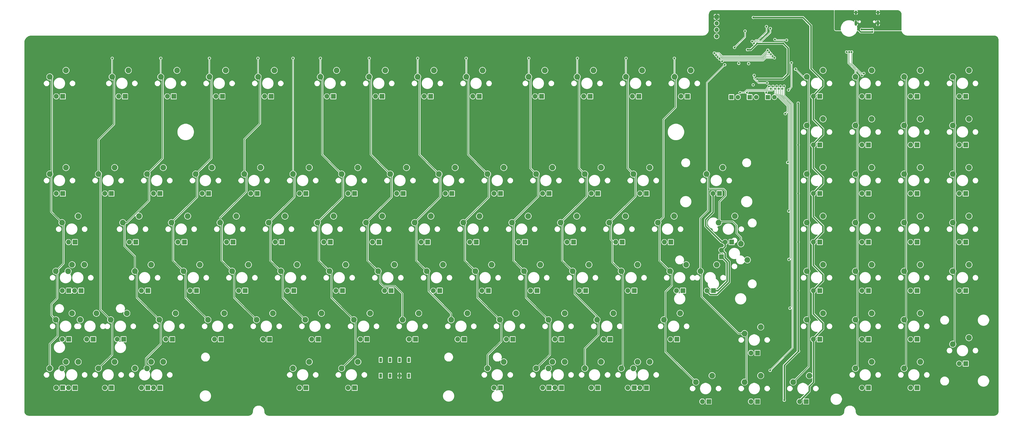
<source format=gbr>
G04 #@! TF.GenerationSoftware,KiCad,Pcbnew,(5.1.6)-1*
G04 #@! TF.CreationDate,2020-06-29T21:56:33+02:00*
G04 #@! TF.ProjectId,E80-1800-pcb-universal,4538302d-3138-4303-902d-7063622d756e,rev?*
G04 #@! TF.SameCoordinates,Original*
G04 #@! TF.FileFunction,Copper,L1,Top*
G04 #@! TF.FilePolarity,Positive*
%FSLAX46Y46*%
G04 Gerber Fmt 4.6, Leading zero omitted, Abs format (unit mm)*
G04 Created by KiCad (PCBNEW (5.1.6)-1) date 2020-06-29 21:56:33*
%MOMM*%
%LPD*%
G01*
G04 APERTURE LIST*
G04 #@! TA.AperFunction,ComponentPad*
%ADD10C,1.800000*%
G04 #@! TD*
G04 #@! TA.AperFunction,ComponentPad*
%ADD11R,1.800000X1.800000*%
G04 #@! TD*
G04 #@! TA.AperFunction,ComponentPad*
%ADD12O,1.000000X2.100000*%
G04 #@! TD*
G04 #@! TA.AperFunction,ComponentPad*
%ADD13O,1.000000X1.600000*%
G04 #@! TD*
G04 #@! TA.AperFunction,ComponentPad*
%ADD14O,1.700000X1.700000*%
G04 #@! TD*
G04 #@! TA.AperFunction,ComponentPad*
%ADD15R,1.700000X1.700000*%
G04 #@! TD*
G04 #@! TA.AperFunction,ComponentPad*
%ADD16R,1.905000X1.905000*%
G04 #@! TD*
G04 #@! TA.AperFunction,ComponentPad*
%ADD17C,1.905000*%
G04 #@! TD*
G04 #@! TA.AperFunction,ComponentPad*
%ADD18C,2.250000*%
G04 #@! TD*
G04 #@! TA.AperFunction,SMDPad,CuDef*
%ADD19R,1.100000X1.800000*%
G04 #@! TD*
G04 #@! TA.AperFunction,ViaPad*
%ADD20C,0.800000*%
G04 #@! TD*
G04 #@! TA.AperFunction,Conductor*
%ADD21C,0.600000*%
G04 #@! TD*
G04 #@! TA.AperFunction,Conductor*
%ADD22C,0.200000*%
G04 #@! TD*
G04 #@! TA.AperFunction,Conductor*
%ADD23C,0.300000*%
G04 #@! TD*
G04 APERTURE END LIST*
D10*
X279955992Y-5357792D03*
D11*
X277415992Y-5357792D03*
D10*
X272811992Y-5357792D03*
D11*
X270271992Y-5357792D03*
D10*
X265667992Y-5357792D03*
D11*
X263127992Y-5357792D03*
D12*
X320525890Y23646000D03*
X311885890Y23646000D03*
D13*
X311885890Y27826000D03*
X320525890Y27826000D03*
D14*
X257341390Y18478500D03*
X257341390Y21018500D03*
X257341390Y23558500D03*
D15*
X257341390Y26098500D03*
D16*
X3651250Y-81280000D03*
D17*
X1111250Y-81280000D03*
D18*
X-1428750Y-73660000D03*
X4921250Y-71120000D03*
D16*
X115570000Y-119380000D03*
D17*
X113030000Y-119380000D03*
D18*
X110490000Y-111760000D03*
X116840000Y-109220000D03*
D16*
X96520100Y-119380120D03*
D17*
X93980100Y-119380120D03*
D18*
X91440100Y-111760120D03*
X97790100Y-109220120D03*
D16*
X225107500Y-119380000D03*
D17*
X222567500Y-119380000D03*
D18*
X220027500Y-111760000D03*
X226377500Y-109220000D03*
D16*
X196532500Y-119380000D03*
D17*
X193992500Y-119380000D03*
D18*
X191452500Y-111760000D03*
X197802500Y-109220000D03*
D16*
X34607500Y-119380000D03*
D17*
X32067500Y-119380000D03*
D18*
X29527500Y-111760000D03*
X35877500Y-109220000D03*
D16*
X6032500Y-119380000D03*
D17*
X3492500Y-119380000D03*
D18*
X952500Y-111760000D03*
X7302500Y-109220000D03*
D16*
X259238750Y-67945000D03*
D17*
X259238750Y-65405000D03*
D18*
X266858750Y-62865000D03*
X269398750Y-69215000D03*
D16*
X354885890Y-109855000D03*
D17*
X352345890Y-109855000D03*
D18*
X349805890Y-102235000D03*
X356155890Y-99695000D03*
D16*
X6032500Y-62230000D03*
D17*
X3492500Y-62230000D03*
D18*
X952500Y-54610000D03*
X7302500Y-52070000D03*
D16*
X8413750Y-81280000D03*
D17*
X5873750Y-81280000D03*
D18*
X3333750Y-73660000D03*
X9683750Y-71120000D03*
D16*
X241776250Y-100330000D03*
D17*
X239236250Y-100330000D03*
D18*
X236696250Y-92710000D03*
X243046250Y-90170000D03*
D19*
X125753250Y-108406000D03*
X129453250Y-114606000D03*
X129453250Y-108406000D03*
X125753250Y-114606000D03*
X133119250Y-108406000D03*
X136819250Y-114606000D03*
X136819250Y-108406000D03*
X133119250Y-114606000D03*
D16*
X335835890Y-119380000D03*
D17*
X333295890Y-119380000D03*
D18*
X330755890Y-111760000D03*
X337105890Y-109220000D03*
D16*
X316785890Y-119380000D03*
D17*
X314245890Y-119380000D03*
D18*
X311705890Y-111760000D03*
X318055890Y-109220000D03*
D16*
X292378025Y-124737913D03*
D17*
X289838025Y-124737913D03*
D18*
X287298025Y-117117913D03*
X293648025Y-114577913D03*
D16*
X273328025Y-124737913D03*
D17*
X270788025Y-124737913D03*
D18*
X268248025Y-117117913D03*
X274598025Y-114577913D03*
D16*
X254278025Y-124737913D03*
D17*
X251738025Y-124737913D03*
D18*
X249198025Y-117117913D03*
X255548025Y-114577913D03*
D16*
X229870000Y-119380000D03*
D17*
X227330000Y-119380000D03*
D18*
X224790000Y-111760000D03*
X231140000Y-109220000D03*
D16*
X210820000Y-119380000D03*
D17*
X208280000Y-119380000D03*
D18*
X205740000Y-111760000D03*
X212090000Y-109220000D03*
D16*
X191770000Y-119380000D03*
D17*
X189230000Y-119380000D03*
D18*
X186690000Y-111760000D03*
X193040000Y-109220000D03*
D16*
X172720000Y-119380000D03*
D17*
X170180000Y-119380000D03*
D18*
X167640000Y-111760000D03*
X173990000Y-109220000D03*
D16*
X115570000Y-119380000D03*
D17*
X113030000Y-119380000D03*
D18*
X110490000Y-111760000D03*
X116840000Y-109220000D03*
D16*
X39370000Y-119380000D03*
D17*
X36830000Y-119380000D03*
D18*
X34290000Y-111760000D03*
X40640000Y-109220000D03*
D16*
X20320000Y-119380000D03*
D17*
X17780000Y-119380000D03*
D18*
X15240000Y-111760000D03*
X21590000Y-109220000D03*
D16*
X1270000Y-119380000D03*
D17*
X-1270000Y-119380000D03*
D18*
X-3810000Y-111760000D03*
X2540000Y-109220000D03*
D16*
X335835890Y-100330000D03*
D17*
X333295890Y-100330000D03*
D18*
X330755890Y-92710000D03*
X337105890Y-90170000D03*
D16*
X316785890Y-100330000D03*
D17*
X314245890Y-100330000D03*
D18*
X311705890Y-92710000D03*
X318055890Y-90170000D03*
D16*
X297735890Y-100330000D03*
D17*
X295195890Y-100330000D03*
D18*
X292655890Y-92710000D03*
X299005890Y-90170000D03*
D16*
X273328025Y-105687913D03*
D17*
X270788025Y-105687913D03*
D18*
X268248025Y-98067913D03*
X274598025Y-95527913D03*
D16*
X215582500Y-100330000D03*
D17*
X213042500Y-100330000D03*
D18*
X210502500Y-92710000D03*
X216852500Y-90170000D03*
D16*
X196532500Y-100330000D03*
D17*
X193992500Y-100330000D03*
D18*
X191452500Y-92710000D03*
X197802500Y-90170000D03*
D16*
X177482500Y-100330000D03*
D17*
X174942500Y-100330000D03*
D18*
X172402500Y-92710000D03*
X178752500Y-90170000D03*
D16*
X158432500Y-100330000D03*
D17*
X155892500Y-100330000D03*
D18*
X153352500Y-92710000D03*
X159702500Y-90170000D03*
D16*
X139382500Y-100330000D03*
D17*
X136842500Y-100330000D03*
D18*
X134302500Y-92710000D03*
X140652500Y-90170000D03*
D16*
X120332500Y-100330000D03*
D17*
X117792500Y-100330000D03*
D18*
X115252500Y-92710000D03*
X121602500Y-90170000D03*
D16*
X101282500Y-100330000D03*
D17*
X98742500Y-100330000D03*
D18*
X96202500Y-92710000D03*
X102552500Y-90170000D03*
D16*
X82232500Y-100330000D03*
D17*
X79692500Y-100330000D03*
D18*
X77152500Y-92710000D03*
X83502500Y-90170000D03*
D16*
X63182500Y-100330000D03*
D17*
X60642500Y-100330000D03*
D18*
X58102500Y-92710000D03*
X64452500Y-90170000D03*
D16*
X44132500Y-100330000D03*
D17*
X41592500Y-100330000D03*
D18*
X39052500Y-92710000D03*
X45402500Y-90170000D03*
D16*
X25082500Y-100330000D03*
D17*
X22542500Y-100330000D03*
D18*
X20002500Y-92710000D03*
X26352500Y-90170000D03*
D16*
X13176250Y-100330000D03*
D17*
X10636250Y-100330000D03*
D18*
X8096250Y-92710000D03*
X14446250Y-90170000D03*
D16*
X3651250Y-100330000D03*
D17*
X1111250Y-100330000D03*
D18*
X-1428750Y-92710000D03*
X4921250Y-90170000D03*
D16*
X354885890Y-81280000D03*
D17*
X352345890Y-81280000D03*
D18*
X349805890Y-73660000D03*
X356155890Y-71120000D03*
D16*
X335835890Y-81280000D03*
D17*
X333295890Y-81280000D03*
D18*
X330755890Y-73660000D03*
X337105890Y-71120000D03*
D16*
X316785890Y-81280000D03*
D17*
X314245890Y-81280000D03*
D18*
X311705890Y-73660000D03*
X318055890Y-71120000D03*
D16*
X297735890Y-81280000D03*
D17*
X295195890Y-81280000D03*
D18*
X292655890Y-73660000D03*
X299005890Y-71120000D03*
D16*
X256063750Y-81280000D03*
D17*
X253523750Y-81280000D03*
D18*
X250983750Y-73660000D03*
X257333750Y-71120000D03*
D16*
X244157500Y-81280000D03*
D17*
X241617500Y-81280000D03*
D18*
X239077500Y-73660000D03*
X245427500Y-71120000D03*
D16*
X225107500Y-81280000D03*
D17*
X222567500Y-81280000D03*
D18*
X220027500Y-73660000D03*
X226377500Y-71120000D03*
D16*
X206057500Y-81280000D03*
D17*
X203517500Y-81280000D03*
D18*
X200977500Y-73660000D03*
X207327500Y-71120000D03*
D16*
X187007500Y-81280000D03*
D17*
X184467500Y-81280000D03*
D18*
X181927500Y-73660000D03*
X188277500Y-71120000D03*
D16*
X167957500Y-81280000D03*
D17*
X165417500Y-81280000D03*
D18*
X162877500Y-73660000D03*
X169227500Y-71120000D03*
D16*
X148907500Y-81280000D03*
D17*
X146367500Y-81280000D03*
D18*
X143827500Y-73660000D03*
X150177500Y-71120000D03*
D16*
X129857500Y-81280000D03*
D17*
X127317500Y-81280000D03*
D18*
X124777500Y-73660000D03*
X131127500Y-71120000D03*
D16*
X110807500Y-81280000D03*
D17*
X108267500Y-81280000D03*
D18*
X105727500Y-73660000D03*
X112077500Y-71120000D03*
D16*
X91757500Y-81280000D03*
D17*
X89217500Y-81280000D03*
D18*
X86677500Y-73660000D03*
X93027500Y-71120000D03*
D16*
X72707500Y-81280000D03*
D17*
X70167500Y-81280000D03*
D18*
X67627500Y-73660000D03*
X73977500Y-71120000D03*
D16*
X53657500Y-81280000D03*
D17*
X51117500Y-81280000D03*
D18*
X48577500Y-73660000D03*
X54927500Y-71120000D03*
D16*
X34607500Y-81280000D03*
D17*
X32067500Y-81280000D03*
D18*
X29527500Y-73660000D03*
X35877500Y-71120000D03*
D16*
X354885890Y-62230000D03*
D17*
X352345890Y-62230000D03*
D18*
X349805890Y-54610000D03*
X356155890Y-52070000D03*
D16*
X335835890Y-62230000D03*
D17*
X333295890Y-62230000D03*
D18*
X330755890Y-54610000D03*
X337105890Y-52070000D03*
D16*
X316785890Y-62230000D03*
D17*
X314245890Y-62230000D03*
D18*
X311705890Y-54610000D03*
X318055890Y-52070000D03*
D16*
X297735890Y-62230000D03*
D17*
X295195890Y-62230000D03*
D18*
X292655890Y-54610000D03*
X299005890Y-52070000D03*
D16*
X263207500Y-62230000D03*
D17*
X260667500Y-62230000D03*
D18*
X258127500Y-54610000D03*
X264477500Y-52070000D03*
D16*
X239395000Y-62230000D03*
D17*
X236855000Y-62230000D03*
D18*
X234315000Y-54610000D03*
X240665000Y-52070000D03*
D16*
X220345000Y-62230000D03*
D17*
X217805000Y-62230000D03*
D18*
X215265000Y-54610000D03*
X221615000Y-52070000D03*
D16*
X201295000Y-62230000D03*
D17*
X198755000Y-62230000D03*
D18*
X196215000Y-54610000D03*
X202565000Y-52070000D03*
D16*
X182245000Y-62230000D03*
D17*
X179705000Y-62230000D03*
D18*
X177165000Y-54610000D03*
X183515000Y-52070000D03*
D16*
X163195000Y-62230000D03*
D17*
X160655000Y-62230000D03*
D18*
X158115000Y-54610000D03*
X164465000Y-52070000D03*
D16*
X144145000Y-62230000D03*
D17*
X141605000Y-62230000D03*
D18*
X139065000Y-54610000D03*
X145415000Y-52070000D03*
D16*
X125095000Y-62230000D03*
D17*
X122555000Y-62230000D03*
D18*
X120015000Y-54610000D03*
X126365000Y-52070000D03*
D16*
X106045000Y-62230000D03*
D17*
X103505000Y-62230000D03*
D18*
X100965000Y-54610000D03*
X107315000Y-52070000D03*
D16*
X86995000Y-62230000D03*
D17*
X84455000Y-62230000D03*
D18*
X81915000Y-54610000D03*
X88265000Y-52070000D03*
D16*
X67945000Y-62230000D03*
D17*
X65405000Y-62230000D03*
D18*
X62865000Y-54610000D03*
X69215000Y-52070000D03*
D16*
X48895000Y-62230000D03*
D17*
X46355000Y-62230000D03*
D18*
X43815000Y-54610000D03*
X50165000Y-52070000D03*
D16*
X29845000Y-62230000D03*
D17*
X27305000Y-62230000D03*
D18*
X24765000Y-54610000D03*
X31115000Y-52070000D03*
D16*
X354885890Y-43180000D03*
D17*
X352345890Y-43180000D03*
D18*
X349805890Y-35560000D03*
X356155890Y-33020000D03*
D16*
X335835890Y-43180000D03*
D17*
X333295890Y-43180000D03*
D18*
X330755890Y-35560000D03*
X337105890Y-33020000D03*
D16*
X316785890Y-43180000D03*
D17*
X314245890Y-43180000D03*
D18*
X311705890Y-35560000D03*
X318055890Y-33020000D03*
D16*
X297735890Y-43180000D03*
D17*
X295195890Y-43180000D03*
D18*
X292655890Y-35560000D03*
X299005890Y-33020000D03*
D16*
X258445000Y-43180000D03*
D17*
X255905000Y-43180000D03*
D18*
X253365000Y-35560000D03*
X259715000Y-33020000D03*
D16*
X229870000Y-43180000D03*
D17*
X227330000Y-43180000D03*
D18*
X224790000Y-35560000D03*
X231140000Y-33020000D03*
D16*
X210820000Y-43180000D03*
D17*
X208280000Y-43180000D03*
D18*
X205740000Y-35560000D03*
X212090000Y-33020000D03*
D16*
X191770000Y-43180000D03*
D17*
X189230000Y-43180000D03*
D18*
X186690000Y-35560000D03*
X193040000Y-33020000D03*
D16*
X172720000Y-43180000D03*
D17*
X170180000Y-43180000D03*
D18*
X167640000Y-35560000D03*
X173990000Y-33020000D03*
D16*
X153670000Y-43180000D03*
D17*
X151130000Y-43180000D03*
D18*
X148590000Y-35560000D03*
X154940000Y-33020000D03*
D16*
X134620000Y-43180000D03*
D17*
X132080000Y-43180000D03*
D18*
X129540000Y-35560000D03*
X135890000Y-33020000D03*
D16*
X115570000Y-43180000D03*
D17*
X113030000Y-43180000D03*
D18*
X110490000Y-35560000D03*
X116840000Y-33020000D03*
D16*
X96520000Y-43180000D03*
D17*
X93980000Y-43180000D03*
D18*
X91440000Y-35560000D03*
X97790000Y-33020000D03*
D16*
X77470000Y-43180000D03*
D17*
X74930000Y-43180000D03*
D18*
X72390000Y-35560000D03*
X78740000Y-33020000D03*
D16*
X58420000Y-43180000D03*
D17*
X55880000Y-43180000D03*
D18*
X53340000Y-35560000D03*
X59690000Y-33020000D03*
D16*
X39370000Y-43180000D03*
D17*
X36830000Y-43180000D03*
D18*
X34290000Y-35560000D03*
X40640000Y-33020000D03*
D16*
X20320000Y-43180000D03*
D17*
X17780000Y-43180000D03*
D18*
X15240000Y-35560000D03*
X21590000Y-33020000D03*
D16*
X1270000Y-43180000D03*
D17*
X-1270000Y-43180000D03*
D18*
X-3810000Y-35560000D03*
X2540000Y-33020000D03*
D16*
X354885890Y-24130000D03*
D17*
X352345890Y-24130000D03*
D18*
X349805890Y-16510000D03*
X356155890Y-13970000D03*
D16*
X335835890Y-24130000D03*
D17*
X333295890Y-24130000D03*
D18*
X330755890Y-16510000D03*
X337105890Y-13970000D03*
D16*
X316785890Y-24130000D03*
D17*
X314245890Y-24130000D03*
D18*
X311705890Y-16510000D03*
X318055890Y-13970000D03*
D16*
X297735890Y-24130000D03*
D17*
X295195890Y-24130000D03*
D18*
X292655890Y-16510000D03*
X299005890Y-13970000D03*
D16*
X354885890Y-5080000D03*
D17*
X352345890Y-5080000D03*
D18*
X349805890Y2540000D03*
X356155890Y5080000D03*
D16*
X335835890Y-5080000D03*
D17*
X333295890Y-5080000D03*
D18*
X330755890Y2540000D03*
X337105890Y5080000D03*
D16*
X316785890Y-5080000D03*
D17*
X314245890Y-5080000D03*
D18*
X311705890Y2540000D03*
X318055890Y5080000D03*
D16*
X297735890Y-5080000D03*
D17*
X295195890Y-5080000D03*
D18*
X292655890Y2540000D03*
X299005890Y5080000D03*
D16*
X245943595Y-5080000D03*
D17*
X243403595Y-5080000D03*
D18*
X240863595Y2540000D03*
X247213595Y5080000D03*
D16*
X226893595Y-5080000D03*
D17*
X224353595Y-5080000D03*
D18*
X221813595Y2540000D03*
X228163595Y5080000D03*
D16*
X207843595Y-5080000D03*
D17*
X205303595Y-5080000D03*
D18*
X202763595Y2540000D03*
X209113595Y5080000D03*
D16*
X188793595Y-5080000D03*
D17*
X186253595Y-5080000D03*
D18*
X183713595Y2540000D03*
X190063595Y5080000D03*
D16*
X164385714Y-5080000D03*
D17*
X161845714Y-5080000D03*
D18*
X159305714Y2540000D03*
X165655714Y5080000D03*
D16*
X145335714Y-5080000D03*
D17*
X142795714Y-5080000D03*
D18*
X140255714Y2540000D03*
X146605714Y5080000D03*
D16*
X126285714Y-5080000D03*
D17*
X123745714Y-5080000D03*
D18*
X121205714Y2540000D03*
X127555714Y5080000D03*
D16*
X107235714Y-5080000D03*
D17*
X104695714Y-5080000D03*
D18*
X102155714Y2540000D03*
X108505714Y5080000D03*
D16*
X82827833Y-5080000D03*
D17*
X80287833Y-5080000D03*
D18*
X77747833Y2540000D03*
X84097833Y5080000D03*
D16*
X63777833Y-5080000D03*
D17*
X61237833Y-5080000D03*
D18*
X58697833Y2540000D03*
X65047833Y5080000D03*
D16*
X44727833Y-5080000D03*
D17*
X42187833Y-5080000D03*
D18*
X39647833Y2540000D03*
X45997833Y5080000D03*
D16*
X25677833Y-5080000D03*
D17*
X23137833Y-5080000D03*
D18*
X20597833Y2540000D03*
X26947833Y5080000D03*
D16*
X1270000Y-5080000D03*
D17*
X-1270000Y-5080000D03*
D18*
X-3810000Y2540000D03*
X2540000Y5080000D03*
D20*
X320777890Y19812000D03*
X322301890Y18288000D03*
X320777890Y18288000D03*
X323825890Y18288000D03*
X323825890Y19812000D03*
X302235890Y27940000D03*
X328905890Y19812000D03*
X275057890Y23114000D03*
X275057890Y21844000D03*
X275057890Y24384000D03*
X314808890Y16002000D03*
X317602890Y16002000D03*
X291567890Y8636000D03*
X290297890Y11303000D03*
X311633890Y8636000D03*
X301600890Y8636000D03*
X296584390Y8636000D03*
X306617390Y8636000D03*
X300267390Y11303000D03*
X295282640Y11303000D03*
X305252140Y11303000D03*
X312649890Y13589000D03*
X314046890Y11049000D03*
X316586890Y13589000D03*
X246482890Y-82931000D03*
X239497890Y-82804000D03*
X257785890Y-76073000D03*
X259182890Y-78232000D03*
X167107890Y-119634000D03*
X175108890Y-121158000D03*
X273304000Y17717008D03*
X266382500Y11303508D03*
X259143500Y13970508D03*
X261366000Y11684508D03*
X271708890Y25861000D03*
X264350500Y14076975D03*
X268478000Y20511008D03*
X283439890Y15684500D03*
X285281390Y3683000D03*
X273216390Y15684500D03*
X273216328Y1714500D03*
X269437727Y13215735D03*
X269870271Y7758989D03*
X271653000Y-570992D03*
X266001500Y7874508D03*
X284734000Y16955008D03*
X280162000Y17209008D03*
X271957032Y15684500D03*
X278384004Y21527008D03*
X271272000Y16447008D03*
X276860000Y22289008D03*
X20637500Y9843008D03*
X39647833Y9843008D03*
X58697833Y9843008D03*
X77724000Y9843008D03*
X102171500Y9843008D03*
X121285000Y9843008D03*
X140271500Y9843008D03*
X277368000Y13018008D03*
X159258000Y9843008D03*
X256441624Y11895443D03*
X277962301Y12225606D03*
X183769000Y9843008D03*
X257069882Y11128953D03*
X278617891Y11483113D03*
X202819000Y9843008D03*
X257683000Y10351008D03*
X279273000Y10732008D03*
X221869000Y9843008D03*
X258445002Y9644518D03*
X279973391Y10031617D03*
X240792000Y9843008D03*
X259461000Y8692018D03*
X288226500Y5588508D03*
X308229000Y12319508D03*
X309219503Y12319508D03*
X314261500Y3112008D03*
X310210006Y12319508D03*
X315013545Y3929518D03*
X91440000Y9843008D03*
X260524492Y7295000D03*
X289281890Y-7747000D03*
X289281890Y-24130000D03*
X289281890Y-43180000D03*
X289281890Y-62230000D03*
X289281890Y-81280000D03*
X289408890Y-104992489D03*
X283820890Y-124206000D03*
X285496000Y-2602992D03*
X286639000Y8065008D03*
X277114000Y191008D03*
X272046014Y3124023D03*
X284226000Y-11873992D03*
X280201958Y-2094992D03*
X285176979Y-31004000D03*
X280892468Y-1078992D03*
X285567490Y-50054000D03*
X281620972Y-2094992D03*
X285623000Y-69023992D03*
X282336984Y-1078992D03*
X286050992Y-88154000D03*
X283039986Y-2094992D03*
X278303992Y-112538000D03*
X283781500Y-1078992D03*
X318288690Y21183600D03*
X314072290Y21183600D03*
X312853090Y21183600D03*
X318339490Y20167600D03*
X322301890Y23114000D03*
X320777890Y21590000D03*
X323825890Y21590000D03*
X323825890Y23114000D03*
X328905890Y21590000D03*
X328905890Y27940000D03*
X304267890Y27940000D03*
X304267890Y21590000D03*
X277876000Y-1142492D03*
X266509498Y-3618992D03*
X278574500Y-2094992D03*
X269176500Y-3618992D03*
X279400000Y-1142492D03*
X276733442Y-3614265D03*
D21*
X253079250Y-53340000D02*
X255905000Y-50514250D01*
X253079250Y-56042737D02*
X253079250Y-53340000D01*
X255905000Y-50514250D02*
X255905000Y-43180000D01*
X260667500Y-62230000D02*
X259266513Y-62230000D01*
X259266513Y-62230000D02*
X253079250Y-56042737D01*
X260667500Y-63976250D02*
X260667500Y-62230000D01*
X259238750Y-65405000D02*
X260667500Y-63976250D01*
X295195890Y-23882098D02*
X295195890Y-24130000D01*
X298950291Y-20127697D02*
X295195890Y-23882098D01*
X298950291Y-17857487D02*
X298950291Y-20127697D01*
X295195890Y-14103086D02*
X298950291Y-17857487D01*
X295195890Y-5080000D02*
X295195890Y-14103086D01*
X298950291Y-39292513D02*
X295195890Y-43046914D01*
X298950291Y-36907487D02*
X298950291Y-39292513D01*
X295195890Y-43046914D02*
X295195890Y-43180000D01*
X295195890Y-33153086D02*
X298950291Y-36907487D01*
X295195890Y-24130000D02*
X295195890Y-33153086D01*
X298950291Y-58227697D02*
X295195890Y-61982098D01*
X295195890Y-61982098D02*
X295195890Y-62230000D01*
X295195890Y-52203086D02*
X298950291Y-55957487D01*
X298950291Y-55957487D02*
X298950291Y-58227697D01*
X295195890Y-43180000D02*
X295195890Y-52203086D01*
X295195890Y-81146914D02*
X295195890Y-81280000D01*
X298950291Y-77392513D02*
X295195890Y-81146914D01*
X298950291Y-75007487D02*
X298950291Y-77392513D01*
X295195890Y-71253086D02*
X298950291Y-75007487D01*
X295195890Y-62230000D02*
X295195890Y-71253086D01*
X262230887Y-69819189D02*
X262230887Y-69849997D01*
X260681751Y-68270053D02*
X262230887Y-69819189D01*
X254799848Y-82804000D02*
X253523750Y-81527902D01*
X259238750Y-65405000D02*
X259486652Y-65405000D01*
X260681751Y-66600099D02*
X260681751Y-68270053D01*
X262230890Y-69850000D02*
X262230890Y-77952951D01*
X259486652Y-65405000D02*
X260681751Y-66600099D01*
X262230887Y-69849997D02*
X262230890Y-69850000D01*
X262230890Y-77952951D02*
X257379841Y-82804000D01*
X253523750Y-81527902D02*
X253523750Y-81280000D01*
X257379841Y-82804000D02*
X254799848Y-82804000D01*
X295195890Y-90303086D02*
X298950291Y-94057487D01*
X298950291Y-94057487D02*
X298950291Y-96327697D01*
X295195890Y-81280000D02*
X295195890Y-90303086D01*
X298950291Y-96327697D02*
X295195890Y-100082098D01*
X295195890Y-100082098D02*
X295195890Y-100330000D01*
X289838025Y-124490011D02*
X289838025Y-124737913D01*
X295263526Y-100397636D02*
X295263526Y-117166468D01*
X295263526Y-117166468D02*
X293592426Y-118837568D01*
X293592426Y-118837568D02*
X293592426Y-120735610D01*
X295195890Y-100330000D02*
X295263526Y-100397636D01*
X293592426Y-120735610D02*
X289838025Y-124490011D01*
D22*
X268478000Y18204475D02*
X268478000Y20511008D01*
X264350500Y14076975D02*
X268478000Y18204475D01*
D21*
X294234890Y22733000D02*
X291106890Y25861000D01*
X295195890Y-4832098D02*
X298950291Y-1077697D01*
X295195890Y-5080000D02*
X295195890Y-4832098D01*
X298950291Y-1077697D02*
X298950291Y1087717D01*
X298950291Y1087717D02*
X294234890Y5803118D01*
X291106890Y25861000D02*
X271708890Y25861000D01*
X294234890Y5803118D02*
X294234890Y22733000D01*
X283439890Y15684500D02*
X273216390Y15684500D01*
X283312890Y1714500D02*
X273216328Y1714500D01*
X285281390Y3683000D02*
X283312890Y1714500D01*
X270747625Y13215735D02*
X273216390Y15684500D01*
X269437727Y13215735D02*
X270747625Y13215735D01*
X285281390Y13843000D02*
X285281390Y3683000D01*
X283439890Y15684500D02*
X285281390Y13843000D01*
D22*
X280416000Y16955008D02*
X280162000Y17209008D01*
X284734000Y16955008D02*
X280416000Y16955008D01*
X278384004Y20003012D02*
X278384004Y21527008D01*
X274828000Y16447008D02*
X278384004Y20003012D01*
X271957032Y15684500D02*
X272719540Y16447008D01*
X272719540Y16447008D02*
X274828000Y16447008D01*
X276606000Y22289008D02*
X276860000Y22289008D01*
X272167276Y16447008D02*
X272692277Y16972009D01*
X271272000Y16447008D02*
X272167276Y16447008D01*
X272692277Y16972009D02*
X273575001Y16972009D01*
X276860000Y20257008D02*
X276860000Y22289008D01*
X273575001Y16972009D02*
X276860000Y20257008D01*
D23*
X-3810000Y-102155890D02*
X-3810000Y-111760000D01*
X-714110Y-99060000D02*
X-3810000Y-102155890D01*
X-1428750Y-92710000D02*
X-714110Y-93424640D01*
X-714110Y-93424640D02*
X-714110Y-99060000D01*
X-762000Y-92710000D02*
X-1428750Y-92710000D01*
X3333750Y-73660000D02*
X4111890Y-74438140D01*
X-3810000Y-35560000D02*
X-3302000Y-36068000D01*
X-3302000Y-50355500D02*
X952500Y-54610000D01*
X-3302000Y-36068000D02*
X-3302000Y-50355500D01*
X-3810000Y2540000D02*
X-3048000Y1778000D01*
X-3048000Y-34798000D02*
X-3810000Y-35560000D01*
X-3048000Y1778000D02*
X-3048000Y-34798000D01*
X1524000Y-70707250D02*
X-1428750Y-73660000D01*
X952500Y-54610000D02*
X1524000Y-55181500D01*
X1524000Y-55181500D02*
X1524000Y-70707250D01*
X-3206750Y-90932000D02*
X-1428750Y-92710000D01*
X-3206750Y-86614000D02*
X-3206750Y-90932000D01*
X-920750Y-84328000D02*
X-3206750Y-86614000D01*
X-1428750Y-73660000D02*
X-920750Y-74168000D01*
X-920750Y-74168000D02*
X-920750Y-84328000D01*
X20621890Y-93329390D02*
X20002500Y-92710000D01*
X15240000Y-111760000D02*
X20621890Y-106378110D01*
X20621890Y-106378110D02*
X20621890Y-93329390D01*
X16002000Y-36322000D02*
X15240000Y-35560000D01*
X20002500Y-92710000D02*
X16002000Y-88709500D01*
X16002000Y-88709500D02*
X16002000Y-36322000D01*
X21336000Y1801833D02*
X20597833Y2540000D01*
X21336000Y-16049938D02*
X21336000Y1801833D01*
X15240000Y-35560000D02*
X15240000Y-22145938D01*
X15240000Y-22145938D02*
X21336000Y-16049938D01*
D22*
X20597833Y2540000D02*
X20597833Y9803341D01*
X20597833Y9823175D02*
X20637500Y9862842D01*
D23*
X33829890Y-107950000D02*
X33829890Y-111299890D01*
X39671890Y-102108000D02*
X33829890Y-107950000D01*
X39052500Y-92710000D02*
X39671890Y-93329390D01*
X33829890Y-111299890D02*
X34290000Y-111760000D01*
X39671890Y-93329390D02*
X39671890Y-102108000D01*
X30273890Y-83931390D02*
X39052500Y-92710000D01*
X29527500Y-73660000D02*
X30273890Y-74406390D01*
X30273890Y-74406390D02*
X30273890Y-83931390D01*
X25400000Y-63754000D02*
X29527500Y-67881500D01*
X29527500Y-67881500D02*
X29527500Y-73660000D01*
X24765000Y-54610000D02*
X25400000Y-55245000D01*
X25400000Y-55245000D02*
X25400000Y-63754000D01*
X26391998Y-54610000D02*
X24765000Y-54610000D01*
X35052000Y-45949998D02*
X26391998Y-54610000D01*
X34290000Y-35560000D02*
X35052000Y-36322000D01*
X35052000Y-36322000D02*
X35052000Y-45949998D01*
X39647833Y2540000D02*
X40386000Y1801833D01*
X40386000Y-29464000D02*
X34290000Y-35560000D01*
X40386000Y1801833D02*
X40386000Y-29464000D01*
D22*
X39647833Y2540000D02*
X39647833Y9565175D01*
D23*
X49323890Y-83931390D02*
X58102500Y-92710000D01*
X48577500Y-73660000D02*
X49323890Y-74406390D01*
X49323890Y-74406390D02*
X49323890Y-83931390D01*
X44450000Y-69532500D02*
X48577500Y-73660000D01*
X43815000Y-54610000D02*
X44450000Y-55245000D01*
X44450000Y-55245000D02*
X44450000Y-69532500D01*
X53848000Y-44577000D02*
X43815000Y-54610000D01*
X53340000Y-35560000D02*
X53848000Y-36068000D01*
X53848000Y-36068000D02*
X53848000Y-44577000D01*
X59436000Y-29464000D02*
X53340000Y-35560000D01*
X58697833Y2540000D02*
X59436000Y1801833D01*
X59436000Y1801833D02*
X59436000Y-29464000D01*
D22*
X58697833Y2540000D02*
X58697833Y9565145D01*
D23*
X68373890Y-83931390D02*
X77152500Y-92710000D01*
X67627500Y-73660000D02*
X68373890Y-74406390D01*
X68373890Y-74406390D02*
X68373890Y-83931390D01*
X63500000Y-69532500D02*
X67627500Y-73660000D01*
X62865000Y-54610000D02*
X63500000Y-55245000D01*
X63500000Y-55245000D02*
X63500000Y-69532500D01*
X73152000Y-36322000D02*
X72390000Y-35560000D01*
X73152000Y-42465938D02*
X73152000Y-36322000D01*
X62865000Y-54610000D02*
X62865000Y-52752938D01*
X62865000Y-52752938D02*
X73152000Y-42465938D01*
X78486000Y1801833D02*
X77747833Y2540000D01*
X78486000Y-15795938D02*
X78486000Y1801833D01*
X72390000Y-35560000D02*
X72390000Y-21891938D01*
X72390000Y-21891938D02*
X78486000Y-15795938D01*
D22*
X77724000Y2563833D02*
X77724000Y9589008D01*
X77747833Y2540000D02*
X77724000Y2563833D01*
D23*
X110489880Y-111760120D02*
X110490000Y-111760000D01*
X115252500Y-92710000D02*
X115871890Y-93329390D01*
X115871890Y-106378110D02*
X110490000Y-111760000D01*
X115871890Y-93329390D02*
X115871890Y-106378110D01*
X106473890Y-83931390D02*
X115252500Y-92710000D01*
X105727500Y-73660000D02*
X106473890Y-74406390D01*
X106473890Y-74406390D02*
X106473890Y-83931390D01*
X110998000Y-44577000D02*
X100965000Y-54610000D01*
X110490000Y-35560000D02*
X110998000Y-36068000D01*
X110998000Y-36068000D02*
X110998000Y-44577000D01*
X101600000Y-69532500D02*
X105727500Y-73660000D01*
X100965000Y-54610000D02*
X101600000Y-55245000D01*
X101600000Y-55245000D02*
X101600000Y-69532500D01*
X102870000Y-27940000D02*
X110490000Y-35560000D01*
X102155714Y2540000D02*
X102870000Y1825714D01*
X102870000Y1825714D02*
X102870000Y-27940000D01*
D22*
X102171500Y2555786D02*
X102171500Y9843008D01*
X102155714Y2540000D02*
X102171500Y2555786D01*
D23*
X125523890Y-74406390D02*
X125523890Y-78232000D01*
X124777500Y-73660000D02*
X125523890Y-74406390D01*
X125523890Y-78232000D02*
X126793890Y-79502000D01*
X134302500Y-82438610D02*
X134302500Y-92710000D01*
X126793890Y-79502000D02*
X131365890Y-79502000D01*
X131365890Y-79502000D02*
X134302500Y-82438610D01*
X130048000Y-44577000D02*
X120015000Y-54610000D01*
X129540000Y-35560000D02*
X130048000Y-36068000D01*
X130048000Y-36068000D02*
X130048000Y-44577000D01*
X121920000Y-27940000D02*
X129540000Y-35560000D01*
X121205714Y2540000D02*
X121920000Y1825714D01*
X121920000Y1825714D02*
X121920000Y-27940000D01*
X120650000Y-69532500D02*
X124777500Y-73660000D01*
X120015000Y-54610000D02*
X120650000Y-55245000D01*
X120650000Y-55245000D02*
X120650000Y-69532500D01*
D22*
X121285000Y2619286D02*
X121285000Y9843008D01*
X121205714Y2540000D02*
X121285000Y2619286D01*
D23*
X153352500Y-90192702D02*
X153352500Y-92710000D01*
X144573890Y-81414092D02*
X153352500Y-90192702D01*
X143827500Y-73660000D02*
X144573890Y-74406390D01*
X144573890Y-74406390D02*
X144573890Y-81414092D01*
X148590000Y-35560000D02*
X149098000Y-36068000D01*
X149098000Y-44577000D02*
X139065000Y-54610000D01*
X149098000Y-36068000D02*
X149098000Y-44577000D01*
X140970000Y-27940000D02*
X148590000Y-35560000D01*
X140255714Y2540000D02*
X140970000Y1825714D01*
X140970000Y1825714D02*
X140970000Y-27940000D01*
X139700000Y-69532500D02*
X143827500Y-73660000D01*
X139065000Y-54610000D02*
X139700000Y-55245000D01*
X139700000Y-55245000D02*
X139700000Y-69532500D01*
D22*
X140271500Y2555786D02*
X140271500Y9843008D01*
X140255714Y2540000D02*
X140271500Y2555786D01*
D23*
X173021890Y-101139350D02*
X167640000Y-106521240D01*
X172402500Y-92710000D02*
X173021890Y-93329390D01*
X167640000Y-106521240D02*
X167640000Y-111760000D01*
X173021890Y-93329390D02*
X173021890Y-101139350D01*
X163623890Y-83931390D02*
X172402500Y-92710000D01*
X162877500Y-73660000D02*
X163623890Y-74406390D01*
X163623890Y-74406390D02*
X163623890Y-83931390D01*
X167640000Y-35560000D02*
X168148000Y-36068000D01*
X168148000Y-44577000D02*
X158115000Y-54610000D01*
X168148000Y-36068000D02*
X168148000Y-44577000D01*
X160020000Y-27940000D02*
X167640000Y-35560000D01*
X159305714Y2540000D02*
X160020000Y1825714D01*
X160020000Y1825714D02*
X160020000Y-27940000D01*
X158115000Y-54610000D02*
X158750000Y-55245000D01*
X158750000Y-69532500D02*
X162877500Y-73660000D01*
X158750000Y-55245000D02*
X158750000Y-69532500D01*
D22*
X159305714Y9795294D02*
X159305714Y2540000D01*
X159258000Y9843008D02*
X159305714Y9795294D01*
X258297565Y11895443D02*
X256441624Y11895443D01*
X259587998Y10605010D02*
X258297565Y11895443D01*
X274955002Y10605010D02*
X259587998Y10605010D01*
X277368000Y13018008D02*
X274955002Y10605010D01*
D23*
X192071890Y-106378110D02*
X186690000Y-111760000D01*
X191452500Y-92710000D02*
X192071890Y-93329390D01*
X192071890Y-93329390D02*
X192071890Y-106378110D01*
X182673890Y-83931390D02*
X191452500Y-92710000D01*
X181927500Y-73660000D02*
X182673890Y-74406390D01*
X182673890Y-74406390D02*
X182673890Y-83931390D01*
X187452000Y-44323000D02*
X177165000Y-54610000D01*
X186690000Y-35560000D02*
X187452000Y-36322000D01*
X187452000Y-36322000D02*
X187452000Y-44323000D01*
X184404000Y-33274000D02*
X186690000Y-35560000D01*
X183713595Y2540000D02*
X184404000Y1849595D01*
X184404000Y1849595D02*
X184404000Y-33274000D01*
X177800000Y-69532500D02*
X181927500Y-73660000D01*
X177165000Y-54610000D02*
X177800000Y-55245000D01*
X177800000Y-55245000D02*
X177800000Y-69532500D01*
D22*
X183769000Y2595405D02*
X183713595Y2540000D01*
X183769000Y9843008D02*
X183769000Y2595405D01*
X277962301Y12225606D02*
X277141304Y12225606D01*
X258511791Y11128953D02*
X257069882Y11128953D01*
X277141304Y12225606D02*
X275130197Y10214499D01*
X275130197Y10214499D02*
X259426244Y10214499D01*
X259426244Y10214499D02*
X258511791Y11128953D01*
D23*
X205740000Y-103933938D02*
X205740000Y-111760000D01*
X211121890Y-98552048D02*
X205740000Y-103933938D01*
X210502500Y-92710000D02*
X211121890Y-93329390D01*
X211121890Y-93329390D02*
X211121890Y-98552048D01*
X210502500Y-91328610D02*
X210502500Y-92710000D01*
X201723890Y-82550000D02*
X210502500Y-91328610D01*
X200977500Y-73660000D02*
X201723890Y-74406390D01*
X201723890Y-74406390D02*
X201723890Y-82550000D01*
X206502000Y-44323000D02*
X196215000Y-54610000D01*
X205740000Y-35560000D02*
X206502000Y-36322000D01*
X206502000Y-36322000D02*
X206502000Y-44323000D01*
X203454000Y-33274000D02*
X205740000Y-35560000D01*
X202763595Y2540000D02*
X203454000Y1849595D01*
X203454000Y1849595D02*
X203454000Y-33274000D01*
X196215000Y-54610000D02*
X196850000Y-55245000D01*
X196850000Y-69532500D02*
X200977500Y-73660000D01*
X196850000Y-55245000D02*
X196850000Y-69532500D01*
D22*
X202763595Y9787603D02*
X202763595Y2540000D01*
X202819000Y9843008D02*
X202763595Y9787603D01*
X275291950Y9823988D02*
X259264490Y9823988D01*
X259264490Y9823988D02*
X258737471Y10351008D01*
X276951075Y11483113D02*
X275291950Y9823988D01*
X278617891Y11483113D02*
X276951075Y11483113D01*
X258737471Y10351008D02*
X257683000Y10351008D01*
D23*
X215646112Y-54610000D02*
X215265000Y-54610000D01*
X220617501Y-111169999D02*
X220027500Y-111760000D01*
X220617501Y-74250001D02*
X220617501Y-111169999D01*
X220027500Y-73660000D02*
X220617501Y-74250001D01*
X224790000Y-35560000D02*
X225552000Y-36322000D01*
X225552000Y-44323000D02*
X215265000Y-54610000D01*
X225552000Y-36322000D02*
X225552000Y-44323000D01*
X222504000Y-33274000D02*
X224790000Y-35560000D01*
X221813595Y2540000D02*
X222504000Y1849595D01*
X222504000Y1849595D02*
X222504000Y-33274000D01*
X215900000Y-61213888D02*
X216502499Y-61816387D01*
X216502499Y-70134999D02*
X220027500Y-73660000D01*
X215265000Y-54610000D02*
X215900000Y-55245000D01*
X216502499Y-61816387D02*
X216502499Y-70134999D01*
X215900000Y-55245000D02*
X215900000Y-61213888D01*
D22*
X221813595Y9787603D02*
X221813595Y2540000D01*
X221869000Y9843008D02*
X221813595Y9787603D01*
X276752236Y10732008D02*
X275428247Y9408019D01*
X275428247Y9408019D02*
X258681501Y9408019D01*
X258681501Y9408019D02*
X258445002Y9644518D01*
X279273000Y10732008D02*
X276752236Y10732008D01*
D23*
X237283890Y-105203778D02*
X249198025Y-117117913D01*
X236696250Y-92710000D02*
X237283890Y-93297640D01*
X237283890Y-93297640D02*
X237283890Y-105203778D01*
X237283890Y-92122360D02*
X236696250Y-92710000D01*
X239823890Y-79248048D02*
X237283890Y-81788048D01*
X237283890Y-81788048D02*
X237283890Y-92122360D01*
X239077500Y-73660000D02*
X239823890Y-74406390D01*
X239823890Y-74406390D02*
X239823890Y-79248048D01*
X234950000Y-69532500D02*
X239077500Y-73660000D01*
X234315000Y-54610000D02*
X234950000Y-55245000D01*
X234950000Y-55245000D02*
X234950000Y-69532500D01*
X236474000Y-52451000D02*
X234315000Y-54610000D01*
X241300000Y-9398000D02*
X236474000Y-14224000D01*
X240863595Y2540000D02*
X241300000Y2103595D01*
X236474000Y-14224000D02*
X236474000Y-52451000D01*
X241300000Y2103595D02*
X241300000Y-9398000D01*
D22*
X240863595Y9771413D02*
X240863595Y2540000D01*
X240792000Y9843008D02*
X240863595Y9771413D01*
X259786490Y9017508D02*
X259461000Y8692018D01*
X275590000Y9017508D02*
X259786490Y9017508D01*
X279973391Y10031617D02*
X276604109Y10031617D01*
X276604109Y10031617D02*
X275590000Y9017508D01*
D23*
X293417890Y-91948000D02*
X292655890Y-92710000D01*
X292655890Y-73660000D02*
X293417890Y-74422000D01*
X293417890Y-74422000D02*
X293417890Y-91948000D01*
X293417890Y-110998048D02*
X287298025Y-117117913D01*
X292655890Y-92710000D02*
X293417890Y-93472000D01*
X293417890Y-93472000D02*
X293417890Y-110998048D01*
X293370000Y-72945890D02*
X292655890Y-73660000D01*
X292655890Y-54610000D02*
X293370000Y-55324110D01*
X293370000Y-55324110D02*
X293370000Y-72945890D01*
X292655890Y-35560000D02*
X293370000Y-36274110D01*
X293370000Y-53895890D02*
X292655890Y-54610000D01*
X293370000Y-36274110D02*
X293370000Y-53895890D01*
X293370000Y-34845890D02*
X292655890Y-35560000D01*
X292655890Y-16510000D02*
X293370000Y-17224110D01*
X293370000Y-17224110D02*
X293370000Y-34845890D01*
X293370000Y-15795890D02*
X292655890Y-16510000D01*
X292655890Y2540000D02*
X293370000Y1825890D01*
X293370000Y1825890D02*
X293370000Y-15795890D01*
D22*
X291275008Y2540000D02*
X292655890Y2540000D01*
X288226500Y5588508D02*
X291275008Y2540000D01*
D23*
X311705890Y-111760000D02*
X312467890Y-110998000D01*
X312467890Y-93472000D02*
X311705890Y-92710000D01*
X312467890Y-110998000D02*
X312467890Y-93472000D01*
X312467890Y-74422000D02*
X311705890Y-73660000D01*
X311705890Y-92710000D02*
X312467890Y-91948000D01*
X312467890Y-91948000D02*
X312467890Y-74422000D01*
X312420000Y-35512158D02*
X311705890Y-34798048D01*
X311705890Y-54610000D02*
X312420000Y-53895890D01*
X312420000Y-53895890D02*
X312420000Y-35512158D01*
X312420000Y-55324110D02*
X311705890Y-54610000D01*
X311705890Y-73660000D02*
X312420000Y-72945890D01*
X312420000Y-72945890D02*
X312420000Y-55324110D01*
X312420000Y-17224110D02*
X311705890Y-16510000D01*
X311705890Y-35560000D02*
X312420000Y-34845890D01*
X312420000Y-34845890D02*
X312420000Y-17224110D01*
X312420000Y1825890D02*
X311705890Y2540000D01*
X311705890Y-16510000D02*
X312420000Y-15795890D01*
X312420000Y-15795890D02*
X312420000Y1825890D01*
D22*
X308864000Y8001508D02*
X311705890Y5159618D01*
X308864000Y11684508D02*
X308864000Y8001508D01*
X311705890Y5159618D02*
X311705890Y2540000D01*
X308229000Y12319508D02*
X308864000Y11684508D01*
D23*
X331517890Y-110998000D02*
X330755890Y-111760000D01*
X330755890Y-92710000D02*
X331517890Y-93472000D01*
X331517890Y-93472000D02*
X331517890Y-110998000D01*
X330755890Y-73660000D02*
X331517890Y-74422000D01*
X331517890Y-91948000D02*
X330755890Y-92710000D01*
X331517890Y-74422000D02*
X331517890Y-91948000D01*
X331470000Y-72945890D02*
X330755890Y-73660000D01*
X330755890Y-54610000D02*
X331470000Y-55324110D01*
X331470000Y-55324110D02*
X331470000Y-72945890D01*
X331470000Y-53895890D02*
X330755890Y-54610000D01*
X330755890Y-35560000D02*
X331470000Y-36274110D01*
X331470000Y-36274110D02*
X331470000Y-53895890D01*
X331470000Y-34845890D02*
X330755890Y-35560000D01*
X330755890Y-16510000D02*
X331470000Y-17224110D01*
X331470000Y-17224110D02*
X331470000Y-34845890D01*
X331470000Y-15795890D02*
X330755890Y-16510000D01*
X330755890Y2540000D02*
X331470000Y1825890D01*
X331470000Y1825890D02*
X331470000Y-15795890D01*
D22*
X309254511Y8163261D02*
X314261500Y3156272D01*
X309254511Y12284500D02*
X309254511Y8163261D01*
X314261500Y3156272D02*
X314261500Y3112008D01*
X309219503Y12319508D02*
X309254511Y12284500D01*
D23*
X350567890Y-74422000D02*
X349805890Y-73660000D01*
X349805890Y-102235000D02*
X350567890Y-101473000D01*
X350567890Y-101473000D02*
X350567890Y-74422000D01*
X350520000Y-55324110D02*
X349805890Y-54610000D01*
X349805890Y-73660000D02*
X350520000Y-72945890D01*
X350520000Y-72945890D02*
X350520000Y-55324110D01*
X350520000Y-36274110D02*
X349805890Y-35560000D01*
X349805890Y-54610000D02*
X350520000Y-53895890D01*
X350520000Y-53895890D02*
X350520000Y-36274110D01*
X350520000Y-17224110D02*
X349805890Y-16510000D01*
X349805890Y-35560000D02*
X350520000Y-34845890D01*
X350520000Y-34845890D02*
X350520000Y-17224110D01*
X350520000Y1825890D02*
X349805890Y2540000D01*
X349805890Y-16510000D02*
X350520000Y-15795890D01*
X350520000Y-15795890D02*
X350520000Y1825890D01*
D22*
X310210006Y7760030D02*
X314040518Y3929518D01*
X314040518Y3929518D02*
X315013545Y3929518D01*
X310210006Y12319508D02*
X310210006Y7760030D01*
D23*
X87423890Y-83931390D02*
X96202500Y-92710000D01*
X86677500Y-73660000D02*
X87423890Y-74406390D01*
X87423890Y-74406390D02*
X87423890Y-83931390D01*
X91948000Y-44577000D02*
X81915000Y-54610000D01*
X91440000Y-35560000D02*
X91948000Y-36068000D01*
X91948000Y-36068000D02*
X91948000Y-44577000D01*
X82550000Y-69532500D02*
X86677500Y-73660000D01*
X81915000Y-54610000D02*
X82550000Y-55245000D01*
X82550000Y-55245000D02*
X82550000Y-69532500D01*
D22*
X91440000Y-35560000D02*
X91440000Y9843008D01*
D23*
X254024025Y-36219025D02*
X253365000Y-35560000D01*
X254024025Y-39647913D02*
X254024025Y-36219025D01*
X254024025Y-49855225D02*
X254024025Y-39647913D01*
X250983750Y-73660000D02*
X250983750Y-52895500D01*
X250983750Y-52895500D02*
X254024025Y-49855225D01*
X254024025Y-41425913D02*
X254024025Y-39647913D01*
X260056921Y-41425913D02*
X254024025Y-41425913D01*
X260858000Y-44004992D02*
X260858000Y-42226992D01*
X258407651Y-46455341D02*
X260858000Y-44004992D01*
X258407651Y-54164992D02*
X258407651Y-46455341D01*
X260858000Y-42226992D02*
X260056921Y-41425913D01*
X266858750Y-60419742D02*
X265176000Y-58736992D01*
X266858750Y-62865000D02*
X266858750Y-60419742D01*
X265176000Y-58736992D02*
X265176000Y-55688992D01*
X265176000Y-55688992D02*
X263652000Y-54164992D01*
X263652000Y-54164992D02*
X258407651Y-54164992D01*
X250983750Y-73660000D02*
X251460000Y-74136250D01*
X265898921Y-98067913D02*
X268248025Y-98067913D01*
X251460000Y-83628992D02*
X265898921Y-98067913D01*
X251460000Y-74136250D02*
X251460000Y-83628992D01*
X268986000Y-116379938D02*
X268248025Y-117117913D01*
X268248025Y-98067913D02*
X268986000Y-98805888D01*
X268986000Y-98805888D02*
X268986000Y-116379938D01*
D22*
X260524492Y7295000D02*
X253492000Y262508D01*
X253492000Y-35433000D02*
X253365000Y-35560000D01*
X253492000Y262508D02*
X253492000Y-35433000D01*
D21*
X289281890Y-7747000D02*
X289281890Y-24130000D01*
X289281890Y-24130000D02*
X289281890Y-43180000D01*
X289281890Y-43180000D02*
X289281890Y-62230000D01*
X289281890Y-62230000D02*
X289281890Y-81280000D01*
X289281890Y-81280000D02*
X289281890Y-104865489D01*
X289281890Y-104865489D02*
X289408890Y-104992489D01*
X283820890Y-110580489D02*
X283820890Y-124206000D01*
X289408890Y-104992489D02*
X283820890Y-110580489D01*
D22*
X286639000Y-1459992D02*
X286639000Y8065008D01*
X285496000Y-2602992D02*
X286639000Y-1459992D01*
X273717878Y191008D02*
X272046014Y1862872D01*
X277114000Y191008D02*
X273717878Y191008D01*
X272046014Y1862872D02*
X272046014Y3124023D01*
X285115000Y-8831786D02*
X280201958Y-3918744D01*
X280201958Y-3918744D02*
X280201958Y-2094992D01*
X284226000Y-11873992D02*
X285115000Y-10984992D01*
X285115000Y-10984992D02*
X285115000Y-8831786D01*
X280892468Y-2388430D02*
X280892468Y-1078992D01*
X280892468Y-4018520D02*
X280892468Y-2388430D01*
X285176979Y-31004000D02*
X285505511Y-30675468D01*
X285505511Y-8631563D02*
X280892468Y-4018520D01*
X285505511Y-30675468D02*
X285505511Y-8631563D01*
X281620972Y-4194758D02*
X281620972Y-2094992D01*
X285567490Y-50054000D02*
X285896020Y-49725470D01*
X285896020Y-8469806D02*
X281620972Y-4194758D01*
X285896020Y-49725470D02*
X285896020Y-8469806D01*
X286286531Y-8308053D02*
X282336984Y-4358506D01*
X282336984Y-4358506D02*
X282336984Y-1078992D01*
X285623000Y-69023992D02*
X286286531Y-68360461D01*
X286286531Y-68360461D02*
X286286531Y-8308053D01*
X283039986Y-4509242D02*
X283039986Y-2094992D01*
X286050992Y-88154000D02*
X286677042Y-87527950D01*
X286677042Y-8146298D02*
X283039986Y-4509242D01*
X286677042Y-87527950D02*
X286677042Y-8146298D01*
X287067553Y-7984545D02*
X283781500Y-4698492D01*
X278303992Y-112538000D02*
X287067553Y-103774439D01*
X283781500Y-4698492D02*
X283781500Y-1078992D01*
X287067553Y-103774439D02*
X287067553Y-7984545D01*
D21*
X314072290Y21183600D02*
X318288690Y21183600D01*
X312853090Y21070798D02*
X312853090Y21183600D01*
X318339490Y20167600D02*
X313756288Y20167600D01*
X313756288Y20167600D02*
X312853090Y21070798D01*
X257785890Y-81280000D02*
X256063750Y-81280000D01*
X261440379Y-77625511D02*
X257785890Y-81280000D01*
X261440379Y-70146629D02*
X261440379Y-77625511D01*
X259238750Y-67945000D02*
X261440379Y-70146629D01*
D22*
X269240000Y-2539492D02*
X268160500Y-3618992D01*
X277876000Y-1142492D02*
X276479000Y-2539492D01*
X268160500Y-3618992D02*
X266509498Y-3618992D01*
X276479000Y-2539492D02*
X269240000Y-2539492D01*
X269176500Y-3237992D02*
X269176500Y-3618992D01*
X269484489Y-2930003D02*
X269176500Y-3237992D01*
X278574500Y-2094992D02*
X277475765Y-2094992D01*
X276640754Y-2930003D02*
X269484489Y-2930003D01*
X277475765Y-2094992D02*
X276640754Y-2930003D01*
X277368000Y-2793492D02*
X276733442Y-3428050D01*
X279082500Y-2793492D02*
X277368000Y-2793492D01*
X276733442Y-3428050D02*
X276733442Y-3614265D01*
X279400000Y-1142492D02*
X279400000Y-2475992D01*
X279400000Y-2475992D02*
X279082500Y-2793492D01*
G36*
X303205890Y21264500D02*
G01*
X303208456Y21225342D01*
X303225493Y21095932D01*
X303245763Y21020285D01*
X303295713Y20899695D01*
X303334872Y20831870D01*
X303414332Y20728317D01*
X303469707Y20672942D01*
X303573260Y20593482D01*
X303641085Y20554323D01*
X303761675Y20504373D01*
X303837322Y20484103D01*
X303966732Y20467066D01*
X304005890Y20464500D01*
X306072636Y20464500D01*
X306270476Y19986872D01*
X306631621Y19446381D01*
X307091271Y18986731D01*
X307631762Y18625586D01*
X308232324Y18376825D01*
X308869876Y18250008D01*
X309519920Y18250008D01*
X310157472Y18376825D01*
X310758034Y18625586D01*
X311298525Y18986731D01*
X311758175Y19446381D01*
X312119320Y19986872D01*
X312317160Y20464500D01*
X312610861Y20464500D01*
X313311179Y19764181D01*
X313329971Y19741283D01*
X313421333Y19666304D01*
X313470672Y19639932D01*
X313525566Y19610590D01*
X313638667Y19576282D01*
X313756288Y19564697D01*
X313785762Y19567600D01*
X317977487Y19567600D01*
X318007916Y19547268D01*
X318135308Y19494501D01*
X318270546Y19467600D01*
X318408434Y19467600D01*
X318543672Y19494501D01*
X318671064Y19547268D01*
X318785714Y19623874D01*
X318883216Y19721376D01*
X318959822Y19836026D01*
X319012589Y19963418D01*
X319039490Y20098656D01*
X319039490Y20236544D01*
X319012589Y20371782D01*
X318974184Y20464500D01*
X329741912Y20464500D01*
X329845808Y20128864D01*
X329857232Y20101689D01*
X329868258Y20074398D01*
X329870388Y20070391D01*
X330056039Y19727036D01*
X330072523Y19702597D01*
X330088641Y19677968D01*
X330091509Y19674451D01*
X330340315Y19373696D01*
X330361225Y19352932D01*
X330381826Y19331895D01*
X330385322Y19329002D01*
X330687807Y19082301D01*
X330712367Y19065984D01*
X330736647Y19049359D01*
X330740638Y19047200D01*
X331085280Y18863950D01*
X331112502Y18852731D01*
X331139589Y18841121D01*
X331143924Y18839779D01*
X331517595Y18726961D01*
X331546493Y18721239D01*
X331575303Y18715116D01*
X331579816Y18714641D01*
X331968285Y18676551D01*
X331968292Y18676551D01*
X331984039Y18675000D01*
X365984103Y18675000D01*
X366325040Y18641571D01*
X366637699Y18547173D01*
X366926068Y18393844D01*
X367179167Y18187422D01*
X367387345Y17935777D01*
X367542685Y17648482D01*
X367639261Y17336492D01*
X367675001Y16996451D01*
X367675000Y-128571095D01*
X367641571Y-128912033D01*
X367547173Y-129224692D01*
X367393843Y-129513062D01*
X367187422Y-129766159D01*
X366935780Y-129974336D01*
X366648481Y-130129677D01*
X366336497Y-130226252D01*
X365996460Y-130261992D01*
X313577889Y-130261992D01*
X313236951Y-130228563D01*
X312924292Y-130134165D01*
X312635922Y-129980835D01*
X312382825Y-129774414D01*
X312174648Y-129522772D01*
X312019307Y-129235473D01*
X311922732Y-128923489D01*
X311886974Y-128583280D01*
X311886789Y-128556799D01*
X311885246Y-128542120D01*
X311885246Y-128527354D01*
X311884772Y-128522841D01*
X311841262Y-128134941D01*
X311835133Y-128106106D01*
X311829416Y-128077235D01*
X311828074Y-128072899D01*
X311710050Y-127700838D01*
X311698452Y-127673777D01*
X311687221Y-127646530D01*
X311685063Y-127642538D01*
X311497019Y-127300488D01*
X311480380Y-127276187D01*
X311464076Y-127251649D01*
X311461183Y-127248152D01*
X311210283Y-126949141D01*
X311189244Y-126928538D01*
X311168482Y-126907631D01*
X311164966Y-126904762D01*
X310860764Y-126660178D01*
X310836123Y-126644054D01*
X310811696Y-126627577D01*
X310807689Y-126625447D01*
X310461776Y-126444608D01*
X310434465Y-126433573D01*
X310407310Y-126422159D01*
X310402966Y-126420847D01*
X310028516Y-126310640D01*
X309999575Y-126305119D01*
X309970726Y-126299198D01*
X309966210Y-126298754D01*
X309577484Y-126263379D01*
X309548062Y-126263584D01*
X309518573Y-126263379D01*
X309514057Y-126263821D01*
X309125864Y-126304622D01*
X309096997Y-126310548D01*
X309068075Y-126316065D01*
X309063731Y-126317377D01*
X308690856Y-126432801D01*
X308663717Y-126444209D01*
X308636391Y-126455250D01*
X308632383Y-126457380D01*
X308289028Y-126643031D01*
X308264589Y-126659515D01*
X308239960Y-126675633D01*
X308236443Y-126678501D01*
X307935688Y-126927308D01*
X307914942Y-126948199D01*
X307893887Y-126968818D01*
X307890994Y-126972315D01*
X307644293Y-127274799D01*
X307628001Y-127299321D01*
X307611351Y-127323639D01*
X307609192Y-127327631D01*
X307425942Y-127672272D01*
X307414718Y-127699506D01*
X307403113Y-127726581D01*
X307401771Y-127730916D01*
X307288953Y-128104588D01*
X307283234Y-128133472D01*
X307277108Y-128162295D01*
X307276633Y-128166808D01*
X307238543Y-128555277D01*
X307203563Y-128912033D01*
X307109165Y-129224692D01*
X306955835Y-129513062D01*
X306749414Y-129766159D01*
X306497772Y-129974336D01*
X306210473Y-130129677D01*
X305898489Y-130226252D01*
X305558452Y-130261992D01*
X82001889Y-130261992D01*
X81660951Y-130228563D01*
X81348292Y-130134165D01*
X81059922Y-129980835D01*
X80806825Y-129774414D01*
X80598648Y-129522772D01*
X80443307Y-129235473D01*
X80346732Y-128923489D01*
X80310974Y-128583280D01*
X80310789Y-128556799D01*
X80309246Y-128542120D01*
X80309246Y-128527354D01*
X80308772Y-128522841D01*
X80265262Y-128134941D01*
X80259133Y-128106106D01*
X80253416Y-128077235D01*
X80252074Y-128072899D01*
X80134050Y-127700838D01*
X80122452Y-127673777D01*
X80111221Y-127646530D01*
X80109063Y-127642538D01*
X79921019Y-127300488D01*
X79904380Y-127276187D01*
X79888076Y-127251649D01*
X79885183Y-127248152D01*
X79634283Y-126949141D01*
X79613244Y-126928538D01*
X79592482Y-126907631D01*
X79588966Y-126904762D01*
X79284764Y-126660178D01*
X79260123Y-126644054D01*
X79235696Y-126627577D01*
X79231689Y-126625447D01*
X78885776Y-126444608D01*
X78858465Y-126433573D01*
X78831310Y-126422159D01*
X78826966Y-126420847D01*
X78452516Y-126310640D01*
X78423575Y-126305119D01*
X78394726Y-126299198D01*
X78390210Y-126298754D01*
X78001484Y-126263379D01*
X77972062Y-126263584D01*
X77942573Y-126263379D01*
X77938057Y-126263821D01*
X77549864Y-126304622D01*
X77520997Y-126310548D01*
X77492075Y-126316065D01*
X77487731Y-126317377D01*
X77114856Y-126432801D01*
X77087717Y-126444209D01*
X77060391Y-126455250D01*
X77056383Y-126457380D01*
X76713028Y-126643031D01*
X76688589Y-126659515D01*
X76663960Y-126675633D01*
X76660443Y-126678501D01*
X76359688Y-126927308D01*
X76338942Y-126948199D01*
X76317887Y-126968818D01*
X76314994Y-126972315D01*
X76068293Y-127274799D01*
X76052001Y-127299321D01*
X76035351Y-127323639D01*
X76033192Y-127327631D01*
X75849942Y-127672272D01*
X75838718Y-127699506D01*
X75827113Y-127726581D01*
X75825771Y-127730916D01*
X75712953Y-128104588D01*
X75707234Y-128133472D01*
X75701108Y-128162295D01*
X75700633Y-128166808D01*
X75662543Y-128555277D01*
X75627563Y-128912033D01*
X75533165Y-129224692D01*
X75379835Y-129513062D01*
X75173414Y-129766159D01*
X74921772Y-129974336D01*
X74634473Y-130129677D01*
X74322489Y-130226252D01*
X73982452Y-130261992D01*
X-11984103Y-130261992D01*
X-12325041Y-130228563D01*
X-12637700Y-130134165D01*
X-12926070Y-129980835D01*
X-13179167Y-129774414D01*
X-13387344Y-129522772D01*
X-13542685Y-129235473D01*
X-13639260Y-128923489D01*
X-13675000Y-128583452D01*
X-13675000Y-122329071D01*
X54856100Y-122329071D01*
X54856100Y-122780929D01*
X54944253Y-123224106D01*
X55117172Y-123641569D01*
X55368212Y-124017276D01*
X55687724Y-124336788D01*
X56063431Y-124587828D01*
X56480894Y-124760747D01*
X56924071Y-124848900D01*
X57375929Y-124848900D01*
X57819106Y-124760747D01*
X58236569Y-124587828D01*
X58612276Y-124336788D01*
X58931788Y-124017276D01*
X59182828Y-123641569D01*
X59355747Y-123224106D01*
X59443900Y-122780929D01*
X59443900Y-122329071D01*
X150106100Y-122329071D01*
X150106100Y-122780929D01*
X150194253Y-123224106D01*
X150367172Y-123641569D01*
X150618212Y-124017276D01*
X150937724Y-124336788D01*
X151313431Y-124587828D01*
X151730894Y-124760747D01*
X152174071Y-124848900D01*
X152625929Y-124848900D01*
X153069106Y-124760747D01*
X153486569Y-124587828D01*
X153862276Y-124336788D01*
X154181788Y-124017276D01*
X154432828Y-123641569D01*
X154605747Y-123224106D01*
X154693900Y-122780929D01*
X154693900Y-122329071D01*
X154605747Y-121885894D01*
X154432828Y-121468431D01*
X154181788Y-121092724D01*
X153862276Y-120773212D01*
X153486569Y-120522172D01*
X153069106Y-120349253D01*
X152625929Y-120261100D01*
X152174071Y-120261100D01*
X151730894Y-120349253D01*
X151313431Y-120522172D01*
X150937724Y-120773212D01*
X150618212Y-121092724D01*
X150367172Y-121468431D01*
X150194253Y-121885894D01*
X150106100Y-122329071D01*
X59443900Y-122329071D01*
X59355747Y-121885894D01*
X59182828Y-121468431D01*
X58931788Y-121092724D01*
X58612276Y-120773212D01*
X58236569Y-120522172D01*
X57819106Y-120349253D01*
X57375929Y-120261100D01*
X56924071Y-120261100D01*
X56480894Y-120349253D01*
X56063431Y-120522172D01*
X55687724Y-120773212D01*
X55368212Y-121092724D01*
X55117172Y-121468431D01*
X54944253Y-121885894D01*
X54856100Y-122329071D01*
X-13675000Y-122329071D01*
X-13675000Y-119256640D01*
X-2522500Y-119256640D01*
X-2522500Y-119503360D01*
X-2474367Y-119745341D01*
X-2379951Y-119973281D01*
X-2242880Y-120178422D01*
X-2068422Y-120352880D01*
X-1863281Y-120489951D01*
X-1635341Y-120584367D01*
X-1393360Y-120632500D01*
X-1146640Y-120632500D01*
X-904659Y-120584367D01*
X-676719Y-120489951D01*
X-471578Y-120352880D01*
X-297120Y-120178422D01*
X-160049Y-119973281D01*
X-65633Y-119745341D01*
X-17500Y-119503360D01*
X-17500Y-119256640D01*
X-65633Y-119014659D01*
X-160049Y-118786719D01*
X-297120Y-118581578D01*
X-451198Y-118427500D01*
X16049Y-118427500D01*
X16049Y-120332500D01*
X21841Y-120391310D01*
X38996Y-120447860D01*
X66853Y-120499977D01*
X104342Y-120545658D01*
X150023Y-120583147D01*
X202140Y-120611004D01*
X258690Y-120628159D01*
X317500Y-120633951D01*
X2222500Y-120633951D01*
X2281310Y-120628159D01*
X2337860Y-120611004D01*
X2389977Y-120583147D01*
X2435658Y-120545658D01*
X2473147Y-120499977D01*
X2501004Y-120447860D01*
X2518159Y-120391310D01*
X2523951Y-120332500D01*
X2523951Y-120182753D01*
X2694078Y-120352880D01*
X2899219Y-120489951D01*
X3127159Y-120584367D01*
X3369140Y-120632500D01*
X3615860Y-120632500D01*
X3857841Y-120584367D01*
X4085781Y-120489951D01*
X4290922Y-120352880D01*
X4465380Y-120178422D01*
X4602451Y-119973281D01*
X4696867Y-119745341D01*
X4745000Y-119503360D01*
X4745000Y-119256640D01*
X4696867Y-119014659D01*
X4602451Y-118786719D01*
X4465380Y-118581578D01*
X4311302Y-118427500D01*
X4778549Y-118427500D01*
X4778549Y-120332500D01*
X4784341Y-120391310D01*
X4801496Y-120447860D01*
X4829353Y-120499977D01*
X4866842Y-120545658D01*
X4912523Y-120583147D01*
X4964640Y-120611004D01*
X5021190Y-120628159D01*
X5080000Y-120633951D01*
X6985000Y-120633951D01*
X7043810Y-120628159D01*
X7100360Y-120611004D01*
X7152477Y-120583147D01*
X7198158Y-120545658D01*
X7235647Y-120499977D01*
X7263504Y-120447860D01*
X7280659Y-120391310D01*
X7286451Y-120332500D01*
X7286451Y-119256640D01*
X16527500Y-119256640D01*
X16527500Y-119503360D01*
X16575633Y-119745341D01*
X16670049Y-119973281D01*
X16807120Y-120178422D01*
X16981578Y-120352880D01*
X17186719Y-120489951D01*
X17414659Y-120584367D01*
X17656640Y-120632500D01*
X17903360Y-120632500D01*
X18145341Y-120584367D01*
X18373281Y-120489951D01*
X18578422Y-120352880D01*
X18752880Y-120178422D01*
X18889951Y-119973281D01*
X18984367Y-119745341D01*
X19032500Y-119503360D01*
X19032500Y-119256640D01*
X18984367Y-119014659D01*
X18889951Y-118786719D01*
X18752880Y-118581578D01*
X18598802Y-118427500D01*
X19066049Y-118427500D01*
X19066049Y-120332500D01*
X19071841Y-120391310D01*
X19088996Y-120447860D01*
X19116853Y-120499977D01*
X19154342Y-120545658D01*
X19200023Y-120583147D01*
X19252140Y-120611004D01*
X19308690Y-120628159D01*
X19367500Y-120633951D01*
X21272500Y-120633951D01*
X21331310Y-120628159D01*
X21387860Y-120611004D01*
X21439977Y-120583147D01*
X21485658Y-120545658D01*
X21523147Y-120499977D01*
X21551004Y-120447860D01*
X21568159Y-120391310D01*
X21573951Y-120332500D01*
X21573951Y-119256640D01*
X30815000Y-119256640D01*
X30815000Y-119503360D01*
X30863133Y-119745341D01*
X30957549Y-119973281D01*
X31094620Y-120178422D01*
X31269078Y-120352880D01*
X31474219Y-120489951D01*
X31702159Y-120584367D01*
X31944140Y-120632500D01*
X32190860Y-120632500D01*
X32432841Y-120584367D01*
X32660781Y-120489951D01*
X32865922Y-120352880D01*
X33040380Y-120178422D01*
X33177451Y-119973281D01*
X33271867Y-119745341D01*
X33320000Y-119503360D01*
X33320000Y-119256640D01*
X33271867Y-119014659D01*
X33177451Y-118786719D01*
X33040380Y-118581578D01*
X32886302Y-118427500D01*
X33353549Y-118427500D01*
X33353549Y-120332500D01*
X33359341Y-120391310D01*
X33376496Y-120447860D01*
X33404353Y-120499977D01*
X33441842Y-120545658D01*
X33487523Y-120583147D01*
X33539640Y-120611004D01*
X33596190Y-120628159D01*
X33655000Y-120633951D01*
X35560000Y-120633951D01*
X35618810Y-120628159D01*
X35675360Y-120611004D01*
X35727477Y-120583147D01*
X35773158Y-120545658D01*
X35810647Y-120499977D01*
X35838504Y-120447860D01*
X35855659Y-120391310D01*
X35861451Y-120332500D01*
X35861451Y-120182753D01*
X36031578Y-120352880D01*
X36236719Y-120489951D01*
X36464659Y-120584367D01*
X36706640Y-120632500D01*
X36953360Y-120632500D01*
X37195341Y-120584367D01*
X37423281Y-120489951D01*
X37628422Y-120352880D01*
X37802880Y-120178422D01*
X37939951Y-119973281D01*
X38034367Y-119745341D01*
X38082500Y-119503360D01*
X38082500Y-119256640D01*
X38034367Y-119014659D01*
X37939951Y-118786719D01*
X37802880Y-118581578D01*
X37648802Y-118427500D01*
X38116049Y-118427500D01*
X38116049Y-120332500D01*
X38121841Y-120391310D01*
X38138996Y-120447860D01*
X38166853Y-120499977D01*
X38204342Y-120545658D01*
X38250023Y-120583147D01*
X38302140Y-120611004D01*
X38358690Y-120628159D01*
X38417500Y-120633951D01*
X40322500Y-120633951D01*
X40381310Y-120628159D01*
X40437860Y-120611004D01*
X40489977Y-120583147D01*
X40535658Y-120545658D01*
X40573147Y-120499977D01*
X40601004Y-120447860D01*
X40618159Y-120391310D01*
X40623951Y-120332500D01*
X40623951Y-119256760D01*
X92727600Y-119256760D01*
X92727600Y-119503480D01*
X92775733Y-119745461D01*
X92870149Y-119973401D01*
X93007220Y-120178542D01*
X93181678Y-120353000D01*
X93386819Y-120490071D01*
X93614759Y-120584487D01*
X93856740Y-120632620D01*
X94103460Y-120632620D01*
X94345441Y-120584487D01*
X94573381Y-120490071D01*
X94778522Y-120353000D01*
X94952980Y-120178542D01*
X95090051Y-119973401D01*
X95184467Y-119745461D01*
X95232600Y-119503480D01*
X95232600Y-119256760D01*
X95184467Y-119014779D01*
X95090051Y-118786839D01*
X94952980Y-118581698D01*
X94798902Y-118427620D01*
X95266149Y-118427620D01*
X95266149Y-120332620D01*
X95271941Y-120391430D01*
X95289096Y-120447980D01*
X95316953Y-120500097D01*
X95354442Y-120545778D01*
X95400123Y-120583267D01*
X95452240Y-120611124D01*
X95508790Y-120628279D01*
X95567600Y-120634071D01*
X97472600Y-120634071D01*
X97531410Y-120628279D01*
X97587960Y-120611124D01*
X97640077Y-120583267D01*
X97685758Y-120545778D01*
X97723247Y-120500097D01*
X97751104Y-120447980D01*
X97768259Y-120391430D01*
X97774051Y-120332620D01*
X97774051Y-119256640D01*
X111777500Y-119256640D01*
X111777500Y-119503360D01*
X111825633Y-119745341D01*
X111920049Y-119973281D01*
X112057120Y-120178422D01*
X112231578Y-120352880D01*
X112436719Y-120489951D01*
X112664659Y-120584367D01*
X112906640Y-120632500D01*
X113153360Y-120632500D01*
X113395341Y-120584367D01*
X113623281Y-120489951D01*
X113828422Y-120352880D01*
X114002880Y-120178422D01*
X114139951Y-119973281D01*
X114234367Y-119745341D01*
X114282500Y-119503360D01*
X114282500Y-119256640D01*
X114234367Y-119014659D01*
X114139951Y-118786719D01*
X114002880Y-118581578D01*
X113848802Y-118427500D01*
X114316049Y-118427500D01*
X114316049Y-120332500D01*
X114321841Y-120391310D01*
X114338996Y-120447860D01*
X114366853Y-120499977D01*
X114404342Y-120545658D01*
X114450023Y-120583147D01*
X114502140Y-120611004D01*
X114558690Y-120628159D01*
X114617500Y-120633951D01*
X116522500Y-120633951D01*
X116581310Y-120628159D01*
X116637860Y-120611004D01*
X116689977Y-120583147D01*
X116735658Y-120545658D01*
X116773147Y-120499977D01*
X116801004Y-120447860D01*
X116818159Y-120391310D01*
X116823951Y-120332500D01*
X116823951Y-119256640D01*
X168927500Y-119256640D01*
X168927500Y-119503360D01*
X168975633Y-119745341D01*
X169070049Y-119973281D01*
X169207120Y-120178422D01*
X169381578Y-120352880D01*
X169586719Y-120489951D01*
X169814659Y-120584367D01*
X170056640Y-120632500D01*
X170198314Y-120632500D01*
X169987724Y-120773212D01*
X169668212Y-121092724D01*
X169417172Y-121468431D01*
X169244253Y-121885894D01*
X169156100Y-122329071D01*
X169156100Y-122780929D01*
X169244253Y-123224106D01*
X169417172Y-123641569D01*
X169668212Y-124017276D01*
X169987724Y-124336788D01*
X170363431Y-124587828D01*
X170780894Y-124760747D01*
X171224071Y-124848900D01*
X171675929Y-124848900D01*
X172119106Y-124760747D01*
X172472049Y-124614553D01*
X250485525Y-124614553D01*
X250485525Y-124861273D01*
X250533658Y-125103254D01*
X250628074Y-125331194D01*
X250765145Y-125536335D01*
X250939603Y-125710793D01*
X251144744Y-125847864D01*
X251372684Y-125942280D01*
X251614665Y-125990413D01*
X251861385Y-125990413D01*
X252103366Y-125942280D01*
X252331306Y-125847864D01*
X252536447Y-125710793D01*
X252710905Y-125536335D01*
X252847976Y-125331194D01*
X252942392Y-125103254D01*
X252990525Y-124861273D01*
X252990525Y-124614553D01*
X252942392Y-124372572D01*
X252847976Y-124144632D01*
X252710905Y-123939491D01*
X252556827Y-123785413D01*
X253024074Y-123785413D01*
X253024074Y-125690413D01*
X253029866Y-125749223D01*
X253047021Y-125805773D01*
X253074878Y-125857890D01*
X253112367Y-125903571D01*
X253158048Y-125941060D01*
X253210165Y-125968917D01*
X253266715Y-125986072D01*
X253325525Y-125991864D01*
X255230525Y-125991864D01*
X255289335Y-125986072D01*
X255345885Y-125968917D01*
X255398002Y-125941060D01*
X255443683Y-125903571D01*
X255481172Y-125857890D01*
X255509029Y-125805773D01*
X255526184Y-125749223D01*
X255531976Y-125690413D01*
X255531976Y-124614553D01*
X269535525Y-124614553D01*
X269535525Y-124861273D01*
X269583658Y-125103254D01*
X269678074Y-125331194D01*
X269815145Y-125536335D01*
X269989603Y-125710793D01*
X270194744Y-125847864D01*
X270422684Y-125942280D01*
X270664665Y-125990413D01*
X270911385Y-125990413D01*
X271153366Y-125942280D01*
X271381306Y-125847864D01*
X271586447Y-125710793D01*
X271760905Y-125536335D01*
X271897976Y-125331194D01*
X271992392Y-125103254D01*
X272040525Y-124861273D01*
X272040525Y-124614553D01*
X271992392Y-124372572D01*
X271897976Y-124144632D01*
X271760905Y-123939491D01*
X271606827Y-123785413D01*
X272074074Y-123785413D01*
X272074074Y-125690413D01*
X272079866Y-125749223D01*
X272097021Y-125805773D01*
X272124878Y-125857890D01*
X272162367Y-125903571D01*
X272208048Y-125941060D01*
X272260165Y-125968917D01*
X272316715Y-125986072D01*
X272375525Y-125991864D01*
X274280525Y-125991864D01*
X274339335Y-125986072D01*
X274395885Y-125968917D01*
X274448002Y-125941060D01*
X274493683Y-125903571D01*
X274531172Y-125857890D01*
X274559029Y-125805773D01*
X274576184Y-125749223D01*
X274581976Y-125690413D01*
X274581976Y-124137056D01*
X283120890Y-124137056D01*
X283120890Y-124274944D01*
X283147791Y-124410182D01*
X283200558Y-124537574D01*
X283277164Y-124652224D01*
X283374666Y-124749726D01*
X283489316Y-124826332D01*
X283616708Y-124879099D01*
X283751946Y-124906000D01*
X283889834Y-124906000D01*
X284025072Y-124879099D01*
X284152464Y-124826332D01*
X284267114Y-124749726D01*
X284364616Y-124652224D01*
X284441222Y-124537574D01*
X284493989Y-124410182D01*
X284520890Y-124274944D01*
X284520890Y-124137056D01*
X284493989Y-124001818D01*
X284441222Y-123874426D01*
X284420890Y-123843997D01*
X284420890Y-119542186D01*
X284853025Y-119542186D01*
X284853025Y-119773640D01*
X284898180Y-120000648D01*
X284986754Y-120214484D01*
X285115343Y-120406932D01*
X285279006Y-120570595D01*
X285471454Y-120699184D01*
X285685290Y-120787758D01*
X285912298Y-120832913D01*
X286143752Y-120832913D01*
X286370760Y-120787758D01*
X286584596Y-120699184D01*
X286777044Y-120570595D01*
X286940707Y-120406932D01*
X287069296Y-120214484D01*
X287157870Y-120000648D01*
X287203025Y-119773640D01*
X287203025Y-119542186D01*
X287157870Y-119315178D01*
X287069296Y-119101342D01*
X286940707Y-118908894D01*
X286777044Y-118745231D01*
X286584596Y-118616642D01*
X286370760Y-118528068D01*
X286143752Y-118482913D01*
X285912298Y-118482913D01*
X285685290Y-118528068D01*
X285471454Y-118616642D01*
X285279006Y-118745231D01*
X285115343Y-118908894D01*
X284986754Y-119101342D01*
X284898180Y-119315178D01*
X284853025Y-119542186D01*
X284420890Y-119542186D01*
X284420890Y-116977563D01*
X285873025Y-116977563D01*
X285873025Y-117258263D01*
X285927787Y-117533570D01*
X286035206Y-117792904D01*
X286191155Y-118026298D01*
X286389640Y-118224783D01*
X286623034Y-118380732D01*
X286882368Y-118488151D01*
X287157675Y-118542913D01*
X287438375Y-118542913D01*
X287713682Y-118488151D01*
X287973016Y-118380732D01*
X288206410Y-118224783D01*
X288404895Y-118026298D01*
X288560844Y-117792904D01*
X288668263Y-117533570D01*
X288723025Y-117258263D01*
X288723025Y-116977563D01*
X288668263Y-116702256D01*
X288575069Y-116477264D01*
X293720462Y-111331872D01*
X293737627Y-111317785D01*
X293751714Y-111300620D01*
X293751718Y-111300616D01*
X293793861Y-111249265D01*
X293835647Y-111171089D01*
X293849067Y-111126850D01*
X293861379Y-111086263D01*
X293867890Y-111020153D01*
X293867890Y-111020143D01*
X293870066Y-110998049D01*
X293867890Y-110975954D01*
X293867890Y-93494094D01*
X293870066Y-93472000D01*
X293868846Y-93459616D01*
X293918709Y-93384991D01*
X294026128Y-93125657D01*
X294080890Y-92850350D01*
X294080890Y-92569650D01*
X294026128Y-92294343D01*
X293918709Y-92035009D01*
X293868846Y-91960384D01*
X293870066Y-91948000D01*
X293867890Y-91925906D01*
X293867890Y-74444094D01*
X293870066Y-74422000D01*
X293868846Y-74409616D01*
X293918709Y-74334991D01*
X294026128Y-74075657D01*
X294080890Y-73800350D01*
X294080890Y-73519650D01*
X294026128Y-73244343D01*
X293918709Y-72985009D01*
X293820000Y-72837281D01*
X293820000Y-55432719D01*
X293918709Y-55284991D01*
X294026128Y-55025657D01*
X294080890Y-54750350D01*
X294080890Y-54469650D01*
X294026128Y-54194343D01*
X293918709Y-53935009D01*
X293820000Y-53787281D01*
X293820000Y-36382719D01*
X293918709Y-36234991D01*
X294026128Y-35975657D01*
X294080890Y-35700350D01*
X294080890Y-35419650D01*
X294026128Y-35144343D01*
X293918709Y-34885009D01*
X293820000Y-34737281D01*
X293820000Y-17332719D01*
X293918709Y-17184991D01*
X294026128Y-16925657D01*
X294080890Y-16650350D01*
X294080890Y-16369650D01*
X294026128Y-16094343D01*
X293918709Y-15835009D01*
X293820000Y-15687281D01*
X293820000Y1717281D01*
X293918709Y1865009D01*
X294026128Y2124343D01*
X294080890Y2399650D01*
X294080890Y2680350D01*
X294026128Y2955657D01*
X293918709Y3214991D01*
X293762760Y3448385D01*
X293564275Y3646870D01*
X293330881Y3802819D01*
X293071547Y3910238D01*
X292796240Y3965000D01*
X292515540Y3965000D01*
X292240233Y3910238D01*
X291980899Y3802819D01*
X291747505Y3646870D01*
X291549020Y3448385D01*
X291393071Y3214991D01*
X291326476Y3054217D01*
X288915654Y5465039D01*
X288926500Y5519564D01*
X288926500Y5657452D01*
X288899599Y5792690D01*
X288846832Y5920082D01*
X288770226Y6034732D01*
X288672724Y6132234D01*
X288558074Y6208840D01*
X288430682Y6261607D01*
X288295444Y6288508D01*
X288157556Y6288508D01*
X288022318Y6261607D01*
X287894926Y6208840D01*
X287780276Y6132234D01*
X287682774Y6034732D01*
X287606168Y5920082D01*
X287553401Y5792690D01*
X287526500Y5657452D01*
X287526500Y5519564D01*
X287553401Y5384326D01*
X287606168Y5256934D01*
X287682774Y5142284D01*
X287780276Y5044782D01*
X287894926Y4968176D01*
X288022318Y4915409D01*
X288157556Y4888508D01*
X288295444Y4888508D01*
X288349969Y4899354D01*
X290978271Y2271052D01*
X290990797Y2255789D01*
X291051705Y2205803D01*
X291121194Y2168660D01*
X291196594Y2145788D01*
X291255361Y2140000D01*
X291255371Y2140000D01*
X291275007Y2138066D01*
X291282770Y2138831D01*
X291285652Y2124343D01*
X291393071Y1865009D01*
X291549020Y1631615D01*
X291747505Y1433130D01*
X291980899Y1277181D01*
X292240233Y1169762D01*
X292515540Y1115000D01*
X292796240Y1115000D01*
X292920000Y1139617D01*
X292920001Y-15109618D01*
X292796240Y-15085000D01*
X292515540Y-15085000D01*
X292240233Y-15139762D01*
X291980899Y-15247181D01*
X291747505Y-15403130D01*
X291549020Y-15601615D01*
X291393071Y-15835009D01*
X291285652Y-16094343D01*
X291230890Y-16369650D01*
X291230890Y-16650350D01*
X291285652Y-16925657D01*
X291393071Y-17184991D01*
X291549020Y-17418385D01*
X291747505Y-17616870D01*
X291980899Y-17772819D01*
X292240233Y-17880238D01*
X292515540Y-17935000D01*
X292796240Y-17935000D01*
X292920000Y-17910383D01*
X292920001Y-34159618D01*
X292796240Y-34135000D01*
X292515540Y-34135000D01*
X292240233Y-34189762D01*
X291980899Y-34297181D01*
X291747505Y-34453130D01*
X291549020Y-34651615D01*
X291393071Y-34885009D01*
X291285652Y-35144343D01*
X291230890Y-35419650D01*
X291230890Y-35700350D01*
X291285652Y-35975657D01*
X291393071Y-36234991D01*
X291549020Y-36468385D01*
X291747505Y-36666870D01*
X291980899Y-36822819D01*
X292240233Y-36930238D01*
X292515540Y-36985000D01*
X292796240Y-36985000D01*
X292920000Y-36960383D01*
X292920001Y-53209618D01*
X292796240Y-53185000D01*
X292515540Y-53185000D01*
X292240233Y-53239762D01*
X291980899Y-53347181D01*
X291747505Y-53503130D01*
X291549020Y-53701615D01*
X291393071Y-53935009D01*
X291285652Y-54194343D01*
X291230890Y-54469650D01*
X291230890Y-54750350D01*
X291285652Y-55025657D01*
X291393071Y-55284991D01*
X291549020Y-55518385D01*
X291747505Y-55716870D01*
X291980899Y-55872819D01*
X292240233Y-55980238D01*
X292515540Y-56035000D01*
X292796240Y-56035000D01*
X292920000Y-56010383D01*
X292920001Y-72259618D01*
X292796240Y-72235000D01*
X292515540Y-72235000D01*
X292240233Y-72289762D01*
X291980899Y-72397181D01*
X291747505Y-72553130D01*
X291549020Y-72751615D01*
X291393071Y-72985009D01*
X291285652Y-73244343D01*
X291230890Y-73519650D01*
X291230890Y-73800350D01*
X291285652Y-74075657D01*
X291393071Y-74334991D01*
X291549020Y-74568385D01*
X291747505Y-74766870D01*
X291980899Y-74922819D01*
X292240233Y-75030238D01*
X292515540Y-75085000D01*
X292796240Y-75085000D01*
X292967890Y-75050857D01*
X292967891Y-91319144D01*
X292796240Y-91285000D01*
X292515540Y-91285000D01*
X292240233Y-91339762D01*
X291980899Y-91447181D01*
X291747505Y-91603130D01*
X291549020Y-91801615D01*
X291393071Y-92035009D01*
X291285652Y-92294343D01*
X291230890Y-92569650D01*
X291230890Y-92850350D01*
X291285652Y-93125657D01*
X291393071Y-93384991D01*
X291549020Y-93618385D01*
X291747505Y-93816870D01*
X291980899Y-93972819D01*
X292240233Y-94080238D01*
X292515540Y-94135000D01*
X292796240Y-94135000D01*
X292967890Y-94100857D01*
X292967891Y-110811651D01*
X287938674Y-115840869D01*
X287713682Y-115747675D01*
X287438375Y-115692913D01*
X287157675Y-115692913D01*
X286882368Y-115747675D01*
X286623034Y-115855094D01*
X286389640Y-116011043D01*
X286191155Y-116209528D01*
X286035206Y-116442922D01*
X285927787Y-116702256D01*
X285873025Y-116977563D01*
X284420890Y-116977563D01*
X284420890Y-110829016D01*
X289577181Y-105672727D01*
X289613072Y-105665588D01*
X289740464Y-105612821D01*
X289855114Y-105536215D01*
X289952616Y-105438713D01*
X290029222Y-105324063D01*
X290081989Y-105196671D01*
X290108890Y-105061433D01*
X290108890Y-104923545D01*
X290081989Y-104788307D01*
X290029222Y-104660915D01*
X289952616Y-104546265D01*
X289881890Y-104475539D01*
X289881890Y-95134273D01*
X290210890Y-95134273D01*
X290210890Y-95365727D01*
X290256045Y-95592735D01*
X290344619Y-95806571D01*
X290473208Y-95999019D01*
X290636871Y-96162682D01*
X290829319Y-96291271D01*
X291043155Y-96379845D01*
X291270163Y-96425000D01*
X291501617Y-96425000D01*
X291728625Y-96379845D01*
X291942461Y-96291271D01*
X292134909Y-96162682D01*
X292298572Y-95999019D01*
X292427161Y-95806571D01*
X292515735Y-95592735D01*
X292560890Y-95365727D01*
X292560890Y-95134273D01*
X292515735Y-94907265D01*
X292427161Y-94693429D01*
X292298572Y-94500981D01*
X292134909Y-94337318D01*
X291942461Y-94208729D01*
X291728625Y-94120155D01*
X291501617Y-94075000D01*
X291270163Y-94075000D01*
X291043155Y-94120155D01*
X290829319Y-94208729D01*
X290636871Y-94337318D01*
X290473208Y-94500981D01*
X290344619Y-94693429D01*
X290256045Y-94907265D01*
X290210890Y-95134273D01*
X289881890Y-95134273D01*
X289881890Y-81642003D01*
X289902222Y-81611574D01*
X289954989Y-81484182D01*
X289981890Y-81348944D01*
X289981890Y-81211056D01*
X289954989Y-81075818D01*
X289902222Y-80948426D01*
X289881890Y-80917997D01*
X289881890Y-76084273D01*
X290210890Y-76084273D01*
X290210890Y-76315727D01*
X290256045Y-76542735D01*
X290344619Y-76756571D01*
X290473208Y-76949019D01*
X290636871Y-77112682D01*
X290829319Y-77241271D01*
X291043155Y-77329845D01*
X291270163Y-77375000D01*
X291501617Y-77375000D01*
X291728625Y-77329845D01*
X291942461Y-77241271D01*
X292134909Y-77112682D01*
X292298572Y-76949019D01*
X292427161Y-76756571D01*
X292515735Y-76542735D01*
X292560890Y-76315727D01*
X292560890Y-76084273D01*
X292515735Y-75857265D01*
X292427161Y-75643429D01*
X292298572Y-75450981D01*
X292134909Y-75287318D01*
X291942461Y-75158729D01*
X291728625Y-75070155D01*
X291501617Y-75025000D01*
X291270163Y-75025000D01*
X291043155Y-75070155D01*
X290829319Y-75158729D01*
X290636871Y-75287318D01*
X290473208Y-75450981D01*
X290344619Y-75643429D01*
X290256045Y-75857265D01*
X290210890Y-76084273D01*
X289881890Y-76084273D01*
X289881890Y-62592003D01*
X289902222Y-62561574D01*
X289954989Y-62434182D01*
X289981890Y-62298944D01*
X289981890Y-62161056D01*
X289954989Y-62025818D01*
X289902222Y-61898426D01*
X289881890Y-61867997D01*
X289881890Y-57034273D01*
X290210890Y-57034273D01*
X290210890Y-57265727D01*
X290256045Y-57492735D01*
X290344619Y-57706571D01*
X290473208Y-57899019D01*
X290636871Y-58062682D01*
X290829319Y-58191271D01*
X291043155Y-58279845D01*
X291270163Y-58325000D01*
X291501617Y-58325000D01*
X291728625Y-58279845D01*
X291942461Y-58191271D01*
X292134909Y-58062682D01*
X292298572Y-57899019D01*
X292427161Y-57706571D01*
X292515735Y-57492735D01*
X292560890Y-57265727D01*
X292560890Y-57034273D01*
X292515735Y-56807265D01*
X292427161Y-56593429D01*
X292298572Y-56400981D01*
X292134909Y-56237318D01*
X291942461Y-56108729D01*
X291728625Y-56020155D01*
X291501617Y-55975000D01*
X291270163Y-55975000D01*
X291043155Y-56020155D01*
X290829319Y-56108729D01*
X290636871Y-56237318D01*
X290473208Y-56400981D01*
X290344619Y-56593429D01*
X290256045Y-56807265D01*
X290210890Y-57034273D01*
X289881890Y-57034273D01*
X289881890Y-43542003D01*
X289902222Y-43511574D01*
X289954989Y-43384182D01*
X289981890Y-43248944D01*
X289981890Y-43111056D01*
X289954989Y-42975818D01*
X289902222Y-42848426D01*
X289881890Y-42817997D01*
X289881890Y-37984273D01*
X290210890Y-37984273D01*
X290210890Y-38215727D01*
X290256045Y-38442735D01*
X290344619Y-38656571D01*
X290473208Y-38849019D01*
X290636871Y-39012682D01*
X290829319Y-39141271D01*
X291043155Y-39229845D01*
X291270163Y-39275000D01*
X291501617Y-39275000D01*
X291728625Y-39229845D01*
X291942461Y-39141271D01*
X292134909Y-39012682D01*
X292298572Y-38849019D01*
X292427161Y-38656571D01*
X292515735Y-38442735D01*
X292560890Y-38215727D01*
X292560890Y-37984273D01*
X292515735Y-37757265D01*
X292427161Y-37543429D01*
X292298572Y-37350981D01*
X292134909Y-37187318D01*
X291942461Y-37058729D01*
X291728625Y-36970155D01*
X291501617Y-36925000D01*
X291270163Y-36925000D01*
X291043155Y-36970155D01*
X290829319Y-37058729D01*
X290636871Y-37187318D01*
X290473208Y-37350981D01*
X290344619Y-37543429D01*
X290256045Y-37757265D01*
X290210890Y-37984273D01*
X289881890Y-37984273D01*
X289881890Y-24492003D01*
X289902222Y-24461574D01*
X289954989Y-24334182D01*
X289981890Y-24198944D01*
X289981890Y-24061056D01*
X289954989Y-23925818D01*
X289902222Y-23798426D01*
X289881890Y-23767997D01*
X289881890Y-18934273D01*
X290210890Y-18934273D01*
X290210890Y-19165727D01*
X290256045Y-19392735D01*
X290344619Y-19606571D01*
X290473208Y-19799019D01*
X290636871Y-19962682D01*
X290829319Y-20091271D01*
X291043155Y-20179845D01*
X291270163Y-20225000D01*
X291501617Y-20225000D01*
X291728625Y-20179845D01*
X291942461Y-20091271D01*
X292134909Y-19962682D01*
X292298572Y-19799019D01*
X292427161Y-19606571D01*
X292515735Y-19392735D01*
X292560890Y-19165727D01*
X292560890Y-18934273D01*
X292515735Y-18707265D01*
X292427161Y-18493429D01*
X292298572Y-18300981D01*
X292134909Y-18137318D01*
X291942461Y-18008729D01*
X291728625Y-17920155D01*
X291501617Y-17875000D01*
X291270163Y-17875000D01*
X291043155Y-17920155D01*
X290829319Y-18008729D01*
X290636871Y-18137318D01*
X290473208Y-18300981D01*
X290344619Y-18493429D01*
X290256045Y-18707265D01*
X290210890Y-18934273D01*
X289881890Y-18934273D01*
X289881890Y-8109003D01*
X289902222Y-8078574D01*
X289954989Y-7951182D01*
X289981890Y-7815944D01*
X289981890Y-7678056D01*
X289954989Y-7542818D01*
X289902222Y-7415426D01*
X289825616Y-7300776D01*
X289728114Y-7203274D01*
X289613464Y-7126668D01*
X289486072Y-7073901D01*
X289350834Y-7047000D01*
X289212946Y-7047000D01*
X289077708Y-7073901D01*
X288950316Y-7126668D01*
X288835666Y-7203274D01*
X288738164Y-7300776D01*
X288661558Y-7415426D01*
X288608791Y-7542818D01*
X288581890Y-7678056D01*
X288581890Y-7815944D01*
X288608791Y-7951182D01*
X288661558Y-8078574D01*
X288681890Y-8109003D01*
X288681891Y-23767995D01*
X288661558Y-23798426D01*
X288608791Y-23925818D01*
X288581890Y-24061056D01*
X288581890Y-24198944D01*
X288608791Y-24334182D01*
X288661558Y-24461574D01*
X288681890Y-24492003D01*
X288681891Y-42817995D01*
X288661558Y-42848426D01*
X288608791Y-42975818D01*
X288581890Y-43111056D01*
X288581890Y-43248944D01*
X288608791Y-43384182D01*
X288661558Y-43511574D01*
X288681890Y-43542003D01*
X288681891Y-61867995D01*
X288661558Y-61898426D01*
X288608791Y-62025818D01*
X288581890Y-62161056D01*
X288581890Y-62298944D01*
X288608791Y-62434182D01*
X288661558Y-62561574D01*
X288681890Y-62592003D01*
X288681891Y-80917995D01*
X288661558Y-80948426D01*
X288608791Y-81075818D01*
X288581890Y-81211056D01*
X288581890Y-81348944D01*
X288608791Y-81484182D01*
X288661558Y-81611574D01*
X288681890Y-81642003D01*
X288681891Y-104836005D01*
X288678987Y-104865489D01*
X288679738Y-104873112D01*
X283417476Y-110135376D01*
X283394573Y-110154172D01*
X283319594Y-110245535D01*
X283263880Y-110349769D01*
X283251712Y-110389882D01*
X283229572Y-110462869D01*
X283217987Y-110580489D01*
X283220890Y-110609963D01*
X283220891Y-123843995D01*
X283200558Y-123874426D01*
X283147791Y-124001818D01*
X283120890Y-124137056D01*
X274581976Y-124137056D01*
X274581976Y-123785413D01*
X274576184Y-123726603D01*
X274559029Y-123670053D01*
X274531172Y-123617936D01*
X274493683Y-123572255D01*
X274448002Y-123534766D01*
X274395885Y-123506909D01*
X274339335Y-123489754D01*
X274280525Y-123483962D01*
X272375525Y-123483962D01*
X272316715Y-123489754D01*
X272260165Y-123506909D01*
X272208048Y-123534766D01*
X272162367Y-123572255D01*
X272124878Y-123617936D01*
X272097021Y-123670053D01*
X272079866Y-123726603D01*
X272074074Y-123785413D01*
X271606827Y-123785413D01*
X271586447Y-123765033D01*
X271381306Y-123627962D01*
X271153366Y-123533546D01*
X270911385Y-123485413D01*
X270664665Y-123485413D01*
X270422684Y-123533546D01*
X270194744Y-123627962D01*
X269989603Y-123765033D01*
X269815145Y-123939491D01*
X269678074Y-124144632D01*
X269583658Y-124372572D01*
X269535525Y-124614553D01*
X255531976Y-124614553D01*
X255531976Y-123785413D01*
X255526184Y-123726603D01*
X255509029Y-123670053D01*
X255481172Y-123617936D01*
X255443683Y-123572255D01*
X255398002Y-123534766D01*
X255345885Y-123506909D01*
X255289335Y-123489754D01*
X255230525Y-123483962D01*
X253325525Y-123483962D01*
X253266715Y-123489754D01*
X253210165Y-123506909D01*
X253158048Y-123534766D01*
X253112367Y-123572255D01*
X253074878Y-123617936D01*
X253047021Y-123670053D01*
X253029866Y-123726603D01*
X253024074Y-123785413D01*
X252556827Y-123785413D01*
X252536447Y-123765033D01*
X252331306Y-123627962D01*
X252103366Y-123533546D01*
X251861385Y-123485413D01*
X251614665Y-123485413D01*
X251372684Y-123533546D01*
X251144744Y-123627962D01*
X250939603Y-123765033D01*
X250765145Y-123939491D01*
X250628074Y-124144632D01*
X250533658Y-124372572D01*
X250485525Y-124614553D01*
X172472049Y-124614553D01*
X172536569Y-124587828D01*
X172912276Y-124336788D01*
X173231788Y-124017276D01*
X173482828Y-123641569D01*
X173655747Y-123224106D01*
X173743900Y-122780929D01*
X173743900Y-122329071D01*
X173655747Y-121885894D01*
X173482828Y-121468431D01*
X173231788Y-121092724D01*
X172912276Y-120773212D01*
X172703858Y-120633951D01*
X173672500Y-120633951D01*
X173731310Y-120628159D01*
X173787860Y-120611004D01*
X173839977Y-120583147D01*
X173885658Y-120545658D01*
X173923147Y-120499977D01*
X173951004Y-120447860D01*
X173968159Y-120391310D01*
X173973951Y-120332500D01*
X173973951Y-119256640D01*
X187977500Y-119256640D01*
X187977500Y-119503360D01*
X188025633Y-119745341D01*
X188120049Y-119973281D01*
X188257120Y-120178422D01*
X188431578Y-120352880D01*
X188636719Y-120489951D01*
X188864659Y-120584367D01*
X189106640Y-120632500D01*
X189353360Y-120632500D01*
X189595341Y-120584367D01*
X189823281Y-120489951D01*
X190028422Y-120352880D01*
X190202880Y-120178422D01*
X190339951Y-119973281D01*
X190434367Y-119745341D01*
X190482500Y-119503360D01*
X190482500Y-119256640D01*
X190434367Y-119014659D01*
X190339951Y-118786719D01*
X190202880Y-118581578D01*
X190048802Y-118427500D01*
X190516049Y-118427500D01*
X190516049Y-120332500D01*
X190521841Y-120391310D01*
X190538996Y-120447860D01*
X190566853Y-120499977D01*
X190604342Y-120545658D01*
X190650023Y-120583147D01*
X190702140Y-120611004D01*
X190758690Y-120628159D01*
X190817500Y-120633951D01*
X192722500Y-120633951D01*
X192781310Y-120628159D01*
X192837860Y-120611004D01*
X192889977Y-120583147D01*
X192935658Y-120545658D01*
X192973147Y-120499977D01*
X193001004Y-120447860D01*
X193018159Y-120391310D01*
X193023951Y-120332500D01*
X193023951Y-120182753D01*
X193194078Y-120352880D01*
X193399219Y-120489951D01*
X193627159Y-120584367D01*
X193869140Y-120632500D01*
X194115860Y-120632500D01*
X194357841Y-120584367D01*
X194585781Y-120489951D01*
X194790922Y-120352880D01*
X194965380Y-120178422D01*
X195102451Y-119973281D01*
X195196867Y-119745341D01*
X195245000Y-119503360D01*
X195245000Y-119256640D01*
X195196867Y-119014659D01*
X195102451Y-118786719D01*
X194965380Y-118581578D01*
X194811302Y-118427500D01*
X195278549Y-118427500D01*
X195278549Y-120332500D01*
X195284341Y-120391310D01*
X195301496Y-120447860D01*
X195329353Y-120499977D01*
X195366842Y-120545658D01*
X195412523Y-120583147D01*
X195464640Y-120611004D01*
X195521190Y-120628159D01*
X195580000Y-120633951D01*
X197485000Y-120633951D01*
X197543810Y-120628159D01*
X197600360Y-120611004D01*
X197652477Y-120583147D01*
X197698158Y-120545658D01*
X197735647Y-120499977D01*
X197763504Y-120447860D01*
X197780659Y-120391310D01*
X197786451Y-120332500D01*
X197786451Y-119256640D01*
X207027500Y-119256640D01*
X207027500Y-119503360D01*
X207075633Y-119745341D01*
X207170049Y-119973281D01*
X207307120Y-120178422D01*
X207481578Y-120352880D01*
X207686719Y-120489951D01*
X207914659Y-120584367D01*
X208156640Y-120632500D01*
X208403360Y-120632500D01*
X208645341Y-120584367D01*
X208873281Y-120489951D01*
X209078422Y-120352880D01*
X209252880Y-120178422D01*
X209389951Y-119973281D01*
X209484367Y-119745341D01*
X209532500Y-119503360D01*
X209532500Y-119256640D01*
X209484367Y-119014659D01*
X209389951Y-118786719D01*
X209252880Y-118581578D01*
X209098802Y-118427500D01*
X209566049Y-118427500D01*
X209566049Y-120332500D01*
X209571841Y-120391310D01*
X209588996Y-120447860D01*
X209616853Y-120499977D01*
X209654342Y-120545658D01*
X209700023Y-120583147D01*
X209752140Y-120611004D01*
X209808690Y-120628159D01*
X209867500Y-120633951D01*
X211772500Y-120633951D01*
X211831310Y-120628159D01*
X211887860Y-120611004D01*
X211939977Y-120583147D01*
X211985658Y-120545658D01*
X212023147Y-120499977D01*
X212051004Y-120447860D01*
X212068159Y-120391310D01*
X212073951Y-120332500D01*
X212073951Y-119256640D01*
X221315000Y-119256640D01*
X221315000Y-119503360D01*
X221363133Y-119745341D01*
X221457549Y-119973281D01*
X221594620Y-120178422D01*
X221769078Y-120352880D01*
X221974219Y-120489951D01*
X222202159Y-120584367D01*
X222444140Y-120632500D01*
X222690860Y-120632500D01*
X222932841Y-120584367D01*
X223160781Y-120489951D01*
X223365922Y-120352880D01*
X223540380Y-120178422D01*
X223677451Y-119973281D01*
X223771867Y-119745341D01*
X223820000Y-119503360D01*
X223820000Y-119256640D01*
X223771867Y-119014659D01*
X223677451Y-118786719D01*
X223540380Y-118581578D01*
X223386302Y-118427500D01*
X223853549Y-118427500D01*
X223853549Y-120332500D01*
X223859341Y-120391310D01*
X223876496Y-120447860D01*
X223904353Y-120499977D01*
X223941842Y-120545658D01*
X223987523Y-120583147D01*
X224039640Y-120611004D01*
X224096190Y-120628159D01*
X224155000Y-120633951D01*
X226060000Y-120633951D01*
X226118810Y-120628159D01*
X226175360Y-120611004D01*
X226227477Y-120583147D01*
X226273158Y-120545658D01*
X226310647Y-120499977D01*
X226338504Y-120447860D01*
X226355659Y-120391310D01*
X226361451Y-120332500D01*
X226361451Y-120182753D01*
X226531578Y-120352880D01*
X226736719Y-120489951D01*
X226964659Y-120584367D01*
X227206640Y-120632500D01*
X227453360Y-120632500D01*
X227695341Y-120584367D01*
X227923281Y-120489951D01*
X228128422Y-120352880D01*
X228302880Y-120178422D01*
X228439951Y-119973281D01*
X228534367Y-119745341D01*
X228582500Y-119503360D01*
X228582500Y-119256640D01*
X228534367Y-119014659D01*
X228439951Y-118786719D01*
X228302880Y-118581578D01*
X228148802Y-118427500D01*
X228616049Y-118427500D01*
X228616049Y-120332500D01*
X228621841Y-120391310D01*
X228638996Y-120447860D01*
X228666853Y-120499977D01*
X228704342Y-120545658D01*
X228750023Y-120583147D01*
X228802140Y-120611004D01*
X228858690Y-120628159D01*
X228917500Y-120633951D01*
X230822500Y-120633951D01*
X230881310Y-120628159D01*
X230937860Y-120611004D01*
X230989977Y-120583147D01*
X231035658Y-120545658D01*
X231073147Y-120499977D01*
X231101004Y-120447860D01*
X231118159Y-120391310D01*
X231123951Y-120332500D01*
X231123951Y-119542186D01*
X246753025Y-119542186D01*
X246753025Y-119773640D01*
X246798180Y-120000648D01*
X246886754Y-120214484D01*
X247015343Y-120406932D01*
X247179006Y-120570595D01*
X247371454Y-120699184D01*
X247585290Y-120787758D01*
X247812298Y-120832913D01*
X248043752Y-120832913D01*
X248270760Y-120787758D01*
X248484596Y-120699184D01*
X248677044Y-120570595D01*
X248840707Y-120406932D01*
X248969296Y-120214484D01*
X249057870Y-120000648D01*
X249103025Y-119773640D01*
X249103025Y-119542186D01*
X249081105Y-119431984D01*
X250714125Y-119431984D01*
X250714125Y-119883842D01*
X250802278Y-120327019D01*
X250975197Y-120744482D01*
X251226237Y-121120189D01*
X251545749Y-121439701D01*
X251921456Y-121690741D01*
X252338919Y-121863660D01*
X252782096Y-121951813D01*
X253233954Y-121951813D01*
X253677131Y-121863660D01*
X254094594Y-121690741D01*
X254470301Y-121439701D01*
X254789813Y-121120189D01*
X255040853Y-120744482D01*
X255213772Y-120327019D01*
X255301925Y-119883842D01*
X255301925Y-119542186D01*
X256913025Y-119542186D01*
X256913025Y-119773640D01*
X256958180Y-120000648D01*
X257046754Y-120214484D01*
X257175343Y-120406932D01*
X257339006Y-120570595D01*
X257531454Y-120699184D01*
X257745290Y-120787758D01*
X257972298Y-120832913D01*
X258203752Y-120832913D01*
X258430760Y-120787758D01*
X258644596Y-120699184D01*
X258837044Y-120570595D01*
X259000707Y-120406932D01*
X259129296Y-120214484D01*
X259217870Y-120000648D01*
X259263025Y-119773640D01*
X259263025Y-119542186D01*
X265803025Y-119542186D01*
X265803025Y-119773640D01*
X265848180Y-120000648D01*
X265936754Y-120214484D01*
X266065343Y-120406932D01*
X266229006Y-120570595D01*
X266421454Y-120699184D01*
X266635290Y-120787758D01*
X266862298Y-120832913D01*
X267093752Y-120832913D01*
X267320760Y-120787758D01*
X267534596Y-120699184D01*
X267727044Y-120570595D01*
X267890707Y-120406932D01*
X268019296Y-120214484D01*
X268107870Y-120000648D01*
X268153025Y-119773640D01*
X268153025Y-119542186D01*
X268131105Y-119431984D01*
X269764125Y-119431984D01*
X269764125Y-119883842D01*
X269852278Y-120327019D01*
X270025197Y-120744482D01*
X270276237Y-121120189D01*
X270595749Y-121439701D01*
X270971456Y-121690741D01*
X271388919Y-121863660D01*
X271832096Y-121951813D01*
X272283954Y-121951813D01*
X272727131Y-121863660D01*
X273144594Y-121690741D01*
X273520301Y-121439701D01*
X273839813Y-121120189D01*
X274090853Y-120744482D01*
X274263772Y-120327019D01*
X274351925Y-119883842D01*
X274351925Y-119542186D01*
X275963025Y-119542186D01*
X275963025Y-119773640D01*
X276008180Y-120000648D01*
X276096754Y-120214484D01*
X276225343Y-120406932D01*
X276389006Y-120570595D01*
X276581454Y-120699184D01*
X276795290Y-120787758D01*
X277022298Y-120832913D01*
X277253752Y-120832913D01*
X277480760Y-120787758D01*
X277694596Y-120699184D01*
X277887044Y-120570595D01*
X278050707Y-120406932D01*
X278179296Y-120214484D01*
X278267870Y-120000648D01*
X278313025Y-119773640D01*
X278313025Y-119542186D01*
X278267870Y-119315178D01*
X278179296Y-119101342D01*
X278050707Y-118908894D01*
X277887044Y-118745231D01*
X277694596Y-118616642D01*
X277480760Y-118528068D01*
X277253752Y-118482913D01*
X277022298Y-118482913D01*
X276795290Y-118528068D01*
X276581454Y-118616642D01*
X276389006Y-118745231D01*
X276225343Y-118908894D01*
X276096754Y-119101342D01*
X276008180Y-119315178D01*
X275963025Y-119542186D01*
X274351925Y-119542186D01*
X274351925Y-119431984D01*
X274263772Y-118988807D01*
X274090853Y-118571344D01*
X273839813Y-118195637D01*
X273520301Y-117876125D01*
X273144594Y-117625085D01*
X272727131Y-117452166D01*
X272283954Y-117364013D01*
X271832096Y-117364013D01*
X271388919Y-117452166D01*
X270971456Y-117625085D01*
X270595749Y-117876125D01*
X270276237Y-118195637D01*
X270025197Y-118571344D01*
X269852278Y-118988807D01*
X269764125Y-119431984D01*
X268131105Y-119431984D01*
X268107870Y-119315178D01*
X268019296Y-119101342D01*
X267890707Y-118908894D01*
X267727044Y-118745231D01*
X267534596Y-118616642D01*
X267320760Y-118528068D01*
X267093752Y-118482913D01*
X266862298Y-118482913D01*
X266635290Y-118528068D01*
X266421454Y-118616642D01*
X266229006Y-118745231D01*
X266065343Y-118908894D01*
X265936754Y-119101342D01*
X265848180Y-119315178D01*
X265803025Y-119542186D01*
X259263025Y-119542186D01*
X259217870Y-119315178D01*
X259129296Y-119101342D01*
X259000707Y-118908894D01*
X258837044Y-118745231D01*
X258644596Y-118616642D01*
X258430760Y-118528068D01*
X258203752Y-118482913D01*
X257972298Y-118482913D01*
X257745290Y-118528068D01*
X257531454Y-118616642D01*
X257339006Y-118745231D01*
X257175343Y-118908894D01*
X257046754Y-119101342D01*
X256958180Y-119315178D01*
X256913025Y-119542186D01*
X255301925Y-119542186D01*
X255301925Y-119431984D01*
X255213772Y-118988807D01*
X255040853Y-118571344D01*
X254789813Y-118195637D01*
X254470301Y-117876125D01*
X254094594Y-117625085D01*
X253677131Y-117452166D01*
X253233954Y-117364013D01*
X252782096Y-117364013D01*
X252338919Y-117452166D01*
X251921456Y-117625085D01*
X251545749Y-117876125D01*
X251226237Y-118195637D01*
X250975197Y-118571344D01*
X250802278Y-118988807D01*
X250714125Y-119431984D01*
X249081105Y-119431984D01*
X249057870Y-119315178D01*
X248969296Y-119101342D01*
X248840707Y-118908894D01*
X248677044Y-118745231D01*
X248484596Y-118616642D01*
X248270760Y-118528068D01*
X248043752Y-118482913D01*
X247812298Y-118482913D01*
X247585290Y-118528068D01*
X247371454Y-118616642D01*
X247179006Y-118745231D01*
X247015343Y-118908894D01*
X246886754Y-119101342D01*
X246798180Y-119315178D01*
X246753025Y-119542186D01*
X231123951Y-119542186D01*
X231123951Y-118427500D01*
X231118159Y-118368690D01*
X231101004Y-118312140D01*
X231073147Y-118260023D01*
X231035658Y-118214342D01*
X230989977Y-118176853D01*
X230937860Y-118148996D01*
X230881310Y-118131841D01*
X230822500Y-118126049D01*
X228917500Y-118126049D01*
X228858690Y-118131841D01*
X228802140Y-118148996D01*
X228750023Y-118176853D01*
X228704342Y-118214342D01*
X228666853Y-118260023D01*
X228638996Y-118312140D01*
X228621841Y-118368690D01*
X228616049Y-118427500D01*
X228148802Y-118427500D01*
X228128422Y-118407120D01*
X227923281Y-118270049D01*
X227695341Y-118175633D01*
X227453360Y-118127500D01*
X227206640Y-118127500D01*
X226964659Y-118175633D01*
X226736719Y-118270049D01*
X226531578Y-118407120D01*
X226361451Y-118577247D01*
X226361451Y-118427500D01*
X226355659Y-118368690D01*
X226338504Y-118312140D01*
X226310647Y-118260023D01*
X226273158Y-118214342D01*
X226227477Y-118176853D01*
X226175360Y-118148996D01*
X226118810Y-118131841D01*
X226060000Y-118126049D01*
X224155000Y-118126049D01*
X224096190Y-118131841D01*
X224039640Y-118148996D01*
X223987523Y-118176853D01*
X223941842Y-118214342D01*
X223904353Y-118260023D01*
X223876496Y-118312140D01*
X223859341Y-118368690D01*
X223853549Y-118427500D01*
X223386302Y-118427500D01*
X223365922Y-118407120D01*
X223160781Y-118270049D01*
X222932841Y-118175633D01*
X222690860Y-118127500D01*
X222444140Y-118127500D01*
X222202159Y-118175633D01*
X221974219Y-118270049D01*
X221769078Y-118407120D01*
X221594620Y-118581578D01*
X221457549Y-118786719D01*
X221363133Y-119014659D01*
X221315000Y-119256640D01*
X212073951Y-119256640D01*
X212073951Y-118427500D01*
X212068159Y-118368690D01*
X212051004Y-118312140D01*
X212023147Y-118260023D01*
X211985658Y-118214342D01*
X211939977Y-118176853D01*
X211887860Y-118148996D01*
X211831310Y-118131841D01*
X211772500Y-118126049D01*
X209867500Y-118126049D01*
X209808690Y-118131841D01*
X209752140Y-118148996D01*
X209700023Y-118176853D01*
X209654342Y-118214342D01*
X209616853Y-118260023D01*
X209588996Y-118312140D01*
X209571841Y-118368690D01*
X209566049Y-118427500D01*
X209098802Y-118427500D01*
X209078422Y-118407120D01*
X208873281Y-118270049D01*
X208645341Y-118175633D01*
X208403360Y-118127500D01*
X208156640Y-118127500D01*
X207914659Y-118175633D01*
X207686719Y-118270049D01*
X207481578Y-118407120D01*
X207307120Y-118581578D01*
X207170049Y-118786719D01*
X207075633Y-119014659D01*
X207027500Y-119256640D01*
X197786451Y-119256640D01*
X197786451Y-118427500D01*
X197780659Y-118368690D01*
X197763504Y-118312140D01*
X197735647Y-118260023D01*
X197698158Y-118214342D01*
X197652477Y-118176853D01*
X197600360Y-118148996D01*
X197543810Y-118131841D01*
X197485000Y-118126049D01*
X195580000Y-118126049D01*
X195521190Y-118131841D01*
X195464640Y-118148996D01*
X195412523Y-118176853D01*
X195366842Y-118214342D01*
X195329353Y-118260023D01*
X195301496Y-118312140D01*
X195284341Y-118368690D01*
X195278549Y-118427500D01*
X194811302Y-118427500D01*
X194790922Y-118407120D01*
X194585781Y-118270049D01*
X194357841Y-118175633D01*
X194115860Y-118127500D01*
X193869140Y-118127500D01*
X193627159Y-118175633D01*
X193399219Y-118270049D01*
X193194078Y-118407120D01*
X193023951Y-118577247D01*
X193023951Y-118427500D01*
X193018159Y-118368690D01*
X193001004Y-118312140D01*
X192973147Y-118260023D01*
X192935658Y-118214342D01*
X192889977Y-118176853D01*
X192837860Y-118148996D01*
X192781310Y-118131841D01*
X192722500Y-118126049D01*
X190817500Y-118126049D01*
X190758690Y-118131841D01*
X190702140Y-118148996D01*
X190650023Y-118176853D01*
X190604342Y-118214342D01*
X190566853Y-118260023D01*
X190538996Y-118312140D01*
X190521841Y-118368690D01*
X190516049Y-118427500D01*
X190048802Y-118427500D01*
X190028422Y-118407120D01*
X189823281Y-118270049D01*
X189595341Y-118175633D01*
X189353360Y-118127500D01*
X189106640Y-118127500D01*
X188864659Y-118175633D01*
X188636719Y-118270049D01*
X188431578Y-118407120D01*
X188257120Y-118581578D01*
X188120049Y-118786719D01*
X188025633Y-119014659D01*
X187977500Y-119256640D01*
X173973951Y-119256640D01*
X173973951Y-118427500D01*
X173968159Y-118368690D01*
X173951004Y-118312140D01*
X173923147Y-118260023D01*
X173885658Y-118214342D01*
X173839977Y-118176853D01*
X173787860Y-118148996D01*
X173731310Y-118131841D01*
X173672500Y-118126049D01*
X171767500Y-118126049D01*
X171708690Y-118131841D01*
X171652140Y-118148996D01*
X171600023Y-118176853D01*
X171554342Y-118214342D01*
X171516853Y-118260023D01*
X171488996Y-118312140D01*
X171471841Y-118368690D01*
X171466049Y-118427500D01*
X171466049Y-120261100D01*
X171224071Y-120261100D01*
X171031996Y-120299306D01*
X171152880Y-120178422D01*
X171289951Y-119973281D01*
X171384367Y-119745341D01*
X171432500Y-119503360D01*
X171432500Y-119256640D01*
X171384367Y-119014659D01*
X171289951Y-118786719D01*
X171152880Y-118581578D01*
X170978422Y-118407120D01*
X170773281Y-118270049D01*
X170545341Y-118175633D01*
X170303360Y-118127500D01*
X170056640Y-118127500D01*
X169814659Y-118175633D01*
X169586719Y-118270049D01*
X169381578Y-118407120D01*
X169207120Y-118581578D01*
X169070049Y-118786719D01*
X168975633Y-119014659D01*
X168927500Y-119256640D01*
X116823951Y-119256640D01*
X116823951Y-118427500D01*
X116818159Y-118368690D01*
X116801004Y-118312140D01*
X116773147Y-118260023D01*
X116735658Y-118214342D01*
X116689977Y-118176853D01*
X116637860Y-118148996D01*
X116581310Y-118131841D01*
X116522500Y-118126049D01*
X114617500Y-118126049D01*
X114558690Y-118131841D01*
X114502140Y-118148996D01*
X114450023Y-118176853D01*
X114404342Y-118214342D01*
X114366853Y-118260023D01*
X114338996Y-118312140D01*
X114321841Y-118368690D01*
X114316049Y-118427500D01*
X113848802Y-118427500D01*
X113828422Y-118407120D01*
X113623281Y-118270049D01*
X113395341Y-118175633D01*
X113153360Y-118127500D01*
X112906640Y-118127500D01*
X112664659Y-118175633D01*
X112436719Y-118270049D01*
X112231578Y-118407120D01*
X112057120Y-118581578D01*
X111920049Y-118786719D01*
X111825633Y-119014659D01*
X111777500Y-119256640D01*
X97774051Y-119256640D01*
X97774051Y-118427620D01*
X97768259Y-118368810D01*
X97751104Y-118312260D01*
X97723247Y-118260143D01*
X97685758Y-118214462D01*
X97640077Y-118176973D01*
X97587960Y-118149116D01*
X97531410Y-118131961D01*
X97472600Y-118126169D01*
X95567600Y-118126169D01*
X95508790Y-118131961D01*
X95452240Y-118149116D01*
X95400123Y-118176973D01*
X95354442Y-118214462D01*
X95316953Y-118260143D01*
X95289096Y-118312260D01*
X95271941Y-118368810D01*
X95266149Y-118427620D01*
X94798902Y-118427620D01*
X94778522Y-118407240D01*
X94573381Y-118270169D01*
X94345441Y-118175753D01*
X94103460Y-118127620D01*
X93856740Y-118127620D01*
X93614759Y-118175753D01*
X93386819Y-118270169D01*
X93181678Y-118407240D01*
X93007220Y-118581698D01*
X92870149Y-118786839D01*
X92775733Y-119014779D01*
X92727600Y-119256760D01*
X40623951Y-119256760D01*
X40623951Y-118427500D01*
X40618159Y-118368690D01*
X40601004Y-118312140D01*
X40573147Y-118260023D01*
X40535658Y-118214342D01*
X40489977Y-118176853D01*
X40437860Y-118148996D01*
X40381310Y-118131841D01*
X40322500Y-118126049D01*
X38417500Y-118126049D01*
X38358690Y-118131841D01*
X38302140Y-118148996D01*
X38250023Y-118176853D01*
X38204342Y-118214342D01*
X38166853Y-118260023D01*
X38138996Y-118312140D01*
X38121841Y-118368690D01*
X38116049Y-118427500D01*
X37648802Y-118427500D01*
X37628422Y-118407120D01*
X37423281Y-118270049D01*
X37195341Y-118175633D01*
X36953360Y-118127500D01*
X36706640Y-118127500D01*
X36464659Y-118175633D01*
X36236719Y-118270049D01*
X36031578Y-118407120D01*
X35861451Y-118577247D01*
X35861451Y-118427500D01*
X35855659Y-118368690D01*
X35838504Y-118312140D01*
X35810647Y-118260023D01*
X35773158Y-118214342D01*
X35727477Y-118176853D01*
X35675360Y-118148996D01*
X35618810Y-118131841D01*
X35560000Y-118126049D01*
X33655000Y-118126049D01*
X33596190Y-118131841D01*
X33539640Y-118148996D01*
X33487523Y-118176853D01*
X33441842Y-118214342D01*
X33404353Y-118260023D01*
X33376496Y-118312140D01*
X33359341Y-118368690D01*
X33353549Y-118427500D01*
X32886302Y-118427500D01*
X32865922Y-118407120D01*
X32660781Y-118270049D01*
X32432841Y-118175633D01*
X32190860Y-118127500D01*
X31944140Y-118127500D01*
X31702159Y-118175633D01*
X31474219Y-118270049D01*
X31269078Y-118407120D01*
X31094620Y-118581578D01*
X30957549Y-118786719D01*
X30863133Y-119014659D01*
X30815000Y-119256640D01*
X21573951Y-119256640D01*
X21573951Y-118427500D01*
X21568159Y-118368690D01*
X21551004Y-118312140D01*
X21523147Y-118260023D01*
X21485658Y-118214342D01*
X21439977Y-118176853D01*
X21387860Y-118148996D01*
X21331310Y-118131841D01*
X21272500Y-118126049D01*
X19367500Y-118126049D01*
X19308690Y-118131841D01*
X19252140Y-118148996D01*
X19200023Y-118176853D01*
X19154342Y-118214342D01*
X19116853Y-118260023D01*
X19088996Y-118312140D01*
X19071841Y-118368690D01*
X19066049Y-118427500D01*
X18598802Y-118427500D01*
X18578422Y-118407120D01*
X18373281Y-118270049D01*
X18145341Y-118175633D01*
X17903360Y-118127500D01*
X17656640Y-118127500D01*
X17414659Y-118175633D01*
X17186719Y-118270049D01*
X16981578Y-118407120D01*
X16807120Y-118581578D01*
X16670049Y-118786719D01*
X16575633Y-119014659D01*
X16527500Y-119256640D01*
X7286451Y-119256640D01*
X7286451Y-118427500D01*
X7280659Y-118368690D01*
X7263504Y-118312140D01*
X7235647Y-118260023D01*
X7198158Y-118214342D01*
X7152477Y-118176853D01*
X7100360Y-118148996D01*
X7043810Y-118131841D01*
X6985000Y-118126049D01*
X5080000Y-118126049D01*
X5021190Y-118131841D01*
X4964640Y-118148996D01*
X4912523Y-118176853D01*
X4866842Y-118214342D01*
X4829353Y-118260023D01*
X4801496Y-118312140D01*
X4784341Y-118368690D01*
X4778549Y-118427500D01*
X4311302Y-118427500D01*
X4290922Y-118407120D01*
X4085781Y-118270049D01*
X3857841Y-118175633D01*
X3615860Y-118127500D01*
X3369140Y-118127500D01*
X3127159Y-118175633D01*
X2899219Y-118270049D01*
X2694078Y-118407120D01*
X2523951Y-118577247D01*
X2523951Y-118427500D01*
X2518159Y-118368690D01*
X2501004Y-118312140D01*
X2473147Y-118260023D01*
X2435658Y-118214342D01*
X2389977Y-118176853D01*
X2337860Y-118148996D01*
X2281310Y-118131841D01*
X2222500Y-118126049D01*
X317500Y-118126049D01*
X258690Y-118131841D01*
X202140Y-118148996D01*
X150023Y-118176853D01*
X104342Y-118214342D01*
X66853Y-118260023D01*
X38996Y-118312140D01*
X21841Y-118368690D01*
X16049Y-118427500D01*
X-451198Y-118427500D01*
X-471578Y-118407120D01*
X-676719Y-118270049D01*
X-904659Y-118175633D01*
X-1146640Y-118127500D01*
X-1393360Y-118127500D01*
X-1635341Y-118175633D01*
X-1863281Y-118270049D01*
X-2068422Y-118407120D01*
X-2242880Y-118581578D01*
X-2379951Y-118786719D01*
X-2474367Y-119014659D01*
X-2522500Y-119256640D01*
X-13675000Y-119256640D01*
X-13675000Y-114184273D01*
X-6255000Y-114184273D01*
X-6255000Y-114415727D01*
X-6209845Y-114642735D01*
X-6121271Y-114856571D01*
X-5992682Y-115049019D01*
X-5829019Y-115212682D01*
X-5636571Y-115341271D01*
X-5422735Y-115429845D01*
X-5195727Y-115475000D01*
X-4964273Y-115475000D01*
X-4737265Y-115429845D01*
X-4523429Y-115341271D01*
X-4330981Y-115212682D01*
X-4167318Y-115049019D01*
X-4038729Y-114856571D01*
X-3950155Y-114642735D01*
X-3905000Y-114415727D01*
X-3905000Y-114184273D01*
X-3926920Y-114074071D01*
X-2293900Y-114074071D01*
X-2293900Y-114525929D01*
X-2205747Y-114969106D01*
X-2032828Y-115386569D01*
X-1781788Y-115762276D01*
X-1462276Y-116081788D01*
X-1086569Y-116332828D01*
X-669106Y-116505747D01*
X-225929Y-116593900D01*
X225929Y-116593900D01*
X669106Y-116505747D01*
X1086569Y-116332828D01*
X1462276Y-116081788D01*
X1781788Y-115762276D01*
X2032828Y-115386569D01*
X2205747Y-114969106D01*
X2293900Y-114525929D01*
X2293900Y-114074071D01*
X2468600Y-114074071D01*
X2468600Y-114525929D01*
X2556753Y-114969106D01*
X2729672Y-115386569D01*
X2980712Y-115762276D01*
X3300224Y-116081788D01*
X3675931Y-116332828D01*
X4093394Y-116505747D01*
X4536571Y-116593900D01*
X4988429Y-116593900D01*
X5431606Y-116505747D01*
X5849069Y-116332828D01*
X6224776Y-116081788D01*
X6544288Y-115762276D01*
X6795328Y-115386569D01*
X6968247Y-114969106D01*
X7056400Y-114525929D01*
X7056400Y-114184273D01*
X8667500Y-114184273D01*
X8667500Y-114415727D01*
X8712655Y-114642735D01*
X8801229Y-114856571D01*
X8929818Y-115049019D01*
X9093481Y-115212682D01*
X9285929Y-115341271D01*
X9499765Y-115429845D01*
X9726773Y-115475000D01*
X9958227Y-115475000D01*
X10185235Y-115429845D01*
X10399071Y-115341271D01*
X10591519Y-115212682D01*
X10755182Y-115049019D01*
X10883771Y-114856571D01*
X10972345Y-114642735D01*
X11017500Y-114415727D01*
X11017500Y-114184273D01*
X12795000Y-114184273D01*
X12795000Y-114415727D01*
X12840155Y-114642735D01*
X12928729Y-114856571D01*
X13057318Y-115049019D01*
X13220981Y-115212682D01*
X13413429Y-115341271D01*
X13627265Y-115429845D01*
X13854273Y-115475000D01*
X14085727Y-115475000D01*
X14312735Y-115429845D01*
X14526571Y-115341271D01*
X14719019Y-115212682D01*
X14882682Y-115049019D01*
X15011271Y-114856571D01*
X15099845Y-114642735D01*
X15145000Y-114415727D01*
X15145000Y-114184273D01*
X15123080Y-114074071D01*
X16756100Y-114074071D01*
X16756100Y-114525929D01*
X16844253Y-114969106D01*
X17017172Y-115386569D01*
X17268212Y-115762276D01*
X17587724Y-116081788D01*
X17963431Y-116332828D01*
X18380894Y-116505747D01*
X18824071Y-116593900D01*
X19275929Y-116593900D01*
X19719106Y-116505747D01*
X20136569Y-116332828D01*
X20512276Y-116081788D01*
X20831788Y-115762276D01*
X21082828Y-115386569D01*
X21255747Y-114969106D01*
X21343900Y-114525929D01*
X21343900Y-114184273D01*
X22955000Y-114184273D01*
X22955000Y-114415727D01*
X23000155Y-114642735D01*
X23088729Y-114856571D01*
X23217318Y-115049019D01*
X23380981Y-115212682D01*
X23573429Y-115341271D01*
X23787265Y-115429845D01*
X24014273Y-115475000D01*
X24245727Y-115475000D01*
X24472735Y-115429845D01*
X24686571Y-115341271D01*
X24879019Y-115212682D01*
X25042682Y-115049019D01*
X25171271Y-114856571D01*
X25259845Y-114642735D01*
X25305000Y-114415727D01*
X25305000Y-114184273D01*
X27082500Y-114184273D01*
X27082500Y-114415727D01*
X27127655Y-114642735D01*
X27216229Y-114856571D01*
X27344818Y-115049019D01*
X27508481Y-115212682D01*
X27700929Y-115341271D01*
X27914765Y-115429845D01*
X28141773Y-115475000D01*
X28373227Y-115475000D01*
X28600235Y-115429845D01*
X28814071Y-115341271D01*
X29006519Y-115212682D01*
X29170182Y-115049019D01*
X29298771Y-114856571D01*
X29387345Y-114642735D01*
X29432500Y-114415727D01*
X29432500Y-114184273D01*
X29387345Y-113957265D01*
X29298771Y-113743429D01*
X29170182Y-113550981D01*
X29006519Y-113387318D01*
X28814071Y-113258729D01*
X28600235Y-113170155D01*
X28373227Y-113125000D01*
X28141773Y-113125000D01*
X27914765Y-113170155D01*
X27700929Y-113258729D01*
X27508481Y-113387318D01*
X27344818Y-113550981D01*
X27216229Y-113743429D01*
X27127655Y-113957265D01*
X27082500Y-114184273D01*
X25305000Y-114184273D01*
X25259845Y-113957265D01*
X25171271Y-113743429D01*
X25042682Y-113550981D01*
X24879019Y-113387318D01*
X24686571Y-113258729D01*
X24472735Y-113170155D01*
X24245727Y-113125000D01*
X24014273Y-113125000D01*
X23787265Y-113170155D01*
X23573429Y-113258729D01*
X23380981Y-113387318D01*
X23217318Y-113550981D01*
X23088729Y-113743429D01*
X23000155Y-113957265D01*
X22955000Y-114184273D01*
X21343900Y-114184273D01*
X21343900Y-114074071D01*
X21255747Y-113630894D01*
X21082828Y-113213431D01*
X20831788Y-112837724D01*
X20512276Y-112518212D01*
X20136569Y-112267172D01*
X19719106Y-112094253D01*
X19275929Y-112006100D01*
X18824071Y-112006100D01*
X18380894Y-112094253D01*
X17963431Y-112267172D01*
X17587724Y-112518212D01*
X17268212Y-112837724D01*
X17017172Y-113213431D01*
X16844253Y-113630894D01*
X16756100Y-114074071D01*
X15123080Y-114074071D01*
X15099845Y-113957265D01*
X15011271Y-113743429D01*
X14882682Y-113550981D01*
X14719019Y-113387318D01*
X14526571Y-113258729D01*
X14312735Y-113170155D01*
X14085727Y-113125000D01*
X13854273Y-113125000D01*
X13627265Y-113170155D01*
X13413429Y-113258729D01*
X13220981Y-113387318D01*
X13057318Y-113550981D01*
X12928729Y-113743429D01*
X12840155Y-113957265D01*
X12795000Y-114184273D01*
X11017500Y-114184273D01*
X10972345Y-113957265D01*
X10883771Y-113743429D01*
X10755182Y-113550981D01*
X10591519Y-113387318D01*
X10399071Y-113258729D01*
X10185235Y-113170155D01*
X9958227Y-113125000D01*
X9726773Y-113125000D01*
X9499765Y-113170155D01*
X9285929Y-113258729D01*
X9093481Y-113387318D01*
X8929818Y-113550981D01*
X8801229Y-113743429D01*
X8712655Y-113957265D01*
X8667500Y-114184273D01*
X7056400Y-114184273D01*
X7056400Y-114074071D01*
X6968247Y-113630894D01*
X6795328Y-113213431D01*
X6544288Y-112837724D01*
X6224776Y-112518212D01*
X5849069Y-112267172D01*
X5431606Y-112094253D01*
X4988429Y-112006100D01*
X4536571Y-112006100D01*
X4093394Y-112094253D01*
X3675931Y-112267172D01*
X3300224Y-112518212D01*
X2980712Y-112837724D01*
X2729672Y-113213431D01*
X2556753Y-113630894D01*
X2468600Y-114074071D01*
X2293900Y-114074071D01*
X2205747Y-113630894D01*
X2032828Y-113213431D01*
X1819666Y-112894412D01*
X1860885Y-112866870D01*
X2059370Y-112668385D01*
X2215319Y-112434991D01*
X2322738Y-112175657D01*
X2377500Y-111900350D01*
X2377500Y-111619650D01*
X2322738Y-111344343D01*
X2215319Y-111085009D01*
X2059370Y-110851615D01*
X1860885Y-110653130D01*
X1627491Y-110497181D01*
X1368157Y-110389762D01*
X1092850Y-110335000D01*
X812150Y-110335000D01*
X536843Y-110389762D01*
X277509Y-110497181D01*
X44115Y-110653130D01*
X-154370Y-110851615D01*
X-310319Y-111085009D01*
X-417738Y-111344343D01*
X-472500Y-111619650D01*
X-472500Y-111900350D01*
X-442881Y-112049254D01*
X-669106Y-112094253D01*
X-1086569Y-112267172D01*
X-1462276Y-112518212D01*
X-1781788Y-112837724D01*
X-2032828Y-113213431D01*
X-2205747Y-113630894D01*
X-2293900Y-114074071D01*
X-3926920Y-114074071D01*
X-3950155Y-113957265D01*
X-4038729Y-113743429D01*
X-4167318Y-113550981D01*
X-4330981Y-113387318D01*
X-4523429Y-113258729D01*
X-4737265Y-113170155D01*
X-4964273Y-113125000D01*
X-5195727Y-113125000D01*
X-5422735Y-113170155D01*
X-5636571Y-113258729D01*
X-5829019Y-113387318D01*
X-5992682Y-113550981D01*
X-6121271Y-113743429D01*
X-6209845Y-113957265D01*
X-6255000Y-114184273D01*
X-13675000Y-114184273D01*
X-13675000Y-95134273D01*
X-3873750Y-95134273D01*
X-3873750Y-95365727D01*
X-3828595Y-95592735D01*
X-3740021Y-95806571D01*
X-3611432Y-95999019D01*
X-3447769Y-96162682D01*
X-3255321Y-96291271D01*
X-3041485Y-96379845D01*
X-2814477Y-96425000D01*
X-2583023Y-96425000D01*
X-2356015Y-96379845D01*
X-2142179Y-96291271D01*
X-1949731Y-96162682D01*
X-1786068Y-95999019D01*
X-1657479Y-95806571D01*
X-1568905Y-95592735D01*
X-1523750Y-95365727D01*
X-1523750Y-95134273D01*
X-1568905Y-94907265D01*
X-1657479Y-94693429D01*
X-1786068Y-94500981D01*
X-1949731Y-94337318D01*
X-2142179Y-94208729D01*
X-2356015Y-94120155D01*
X-2583023Y-94075000D01*
X-2814477Y-94075000D01*
X-3041485Y-94120155D01*
X-3255321Y-94208729D01*
X-3447769Y-94337318D01*
X-3611432Y-94500981D01*
X-3740021Y-94693429D01*
X-3828595Y-94907265D01*
X-3873750Y-95134273D01*
X-13675000Y-95134273D01*
X-13675000Y-76084273D01*
X-3873750Y-76084273D01*
X-3873750Y-76315727D01*
X-3828595Y-76542735D01*
X-3740021Y-76756571D01*
X-3611432Y-76949019D01*
X-3447769Y-77112682D01*
X-3255321Y-77241271D01*
X-3041485Y-77329845D01*
X-2814477Y-77375000D01*
X-2583023Y-77375000D01*
X-2356015Y-77329845D01*
X-2142179Y-77241271D01*
X-1949731Y-77112682D01*
X-1786068Y-76949019D01*
X-1657479Y-76756571D01*
X-1568905Y-76542735D01*
X-1523750Y-76315727D01*
X-1523750Y-76084273D01*
X-1568905Y-75857265D01*
X-1657479Y-75643429D01*
X-1786068Y-75450981D01*
X-1949731Y-75287318D01*
X-2142179Y-75158729D01*
X-2356015Y-75070155D01*
X-2583023Y-75025000D01*
X-2814477Y-75025000D01*
X-3041485Y-75070155D01*
X-3255321Y-75158729D01*
X-3447769Y-75287318D01*
X-3611432Y-75450981D01*
X-3740021Y-75643429D01*
X-3828595Y-75857265D01*
X-3873750Y-76084273D01*
X-13675000Y-76084273D01*
X-13675000Y-57034273D01*
X-1492500Y-57034273D01*
X-1492500Y-57265727D01*
X-1447345Y-57492735D01*
X-1358771Y-57706571D01*
X-1230182Y-57899019D01*
X-1066519Y-58062682D01*
X-874071Y-58191271D01*
X-660235Y-58279845D01*
X-433227Y-58325000D01*
X-201773Y-58325000D01*
X25235Y-58279845D01*
X239071Y-58191271D01*
X431519Y-58062682D01*
X595182Y-57899019D01*
X723771Y-57706571D01*
X812345Y-57492735D01*
X857500Y-57265727D01*
X857500Y-57034273D01*
X812345Y-56807265D01*
X723771Y-56593429D01*
X595182Y-56400981D01*
X431519Y-56237318D01*
X239071Y-56108729D01*
X25235Y-56020155D01*
X-201773Y-55975000D01*
X-433227Y-55975000D01*
X-660235Y-56020155D01*
X-874071Y-56108729D01*
X-1066519Y-56237318D01*
X-1230182Y-56400981D01*
X-1358771Y-56593429D01*
X-1447345Y-56807265D01*
X-1492500Y-57034273D01*
X-13675000Y-57034273D01*
X-13675000Y-37984273D01*
X-6255000Y-37984273D01*
X-6255000Y-38215727D01*
X-6209845Y-38442735D01*
X-6121271Y-38656571D01*
X-5992682Y-38849019D01*
X-5829019Y-39012682D01*
X-5636571Y-39141271D01*
X-5422735Y-39229845D01*
X-5195727Y-39275000D01*
X-4964273Y-39275000D01*
X-4737265Y-39229845D01*
X-4523429Y-39141271D01*
X-4330981Y-39012682D01*
X-4167318Y-38849019D01*
X-4038729Y-38656571D01*
X-3950155Y-38442735D01*
X-3905000Y-38215727D01*
X-3905000Y-37984273D01*
X-3950155Y-37757265D01*
X-4038729Y-37543429D01*
X-4167318Y-37350981D01*
X-4330981Y-37187318D01*
X-4523429Y-37058729D01*
X-4737265Y-36970155D01*
X-4964273Y-36925000D01*
X-5195727Y-36925000D01*
X-5422735Y-36970155D01*
X-5636571Y-37058729D01*
X-5829019Y-37187318D01*
X-5992682Y-37350981D01*
X-6121271Y-37543429D01*
X-6209845Y-37757265D01*
X-6255000Y-37984273D01*
X-13675000Y-37984273D01*
X-13675000Y115727D01*
X-6255000Y115727D01*
X-6255000Y-115727D01*
X-6209845Y-342735D01*
X-6121271Y-556571D01*
X-5992682Y-749019D01*
X-5829019Y-912682D01*
X-5636571Y-1041271D01*
X-5422735Y-1129845D01*
X-5195727Y-1175000D01*
X-4964273Y-1175000D01*
X-4737265Y-1129845D01*
X-4523429Y-1041271D01*
X-4330981Y-912682D01*
X-4167318Y-749019D01*
X-4038729Y-556571D01*
X-3950155Y-342735D01*
X-3905000Y-115727D01*
X-3905000Y115727D01*
X-3950155Y342735D01*
X-4038729Y556571D01*
X-4167318Y749019D01*
X-4330981Y912682D01*
X-4523429Y1041271D01*
X-4737265Y1129845D01*
X-4964273Y1175000D01*
X-5195727Y1175000D01*
X-5422735Y1129845D01*
X-5636571Y1041271D01*
X-5829019Y912682D01*
X-5992682Y749019D01*
X-6121271Y556571D01*
X-6209845Y342735D01*
X-6255000Y115727D01*
X-13675000Y115727D01*
X-13675000Y2680350D01*
X-5235000Y2680350D01*
X-5235000Y2399650D01*
X-5180238Y2124343D01*
X-5072819Y1865009D01*
X-4916870Y1631615D01*
X-4718385Y1433130D01*
X-4484991Y1277181D01*
X-4225657Y1169762D01*
X-3950350Y1115000D01*
X-3669650Y1115000D01*
X-3498000Y1149143D01*
X-3497999Y-34169144D01*
X-3669650Y-34135000D01*
X-3950350Y-34135000D01*
X-4225657Y-34189762D01*
X-4484991Y-34297181D01*
X-4718385Y-34453130D01*
X-4916870Y-34651615D01*
X-5072819Y-34885009D01*
X-5180238Y-35144343D01*
X-5235000Y-35419650D01*
X-5235000Y-35700350D01*
X-5180238Y-35975657D01*
X-5072819Y-36234991D01*
X-4916870Y-36468385D01*
X-4718385Y-36666870D01*
X-4484991Y-36822819D01*
X-4225657Y-36930238D01*
X-3950350Y-36985000D01*
X-3752000Y-36985000D01*
X-3751999Y-50333396D01*
X-3754176Y-50355500D01*
X-3745488Y-50443715D01*
X-3719757Y-50528540D01*
X-3677971Y-50606716D01*
X-3635828Y-50658067D01*
X-3635823Y-50658072D01*
X-3621736Y-50675237D01*
X-3604571Y-50689324D01*
X-324544Y-53969352D01*
X-417738Y-54194343D01*
X-472500Y-54469650D01*
X-472500Y-54750350D01*
X-417738Y-55025657D01*
X-310319Y-55284991D01*
X-154370Y-55518385D01*
X44115Y-55716870D01*
X277509Y-55872819D01*
X536843Y-55980238D01*
X812150Y-56035000D01*
X1074000Y-56035000D01*
X1074001Y-70520853D01*
X-788101Y-72382956D01*
X-1013093Y-72289762D01*
X-1288400Y-72235000D01*
X-1569100Y-72235000D01*
X-1844407Y-72289762D01*
X-2103741Y-72397181D01*
X-2337135Y-72553130D01*
X-2535620Y-72751615D01*
X-2691569Y-72985009D01*
X-2798988Y-73244343D01*
X-2853750Y-73519650D01*
X-2853750Y-73800350D01*
X-2798988Y-74075657D01*
X-2691569Y-74334991D01*
X-2535620Y-74568385D01*
X-2337135Y-74766870D01*
X-2103741Y-74922819D01*
X-1844407Y-75030238D01*
X-1569100Y-75085000D01*
X-1370750Y-75085000D01*
X-1370749Y-84141603D01*
X-3509316Y-86280171D01*
X-3526487Y-86294263D01*
X-3540578Y-86311433D01*
X-3582721Y-86362784D01*
X-3624506Y-86440959D01*
X-3624507Y-86440960D01*
X-3650239Y-86525786D01*
X-3656750Y-86591896D01*
X-3656750Y-86591906D01*
X-3658926Y-86614000D01*
X-3656750Y-86636094D01*
X-3656749Y-90909896D01*
X-3658926Y-90932000D01*
X-3650238Y-91020215D01*
X-3624507Y-91105040D01*
X-3582721Y-91183216D01*
X-3540578Y-91234567D01*
X-3540573Y-91234572D01*
X-3526486Y-91251737D01*
X-3509321Y-91265824D01*
X-2705794Y-92069351D01*
X-2798988Y-92294343D01*
X-2853750Y-92569650D01*
X-2853750Y-92850350D01*
X-2798988Y-93125657D01*
X-2691569Y-93384991D01*
X-2535620Y-93618385D01*
X-2337135Y-93816870D01*
X-2103741Y-93972819D01*
X-1844407Y-94080238D01*
X-1569100Y-94135000D01*
X-1288400Y-94135000D01*
X-1164110Y-94110277D01*
X-1164109Y-98873603D01*
X-4112566Y-101822061D01*
X-4129737Y-101836153D01*
X-4143828Y-101853323D01*
X-4185971Y-101904674D01*
X-4202159Y-101934960D01*
X-4227757Y-101982850D01*
X-4253489Y-102067676D01*
X-4260000Y-102133786D01*
X-4260000Y-102133796D01*
X-4262176Y-102155890D01*
X-4260000Y-102177984D01*
X-4259999Y-110403987D01*
X-4484991Y-110497181D01*
X-4718385Y-110653130D01*
X-4916870Y-110851615D01*
X-5072819Y-111085009D01*
X-5180238Y-111344343D01*
X-5235000Y-111619650D01*
X-5235000Y-111900350D01*
X-5180238Y-112175657D01*
X-5072819Y-112434991D01*
X-4916870Y-112668385D01*
X-4718385Y-112866870D01*
X-4484991Y-113022819D01*
X-4225657Y-113130238D01*
X-3950350Y-113185000D01*
X-3669650Y-113185000D01*
X-3394343Y-113130238D01*
X-3135009Y-113022819D01*
X-2901615Y-112866870D01*
X-2703130Y-112668385D01*
X-2547181Y-112434991D01*
X-2439762Y-112175657D01*
X-2385000Y-111900350D01*
X-2385000Y-111619650D01*
X-2439762Y-111344343D01*
X-2547181Y-111085009D01*
X-2703130Y-110851615D01*
X-2901615Y-110653130D01*
X-3135009Y-110497181D01*
X-3360000Y-110403987D01*
X-3360000Y-109079650D01*
X1115000Y-109079650D01*
X1115000Y-109360350D01*
X1169762Y-109635657D01*
X1277181Y-109894991D01*
X1433130Y-110128385D01*
X1631615Y-110326870D01*
X1865009Y-110482819D01*
X2124343Y-110590238D01*
X2399650Y-110645000D01*
X2680350Y-110645000D01*
X2955657Y-110590238D01*
X3214991Y-110482819D01*
X3448385Y-110326870D01*
X3646870Y-110128385D01*
X3802819Y-109894991D01*
X3910238Y-109635657D01*
X3965000Y-109360350D01*
X3965000Y-109079650D01*
X5877500Y-109079650D01*
X5877500Y-109360350D01*
X5932262Y-109635657D01*
X6039681Y-109894991D01*
X6195630Y-110128385D01*
X6394115Y-110326870D01*
X6627509Y-110482819D01*
X6886843Y-110590238D01*
X7162150Y-110645000D01*
X7442850Y-110645000D01*
X7718157Y-110590238D01*
X7977491Y-110482819D01*
X8210885Y-110326870D01*
X8409370Y-110128385D01*
X8565319Y-109894991D01*
X8672738Y-109635657D01*
X8727500Y-109360350D01*
X8727500Y-109079650D01*
X8672738Y-108804343D01*
X8565319Y-108545009D01*
X8409370Y-108311615D01*
X8210885Y-108113130D01*
X7977491Y-107957181D01*
X7718157Y-107849762D01*
X7442850Y-107795000D01*
X7162150Y-107795000D01*
X6886843Y-107849762D01*
X6627509Y-107957181D01*
X6394115Y-108113130D01*
X6195630Y-108311615D01*
X6039681Y-108545009D01*
X5932262Y-108804343D01*
X5877500Y-109079650D01*
X3965000Y-109079650D01*
X3910238Y-108804343D01*
X3802819Y-108545009D01*
X3646870Y-108311615D01*
X3448385Y-108113130D01*
X3214991Y-107957181D01*
X2955657Y-107849762D01*
X2680350Y-107795000D01*
X2399650Y-107795000D01*
X2124343Y-107849762D01*
X1865009Y-107957181D01*
X1631615Y-108113130D01*
X1433130Y-108311615D01*
X1277181Y-108545009D01*
X1169762Y-108804343D01*
X1115000Y-109079650D01*
X-3360000Y-109079650D01*
X-3360000Y-103279071D01*
X-2325650Y-103279071D01*
X-2325650Y-103730929D01*
X-2237497Y-104174106D01*
X-2064578Y-104591569D01*
X-1813538Y-104967276D01*
X-1494026Y-105286788D01*
X-1118319Y-105537828D01*
X-700856Y-105710747D01*
X-257679Y-105798900D01*
X194179Y-105798900D01*
X637356Y-105710747D01*
X1054819Y-105537828D01*
X1430526Y-105286788D01*
X1750038Y-104967276D01*
X2001078Y-104591569D01*
X2173997Y-104174106D01*
X2262150Y-103730929D01*
X2262150Y-103279071D01*
X2173997Y-102835894D01*
X2001078Y-102418431D01*
X1750038Y-102042724D01*
X1430526Y-101723212D01*
X1219936Y-101582500D01*
X1234610Y-101582500D01*
X1476591Y-101534367D01*
X1704531Y-101439951D01*
X1909672Y-101302880D01*
X2084130Y-101128422D01*
X2221201Y-100923281D01*
X2315617Y-100695341D01*
X2363750Y-100453360D01*
X2363750Y-100206640D01*
X2315617Y-99964659D01*
X2221201Y-99736719D01*
X2084130Y-99531578D01*
X1930052Y-99377500D01*
X2397299Y-99377500D01*
X2397299Y-101282500D01*
X2403091Y-101341310D01*
X2420246Y-101397860D01*
X2448103Y-101449977D01*
X2485592Y-101495658D01*
X2531273Y-101533147D01*
X2583390Y-101561004D01*
X2639940Y-101578159D01*
X2698750Y-101583951D01*
X4603750Y-101583951D01*
X4662560Y-101578159D01*
X4719110Y-101561004D01*
X4771227Y-101533147D01*
X4816908Y-101495658D01*
X4854397Y-101449977D01*
X4882254Y-101397860D01*
X4899409Y-101341310D01*
X4905201Y-101282500D01*
X4905201Y-100206640D01*
X9383750Y-100206640D01*
X9383750Y-100453360D01*
X9431883Y-100695341D01*
X9526299Y-100923281D01*
X9663370Y-101128422D01*
X9837828Y-101302880D01*
X10042969Y-101439951D01*
X10270909Y-101534367D01*
X10512890Y-101582500D01*
X10759610Y-101582500D01*
X11001591Y-101534367D01*
X11229531Y-101439951D01*
X11434672Y-101302880D01*
X11609130Y-101128422D01*
X11746201Y-100923281D01*
X11840617Y-100695341D01*
X11888750Y-100453360D01*
X11888750Y-100206640D01*
X11840617Y-99964659D01*
X11746201Y-99736719D01*
X11609130Y-99531578D01*
X11455052Y-99377500D01*
X11922299Y-99377500D01*
X11922299Y-101282500D01*
X11928091Y-101341310D01*
X11945246Y-101397860D01*
X11973103Y-101449977D01*
X12010592Y-101495658D01*
X12056273Y-101533147D01*
X12108390Y-101561004D01*
X12164940Y-101578159D01*
X12223750Y-101583951D01*
X14128750Y-101583951D01*
X14187560Y-101578159D01*
X14244110Y-101561004D01*
X14296227Y-101533147D01*
X14341908Y-101495658D01*
X14379397Y-101449977D01*
X14407254Y-101397860D01*
X14424409Y-101341310D01*
X14430201Y-101282500D01*
X14430201Y-99377500D01*
X14424409Y-99318690D01*
X14407254Y-99262140D01*
X14379397Y-99210023D01*
X14341908Y-99164342D01*
X14296227Y-99126853D01*
X14244110Y-99098996D01*
X14187560Y-99081841D01*
X14128750Y-99076049D01*
X12223750Y-99076049D01*
X12164940Y-99081841D01*
X12108390Y-99098996D01*
X12056273Y-99126853D01*
X12010592Y-99164342D01*
X11973103Y-99210023D01*
X11945246Y-99262140D01*
X11928091Y-99318690D01*
X11922299Y-99377500D01*
X11455052Y-99377500D01*
X11434672Y-99357120D01*
X11229531Y-99220049D01*
X11001591Y-99125633D01*
X10759610Y-99077500D01*
X10512890Y-99077500D01*
X10270909Y-99125633D01*
X10042969Y-99220049D01*
X9837828Y-99357120D01*
X9663370Y-99531578D01*
X9526299Y-99736719D01*
X9431883Y-99964659D01*
X9383750Y-100206640D01*
X4905201Y-100206640D01*
X4905201Y-99377500D01*
X4899409Y-99318690D01*
X4882254Y-99262140D01*
X4854397Y-99210023D01*
X4816908Y-99164342D01*
X4771227Y-99126853D01*
X4719110Y-99098996D01*
X4662560Y-99081841D01*
X4603750Y-99076049D01*
X2698750Y-99076049D01*
X2639940Y-99081841D01*
X2583390Y-99098996D01*
X2531273Y-99126853D01*
X2485592Y-99164342D01*
X2448103Y-99210023D01*
X2420246Y-99262140D01*
X2403091Y-99318690D01*
X2397299Y-99377500D01*
X1930052Y-99377500D01*
X1909672Y-99357120D01*
X1704531Y-99220049D01*
X1476591Y-99125633D01*
X1234610Y-99077500D01*
X987890Y-99077500D01*
X745909Y-99125633D01*
X517969Y-99220049D01*
X312828Y-99357120D01*
X138370Y-99531578D01*
X1299Y-99736719D01*
X-93117Y-99964659D01*
X-141250Y-100206640D01*
X-141250Y-100453360D01*
X-93117Y-100695341D01*
X1299Y-100923281D01*
X138370Y-101128422D01*
X227720Y-101217772D01*
X194179Y-101211100D01*
X-257679Y-101211100D01*
X-700856Y-101299253D01*
X-1118319Y-101472172D01*
X-1494026Y-101723212D01*
X-1813538Y-102042724D01*
X-2064578Y-102418431D01*
X-2237497Y-102835894D01*
X-2325650Y-103279071D01*
X-3360000Y-103279071D01*
X-3360000Y-102342285D01*
X-411538Y-99393824D01*
X-394373Y-99379737D01*
X-380286Y-99362572D01*
X-380282Y-99362568D01*
X-338139Y-99311217D01*
X-296353Y-99233041D01*
X-292412Y-99220049D01*
X-270621Y-99148215D01*
X-264110Y-99082105D01*
X-264110Y-99082094D01*
X-261934Y-99060000D01*
X-264110Y-99037906D01*
X-264110Y-95024071D01*
X87350Y-95024071D01*
X87350Y-95475929D01*
X175503Y-95919106D01*
X348422Y-96336569D01*
X599462Y-96712276D01*
X918974Y-97031788D01*
X1294681Y-97282828D01*
X1712144Y-97455747D01*
X2155321Y-97543900D01*
X2607179Y-97543900D01*
X3050356Y-97455747D01*
X3467819Y-97282828D01*
X3843526Y-97031788D01*
X4163038Y-96712276D01*
X4414078Y-96336569D01*
X4586997Y-95919106D01*
X4675150Y-95475929D01*
X4675150Y-95134273D01*
X5651250Y-95134273D01*
X5651250Y-95365727D01*
X5696405Y-95592735D01*
X5784979Y-95806571D01*
X5913568Y-95999019D01*
X6077231Y-96162682D01*
X6269679Y-96291271D01*
X6483515Y-96379845D01*
X6710523Y-96425000D01*
X6941977Y-96425000D01*
X7143750Y-96384865D01*
X7345523Y-96425000D01*
X7576977Y-96425000D01*
X7803985Y-96379845D01*
X8017821Y-96291271D01*
X8210269Y-96162682D01*
X8373932Y-95999019D01*
X8502521Y-95806571D01*
X8591095Y-95592735D01*
X8636250Y-95365727D01*
X8636250Y-95134273D01*
X8614330Y-95024071D01*
X9612350Y-95024071D01*
X9612350Y-95475929D01*
X9700503Y-95919106D01*
X9873422Y-96336569D01*
X10124462Y-96712276D01*
X10443974Y-97031788D01*
X10819681Y-97282828D01*
X11237144Y-97455747D01*
X11680321Y-97543900D01*
X12132179Y-97543900D01*
X12575356Y-97455747D01*
X12992819Y-97282828D01*
X13368526Y-97031788D01*
X13688038Y-96712276D01*
X13939078Y-96336569D01*
X14111997Y-95919106D01*
X14200150Y-95475929D01*
X14200150Y-95134273D01*
X15811250Y-95134273D01*
X15811250Y-95365727D01*
X15856405Y-95592735D01*
X15944979Y-95806571D01*
X16073568Y-95999019D01*
X16237231Y-96162682D01*
X16429679Y-96291271D01*
X16643515Y-96379845D01*
X16870523Y-96425000D01*
X17101977Y-96425000D01*
X17328985Y-96379845D01*
X17542821Y-96291271D01*
X17735269Y-96162682D01*
X17859375Y-96038576D01*
X17983481Y-96162682D01*
X18175929Y-96291271D01*
X18389765Y-96379845D01*
X18616773Y-96425000D01*
X18848227Y-96425000D01*
X19075235Y-96379845D01*
X19289071Y-96291271D01*
X19481519Y-96162682D01*
X19645182Y-95999019D01*
X19773771Y-95806571D01*
X19862345Y-95592735D01*
X19907500Y-95365727D01*
X19907500Y-95134273D01*
X19862345Y-94907265D01*
X19773771Y-94693429D01*
X19645182Y-94500981D01*
X19481519Y-94337318D01*
X19289071Y-94208729D01*
X19075235Y-94120155D01*
X18848227Y-94075000D01*
X18616773Y-94075000D01*
X18389765Y-94120155D01*
X18175929Y-94208729D01*
X17983481Y-94337318D01*
X17859375Y-94461424D01*
X17735269Y-94337318D01*
X17542821Y-94208729D01*
X17328985Y-94120155D01*
X17101977Y-94075000D01*
X16870523Y-94075000D01*
X16643515Y-94120155D01*
X16429679Y-94208729D01*
X16237231Y-94337318D01*
X16073568Y-94500981D01*
X15944979Y-94693429D01*
X15856405Y-94907265D01*
X15811250Y-95134273D01*
X14200150Y-95134273D01*
X14200150Y-95024071D01*
X14111997Y-94580894D01*
X13939078Y-94163431D01*
X13688038Y-93787724D01*
X13368526Y-93468212D01*
X12992819Y-93217172D01*
X12575356Y-93044253D01*
X12132179Y-92956100D01*
X11680321Y-92956100D01*
X11237144Y-93044253D01*
X10819681Y-93217172D01*
X10443974Y-93468212D01*
X10124462Y-93787724D01*
X9873422Y-94163431D01*
X9700503Y-94580894D01*
X9612350Y-95024071D01*
X8614330Y-95024071D01*
X8591095Y-94907265D01*
X8502521Y-94693429D01*
X8373932Y-94500981D01*
X8210269Y-94337318D01*
X8017821Y-94208729D01*
X7803985Y-94120155D01*
X7576977Y-94075000D01*
X7345523Y-94075000D01*
X7143750Y-94115135D01*
X6941977Y-94075000D01*
X6710523Y-94075000D01*
X6483515Y-94120155D01*
X6269679Y-94208729D01*
X6077231Y-94337318D01*
X5913568Y-94500981D01*
X5784979Y-94693429D01*
X5696405Y-94907265D01*
X5651250Y-95134273D01*
X4675150Y-95134273D01*
X4675150Y-95024071D01*
X4586997Y-94580894D01*
X4414078Y-94163431D01*
X4163038Y-93787724D01*
X3843526Y-93468212D01*
X3467819Y-93217172D01*
X3050356Y-93044253D01*
X2607179Y-92956100D01*
X2155321Y-92956100D01*
X1712144Y-93044253D01*
X1294681Y-93217172D01*
X918974Y-93468212D01*
X599462Y-93787724D01*
X348422Y-94163431D01*
X175503Y-94580894D01*
X87350Y-95024071D01*
X-264110Y-95024071D01*
X-264110Y-93531926D01*
X-165931Y-93384991D01*
X-58512Y-93125657D01*
X-3750Y-92850350D01*
X-3750Y-92569650D01*
X6671250Y-92569650D01*
X6671250Y-92850350D01*
X6726012Y-93125657D01*
X6833431Y-93384991D01*
X6989380Y-93618385D01*
X7187865Y-93816870D01*
X7421259Y-93972819D01*
X7680593Y-94080238D01*
X7955900Y-94135000D01*
X8236600Y-94135000D01*
X8511907Y-94080238D01*
X8771241Y-93972819D01*
X9004635Y-93816870D01*
X9203120Y-93618385D01*
X9359069Y-93384991D01*
X9466488Y-93125657D01*
X9521250Y-92850350D01*
X9521250Y-92569650D01*
X9466488Y-92294343D01*
X9359069Y-92035009D01*
X9203120Y-91801615D01*
X9004635Y-91603130D01*
X8771241Y-91447181D01*
X8511907Y-91339762D01*
X8236600Y-91285000D01*
X7955900Y-91285000D01*
X7680593Y-91339762D01*
X7421259Y-91447181D01*
X7187865Y-91603130D01*
X6989380Y-91801615D01*
X6833431Y-92035009D01*
X6726012Y-92294343D01*
X6671250Y-92569650D01*
X-3750Y-92569650D01*
X-58512Y-92294343D01*
X-165931Y-92035009D01*
X-321880Y-91801615D01*
X-520365Y-91603130D01*
X-753759Y-91447181D01*
X-1013093Y-91339762D01*
X-1288400Y-91285000D01*
X-1569100Y-91285000D01*
X-1844407Y-91339762D01*
X-2069399Y-91432956D01*
X-2756750Y-90745605D01*
X-2756750Y-88085352D01*
X-1855750Y-88085352D01*
X-1855750Y-88444648D01*
X-1785655Y-88797041D01*
X-1648158Y-89128988D01*
X-1448544Y-89427733D01*
X-1194483Y-89681794D01*
X-895738Y-89881408D01*
X-563791Y-90018905D01*
X-211398Y-90089000D01*
X147898Y-90089000D01*
X446271Y-90029650D01*
X3496250Y-90029650D01*
X3496250Y-90310350D01*
X3551012Y-90585657D01*
X3658431Y-90844991D01*
X3814380Y-91078385D01*
X4012865Y-91276870D01*
X4246259Y-91432819D01*
X4505593Y-91540238D01*
X4780900Y-91595000D01*
X5061600Y-91595000D01*
X5336907Y-91540238D01*
X5596241Y-91432819D01*
X5829635Y-91276870D01*
X6028120Y-91078385D01*
X6184069Y-90844991D01*
X6291488Y-90585657D01*
X6346250Y-90310350D01*
X6346250Y-90029650D01*
X13021250Y-90029650D01*
X13021250Y-90310350D01*
X13076012Y-90585657D01*
X13183431Y-90844991D01*
X13339380Y-91078385D01*
X13537865Y-91276870D01*
X13771259Y-91432819D01*
X14030593Y-91540238D01*
X14305900Y-91595000D01*
X14586600Y-91595000D01*
X14861907Y-91540238D01*
X15121241Y-91432819D01*
X15354635Y-91276870D01*
X15553120Y-91078385D01*
X15709069Y-90844991D01*
X15816488Y-90585657D01*
X15871250Y-90310350D01*
X15871250Y-90029650D01*
X15816488Y-89754343D01*
X15709069Y-89495009D01*
X15553120Y-89261615D01*
X15354635Y-89063130D01*
X15121241Y-88907181D01*
X14861907Y-88799762D01*
X14586600Y-88745000D01*
X14305900Y-88745000D01*
X14030593Y-88799762D01*
X13771259Y-88907181D01*
X13537865Y-89063130D01*
X13339380Y-89261615D01*
X13183431Y-89495009D01*
X13076012Y-89754343D01*
X13021250Y-90029650D01*
X6346250Y-90029650D01*
X6291488Y-89754343D01*
X6184069Y-89495009D01*
X6028120Y-89261615D01*
X5829635Y-89063130D01*
X5596241Y-88907181D01*
X5336907Y-88799762D01*
X5061600Y-88745000D01*
X4780900Y-88745000D01*
X4505593Y-88799762D01*
X4246259Y-88907181D01*
X4012865Y-89063130D01*
X3814380Y-89261615D01*
X3658431Y-89495009D01*
X3551012Y-89754343D01*
X3496250Y-90029650D01*
X446271Y-90029650D01*
X500291Y-90018905D01*
X832238Y-89881408D01*
X1130983Y-89681794D01*
X1385044Y-89427733D01*
X1584658Y-89128988D01*
X1722155Y-88797041D01*
X1792250Y-88444648D01*
X1792250Y-88085352D01*
X1722155Y-87732959D01*
X1584658Y-87401012D01*
X1385044Y-87102267D01*
X1130983Y-86848206D01*
X832238Y-86648592D01*
X500291Y-86511095D01*
X147898Y-86441000D01*
X-211398Y-86441000D01*
X-563791Y-86511095D01*
X-895738Y-86648592D01*
X-1194483Y-86848206D01*
X-1448544Y-87102267D01*
X-1648158Y-87401012D01*
X-1785655Y-87732959D01*
X-1855750Y-88085352D01*
X-2756750Y-88085352D01*
X-2756750Y-86800395D01*
X-618178Y-84661824D01*
X-601013Y-84647737D01*
X-586926Y-84630572D01*
X-586922Y-84630568D01*
X-544779Y-84579217D01*
X-502993Y-84501041D01*
X-477261Y-84416215D01*
X-470750Y-84350105D01*
X-470750Y-84350095D01*
X-468574Y-84328001D01*
X-470750Y-84305907D01*
X-470750Y-81156640D01*
X-141250Y-81156640D01*
X-141250Y-81403360D01*
X-93117Y-81645341D01*
X1299Y-81873281D01*
X138370Y-82078422D01*
X312828Y-82252880D01*
X517969Y-82389951D01*
X745909Y-82484367D01*
X987890Y-82532500D01*
X1234610Y-82532500D01*
X1476591Y-82484367D01*
X1704531Y-82389951D01*
X1909672Y-82252880D01*
X2084130Y-82078422D01*
X2221201Y-81873281D01*
X2315617Y-81645341D01*
X2363750Y-81403360D01*
X2363750Y-81156640D01*
X2315617Y-80914659D01*
X2221201Y-80686719D01*
X2084130Y-80481578D01*
X1930052Y-80327500D01*
X2397299Y-80327500D01*
X2397299Y-82232500D01*
X2403091Y-82291310D01*
X2420246Y-82347860D01*
X2448103Y-82399977D01*
X2485592Y-82445658D01*
X2531273Y-82483147D01*
X2583390Y-82511004D01*
X2639940Y-82528159D01*
X2698750Y-82533951D01*
X4603750Y-82533951D01*
X4662560Y-82528159D01*
X4719110Y-82511004D01*
X4771227Y-82483147D01*
X4816908Y-82445658D01*
X4854397Y-82399977D01*
X4882254Y-82347860D01*
X4899409Y-82291310D01*
X4905201Y-82232500D01*
X4905201Y-82082753D01*
X5075328Y-82252880D01*
X5280469Y-82389951D01*
X5508409Y-82484367D01*
X5750390Y-82532500D01*
X5997110Y-82532500D01*
X6239091Y-82484367D01*
X6467031Y-82389951D01*
X6672172Y-82252880D01*
X6846630Y-82078422D01*
X6983701Y-81873281D01*
X7078117Y-81645341D01*
X7126250Y-81403360D01*
X7126250Y-81156640D01*
X7078117Y-80914659D01*
X6983701Y-80686719D01*
X6846630Y-80481578D01*
X6692552Y-80327500D01*
X7159799Y-80327500D01*
X7159799Y-82232500D01*
X7165591Y-82291310D01*
X7182746Y-82347860D01*
X7210603Y-82399977D01*
X7248092Y-82445658D01*
X7293773Y-82483147D01*
X7345890Y-82511004D01*
X7402440Y-82528159D01*
X7461250Y-82533951D01*
X9366250Y-82533951D01*
X9425060Y-82528159D01*
X9481610Y-82511004D01*
X9533727Y-82483147D01*
X9579408Y-82445658D01*
X9616897Y-82399977D01*
X9644754Y-82347860D01*
X9661909Y-82291310D01*
X9667701Y-82232500D01*
X9667701Y-80327500D01*
X9661909Y-80268690D01*
X9644754Y-80212140D01*
X9616897Y-80160023D01*
X9579408Y-80114342D01*
X9533727Y-80076853D01*
X9481610Y-80048996D01*
X9425060Y-80031841D01*
X9366250Y-80026049D01*
X7461250Y-80026049D01*
X7402440Y-80031841D01*
X7345890Y-80048996D01*
X7293773Y-80076853D01*
X7248092Y-80114342D01*
X7210603Y-80160023D01*
X7182746Y-80212140D01*
X7165591Y-80268690D01*
X7159799Y-80327500D01*
X6692552Y-80327500D01*
X6672172Y-80307120D01*
X6467031Y-80170049D01*
X6239091Y-80075633D01*
X5997110Y-80027500D01*
X5750390Y-80027500D01*
X5508409Y-80075633D01*
X5280469Y-80170049D01*
X5075328Y-80307120D01*
X4905201Y-80477247D01*
X4905201Y-80327500D01*
X4899409Y-80268690D01*
X4882254Y-80212140D01*
X4854397Y-80160023D01*
X4816908Y-80114342D01*
X4771227Y-80076853D01*
X4719110Y-80048996D01*
X4662560Y-80031841D01*
X4603750Y-80026049D01*
X2698750Y-80026049D01*
X2639940Y-80031841D01*
X2583390Y-80048996D01*
X2531273Y-80076853D01*
X2485592Y-80114342D01*
X2448103Y-80160023D01*
X2420246Y-80212140D01*
X2403091Y-80268690D01*
X2397299Y-80327500D01*
X1930052Y-80327500D01*
X1909672Y-80307120D01*
X1704531Y-80170049D01*
X1476591Y-80075633D01*
X1234610Y-80027500D01*
X987890Y-80027500D01*
X745909Y-80075633D01*
X517969Y-80170049D01*
X312828Y-80307120D01*
X138370Y-80481578D01*
X1299Y-80686719D01*
X-93117Y-80914659D01*
X-141250Y-81156640D01*
X-470750Y-81156640D01*
X-470750Y-75974071D01*
X87350Y-75974071D01*
X87350Y-76425929D01*
X175503Y-76869106D01*
X348422Y-77286569D01*
X599462Y-77662276D01*
X918974Y-77981788D01*
X1294681Y-78232828D01*
X1712144Y-78405747D01*
X2155321Y-78493900D01*
X2607179Y-78493900D01*
X3050356Y-78405747D01*
X3467819Y-78232828D01*
X3843526Y-77981788D01*
X4163038Y-77662276D01*
X4414078Y-77286569D01*
X4586997Y-76869106D01*
X4675150Y-76425929D01*
X4675150Y-75974071D01*
X4849850Y-75974071D01*
X4849850Y-76425929D01*
X4938003Y-76869106D01*
X5110922Y-77286569D01*
X5361962Y-77662276D01*
X5681474Y-77981788D01*
X6057181Y-78232828D01*
X6474644Y-78405747D01*
X6917821Y-78493900D01*
X7369679Y-78493900D01*
X7812856Y-78405747D01*
X8230319Y-78232828D01*
X8606026Y-77981788D01*
X8925538Y-77662276D01*
X9176578Y-77286569D01*
X9349497Y-76869106D01*
X9437650Y-76425929D01*
X9437650Y-76084273D01*
X11048750Y-76084273D01*
X11048750Y-76315727D01*
X11093905Y-76542735D01*
X11182479Y-76756571D01*
X11311068Y-76949019D01*
X11474731Y-77112682D01*
X11667179Y-77241271D01*
X11881015Y-77329845D01*
X12108023Y-77375000D01*
X12339477Y-77375000D01*
X12566485Y-77329845D01*
X12780321Y-77241271D01*
X12972769Y-77112682D01*
X13136432Y-76949019D01*
X13265021Y-76756571D01*
X13353595Y-76542735D01*
X13398750Y-76315727D01*
X13398750Y-76084273D01*
X13353595Y-75857265D01*
X13265021Y-75643429D01*
X13136432Y-75450981D01*
X12972769Y-75287318D01*
X12780321Y-75158729D01*
X12566485Y-75070155D01*
X12339477Y-75025000D01*
X12108023Y-75025000D01*
X11881015Y-75070155D01*
X11667179Y-75158729D01*
X11474731Y-75287318D01*
X11311068Y-75450981D01*
X11182479Y-75643429D01*
X11093905Y-75857265D01*
X11048750Y-76084273D01*
X9437650Y-76084273D01*
X9437650Y-75974071D01*
X9349497Y-75530894D01*
X9176578Y-75113431D01*
X8925538Y-74737724D01*
X8606026Y-74418212D01*
X8230319Y-74167172D01*
X7812856Y-73994253D01*
X7369679Y-73906100D01*
X6917821Y-73906100D01*
X6474644Y-73994253D01*
X6057181Y-74167172D01*
X5681474Y-74418212D01*
X5361962Y-74737724D01*
X5110922Y-75113431D01*
X4938003Y-75530894D01*
X4849850Y-75974071D01*
X4675150Y-75974071D01*
X4586997Y-75530894D01*
X4414078Y-75113431D01*
X4249234Y-74866725D01*
X4284930Y-74855897D01*
X4363106Y-74814111D01*
X4431627Y-74757877D01*
X4487861Y-74689356D01*
X4529647Y-74611180D01*
X4555378Y-74526355D01*
X4564066Y-74438139D01*
X4559388Y-74390637D01*
X4596569Y-74334991D01*
X4703988Y-74075657D01*
X4758750Y-73800350D01*
X4758750Y-73519650D01*
X4703988Y-73244343D01*
X4596569Y-72985009D01*
X4440620Y-72751615D01*
X4242135Y-72553130D01*
X4008741Y-72397181D01*
X3749407Y-72289762D01*
X3474100Y-72235000D01*
X3193400Y-72235000D01*
X2918093Y-72289762D01*
X2658759Y-72397181D01*
X2425365Y-72553130D01*
X2226880Y-72751615D01*
X2070931Y-72985009D01*
X1963512Y-73244343D01*
X1908750Y-73519650D01*
X1908750Y-73800350D01*
X1938369Y-73949254D01*
X1712144Y-73994253D01*
X1294681Y-74167172D01*
X918974Y-74418212D01*
X599462Y-74737724D01*
X348422Y-75113431D01*
X175503Y-75530894D01*
X87350Y-75974071D01*
X-470750Y-75974071D01*
X-470750Y-74717255D01*
X-321880Y-74568385D01*
X-165931Y-74334991D01*
X-58512Y-74075657D01*
X-3750Y-73800350D01*
X-3750Y-73519650D01*
X-58512Y-73244343D01*
X-151706Y-73019351D01*
X1826572Y-71041074D01*
X1843737Y-71026987D01*
X1857824Y-71009822D01*
X1857828Y-71009818D01*
X1882586Y-70979650D01*
X3496250Y-70979650D01*
X3496250Y-71260350D01*
X3551012Y-71535657D01*
X3658431Y-71794991D01*
X3814380Y-72028385D01*
X4012865Y-72226870D01*
X4246259Y-72382819D01*
X4505593Y-72490238D01*
X4780900Y-72545000D01*
X5061600Y-72545000D01*
X5336907Y-72490238D01*
X5596241Y-72382819D01*
X5829635Y-72226870D01*
X6028120Y-72028385D01*
X6184069Y-71794991D01*
X6291488Y-71535657D01*
X6346250Y-71260350D01*
X6346250Y-70979650D01*
X8258750Y-70979650D01*
X8258750Y-71260350D01*
X8313512Y-71535657D01*
X8420931Y-71794991D01*
X8576880Y-72028385D01*
X8775365Y-72226870D01*
X9008759Y-72382819D01*
X9268093Y-72490238D01*
X9543400Y-72545000D01*
X9824100Y-72545000D01*
X10099407Y-72490238D01*
X10358741Y-72382819D01*
X10592135Y-72226870D01*
X10790620Y-72028385D01*
X10946569Y-71794991D01*
X11053988Y-71535657D01*
X11108750Y-71260350D01*
X11108750Y-70979650D01*
X11053988Y-70704343D01*
X10946569Y-70445009D01*
X10790620Y-70211615D01*
X10592135Y-70013130D01*
X10358741Y-69857181D01*
X10099407Y-69749762D01*
X9824100Y-69695000D01*
X9543400Y-69695000D01*
X9268093Y-69749762D01*
X9008759Y-69857181D01*
X8775365Y-70013130D01*
X8576880Y-70211615D01*
X8420931Y-70445009D01*
X8313512Y-70704343D01*
X8258750Y-70979650D01*
X6346250Y-70979650D01*
X6291488Y-70704343D01*
X6184069Y-70445009D01*
X6028120Y-70211615D01*
X5829635Y-70013130D01*
X5596241Y-69857181D01*
X5336907Y-69749762D01*
X5061600Y-69695000D01*
X4780900Y-69695000D01*
X4505593Y-69749762D01*
X4246259Y-69857181D01*
X4012865Y-70013130D01*
X3814380Y-70211615D01*
X3658431Y-70445009D01*
X3551012Y-70704343D01*
X3496250Y-70979650D01*
X1882586Y-70979650D01*
X1899971Y-70958467D01*
X1941757Y-70880291D01*
X1953276Y-70842318D01*
X1967489Y-70795465D01*
X1974000Y-70729355D01*
X1974000Y-70729345D01*
X1976176Y-70707251D01*
X1974000Y-70685156D01*
X1974000Y-62106640D01*
X2240000Y-62106640D01*
X2240000Y-62353360D01*
X2288133Y-62595341D01*
X2382549Y-62823281D01*
X2519620Y-63028422D01*
X2694078Y-63202880D01*
X2899219Y-63339951D01*
X3127159Y-63434367D01*
X3369140Y-63482500D01*
X3615860Y-63482500D01*
X3857841Y-63434367D01*
X4085781Y-63339951D01*
X4290922Y-63202880D01*
X4465380Y-63028422D01*
X4602451Y-62823281D01*
X4696867Y-62595341D01*
X4745000Y-62353360D01*
X4745000Y-62106640D01*
X4696867Y-61864659D01*
X4602451Y-61636719D01*
X4465380Y-61431578D01*
X4311302Y-61277500D01*
X4778549Y-61277500D01*
X4778549Y-63182500D01*
X4784341Y-63241310D01*
X4801496Y-63297860D01*
X4829353Y-63349977D01*
X4866842Y-63395658D01*
X4912523Y-63433147D01*
X4964640Y-63461004D01*
X5021190Y-63478159D01*
X5080000Y-63483951D01*
X6985000Y-63483951D01*
X7043810Y-63478159D01*
X7100360Y-63461004D01*
X7152477Y-63433147D01*
X7198158Y-63395658D01*
X7235647Y-63349977D01*
X7263504Y-63297860D01*
X7280659Y-63241310D01*
X7286451Y-63182500D01*
X7286451Y-61277500D01*
X7280659Y-61218690D01*
X7263504Y-61162140D01*
X7235647Y-61110023D01*
X7198158Y-61064342D01*
X7152477Y-61026853D01*
X7100360Y-60998996D01*
X7043810Y-60981841D01*
X6985000Y-60976049D01*
X5080000Y-60976049D01*
X5021190Y-60981841D01*
X4964640Y-60998996D01*
X4912523Y-61026853D01*
X4866842Y-61064342D01*
X4829353Y-61110023D01*
X4801496Y-61162140D01*
X4784341Y-61218690D01*
X4778549Y-61277500D01*
X4311302Y-61277500D01*
X4290922Y-61257120D01*
X4085781Y-61120049D01*
X3857841Y-61025633D01*
X3615860Y-60977500D01*
X3369140Y-60977500D01*
X3127159Y-61025633D01*
X2899219Y-61120049D01*
X2694078Y-61257120D01*
X2519620Y-61431578D01*
X2382549Y-61636719D01*
X2288133Y-61864659D01*
X2240000Y-62106640D01*
X1974000Y-62106640D01*
X1974000Y-56924071D01*
X2468600Y-56924071D01*
X2468600Y-57375929D01*
X2556753Y-57819106D01*
X2729672Y-58236569D01*
X2980712Y-58612276D01*
X3300224Y-58931788D01*
X3675931Y-59182828D01*
X4093394Y-59355747D01*
X4536571Y-59443900D01*
X4988429Y-59443900D01*
X5431606Y-59355747D01*
X5849069Y-59182828D01*
X6224776Y-58931788D01*
X6544288Y-58612276D01*
X6795328Y-58236569D01*
X6968247Y-57819106D01*
X7056400Y-57375929D01*
X7056400Y-57034273D01*
X8667500Y-57034273D01*
X8667500Y-57265727D01*
X8712655Y-57492735D01*
X8801229Y-57706571D01*
X8929818Y-57899019D01*
X9093481Y-58062682D01*
X9285929Y-58191271D01*
X9499765Y-58279845D01*
X9726773Y-58325000D01*
X9958227Y-58325000D01*
X10185235Y-58279845D01*
X10399071Y-58191271D01*
X10591519Y-58062682D01*
X10755182Y-57899019D01*
X10883771Y-57706571D01*
X10972345Y-57492735D01*
X11017500Y-57265727D01*
X11017500Y-57034273D01*
X10972345Y-56807265D01*
X10883771Y-56593429D01*
X10755182Y-56400981D01*
X10591519Y-56237318D01*
X10399071Y-56108729D01*
X10185235Y-56020155D01*
X9958227Y-55975000D01*
X9726773Y-55975000D01*
X9499765Y-56020155D01*
X9285929Y-56108729D01*
X9093481Y-56237318D01*
X8929818Y-56400981D01*
X8801229Y-56593429D01*
X8712655Y-56807265D01*
X8667500Y-57034273D01*
X7056400Y-57034273D01*
X7056400Y-56924071D01*
X6968247Y-56480894D01*
X6795328Y-56063431D01*
X6544288Y-55687724D01*
X6224776Y-55368212D01*
X5849069Y-55117172D01*
X5431606Y-54944253D01*
X4988429Y-54856100D01*
X4536571Y-54856100D01*
X4093394Y-54944253D01*
X3675931Y-55117172D01*
X3300224Y-55368212D01*
X2980712Y-55687724D01*
X2729672Y-56063431D01*
X2556753Y-56480894D01*
X2468600Y-56924071D01*
X1974000Y-56924071D01*
X1974000Y-55603755D01*
X2059370Y-55518385D01*
X2215319Y-55284991D01*
X2322738Y-55025657D01*
X2377500Y-54750350D01*
X2377500Y-54469650D01*
X2322738Y-54194343D01*
X2215319Y-53935009D01*
X2059370Y-53701615D01*
X1860885Y-53503130D01*
X1627491Y-53347181D01*
X1368157Y-53239762D01*
X1092850Y-53185000D01*
X812150Y-53185000D01*
X536843Y-53239762D01*
X311852Y-53332956D01*
X-1091454Y-51929650D01*
X5877500Y-51929650D01*
X5877500Y-52210350D01*
X5932262Y-52485657D01*
X6039681Y-52744991D01*
X6195630Y-52978385D01*
X6394115Y-53176870D01*
X6627509Y-53332819D01*
X6886843Y-53440238D01*
X7162150Y-53495000D01*
X7442850Y-53495000D01*
X7718157Y-53440238D01*
X7977491Y-53332819D01*
X8210885Y-53176870D01*
X8409370Y-52978385D01*
X8565319Y-52744991D01*
X8672738Y-52485657D01*
X8727500Y-52210350D01*
X8727500Y-51929650D01*
X8672738Y-51654343D01*
X8565319Y-51395009D01*
X8409370Y-51161615D01*
X8210885Y-50963130D01*
X7977491Y-50807181D01*
X7718157Y-50699762D01*
X7442850Y-50645000D01*
X7162150Y-50645000D01*
X6886843Y-50699762D01*
X6627509Y-50807181D01*
X6394115Y-50963130D01*
X6195630Y-51161615D01*
X6039681Y-51395009D01*
X5932262Y-51654343D01*
X5877500Y-51929650D01*
X-1091454Y-51929650D01*
X-2852000Y-50169105D01*
X-2852000Y-43056640D01*
X-2522500Y-43056640D01*
X-2522500Y-43303360D01*
X-2474367Y-43545341D01*
X-2379951Y-43773281D01*
X-2242880Y-43978422D01*
X-2068422Y-44152880D01*
X-1863281Y-44289951D01*
X-1635341Y-44384367D01*
X-1393360Y-44432500D01*
X-1146640Y-44432500D01*
X-904659Y-44384367D01*
X-676719Y-44289951D01*
X-471578Y-44152880D01*
X-297120Y-43978422D01*
X-160049Y-43773281D01*
X-65633Y-43545341D01*
X-17500Y-43303360D01*
X-17500Y-43056640D01*
X-65633Y-42814659D01*
X-160049Y-42586719D01*
X-297120Y-42381578D01*
X-451198Y-42227500D01*
X16049Y-42227500D01*
X16049Y-44132500D01*
X21841Y-44191310D01*
X38996Y-44247860D01*
X66853Y-44299977D01*
X104342Y-44345658D01*
X150023Y-44383147D01*
X202140Y-44411004D01*
X258690Y-44428159D01*
X317500Y-44433951D01*
X2222500Y-44433951D01*
X2281310Y-44428159D01*
X2337860Y-44411004D01*
X2389977Y-44383147D01*
X2435658Y-44345658D01*
X2473147Y-44299977D01*
X2501004Y-44247860D01*
X2518159Y-44191310D01*
X2523951Y-44132500D01*
X2523951Y-42227500D01*
X2518159Y-42168690D01*
X2501004Y-42112140D01*
X2473147Y-42060023D01*
X2435658Y-42014342D01*
X2389977Y-41976853D01*
X2337860Y-41948996D01*
X2281310Y-41931841D01*
X2222500Y-41926049D01*
X317500Y-41926049D01*
X258690Y-41931841D01*
X202140Y-41948996D01*
X150023Y-41976853D01*
X104342Y-42014342D01*
X66853Y-42060023D01*
X38996Y-42112140D01*
X21841Y-42168690D01*
X16049Y-42227500D01*
X-451198Y-42227500D01*
X-471578Y-42207120D01*
X-676719Y-42070049D01*
X-904659Y-41975633D01*
X-1146640Y-41927500D01*
X-1393360Y-41927500D01*
X-1635341Y-41975633D01*
X-1863281Y-42070049D01*
X-2068422Y-42207120D01*
X-2242880Y-42381578D01*
X-2379951Y-42586719D01*
X-2474367Y-42814659D01*
X-2522500Y-43056640D01*
X-2852000Y-43056640D01*
X-2852000Y-37874071D01*
X-2293900Y-37874071D01*
X-2293900Y-38325929D01*
X-2205747Y-38769106D01*
X-2032828Y-39186569D01*
X-1781788Y-39562276D01*
X-1462276Y-39881788D01*
X-1086569Y-40132828D01*
X-669106Y-40305747D01*
X-225929Y-40393900D01*
X225929Y-40393900D01*
X669106Y-40305747D01*
X1086569Y-40132828D01*
X1462276Y-39881788D01*
X1781788Y-39562276D01*
X2032828Y-39186569D01*
X2205747Y-38769106D01*
X2293900Y-38325929D01*
X2293900Y-37984273D01*
X3905000Y-37984273D01*
X3905000Y-38215727D01*
X3950155Y-38442735D01*
X4038729Y-38656571D01*
X4167318Y-38849019D01*
X4330981Y-39012682D01*
X4523429Y-39141271D01*
X4737265Y-39229845D01*
X4964273Y-39275000D01*
X5195727Y-39275000D01*
X5422735Y-39229845D01*
X5636571Y-39141271D01*
X5829019Y-39012682D01*
X5992682Y-38849019D01*
X6121271Y-38656571D01*
X6209845Y-38442735D01*
X6255000Y-38215727D01*
X6255000Y-37984273D01*
X12795000Y-37984273D01*
X12795000Y-38215727D01*
X12840155Y-38442735D01*
X12928729Y-38656571D01*
X13057318Y-38849019D01*
X13220981Y-39012682D01*
X13413429Y-39141271D01*
X13627265Y-39229845D01*
X13854273Y-39275000D01*
X14085727Y-39275000D01*
X14312735Y-39229845D01*
X14526571Y-39141271D01*
X14719019Y-39012682D01*
X14882682Y-38849019D01*
X15011271Y-38656571D01*
X15099845Y-38442735D01*
X15145000Y-38215727D01*
X15145000Y-37984273D01*
X15099845Y-37757265D01*
X15011271Y-37543429D01*
X14882682Y-37350981D01*
X14719019Y-37187318D01*
X14526571Y-37058729D01*
X14312735Y-36970155D01*
X14085727Y-36925000D01*
X13854273Y-36925000D01*
X13627265Y-36970155D01*
X13413429Y-37058729D01*
X13220981Y-37187318D01*
X13057318Y-37350981D01*
X12928729Y-37543429D01*
X12840155Y-37757265D01*
X12795000Y-37984273D01*
X6255000Y-37984273D01*
X6209845Y-37757265D01*
X6121271Y-37543429D01*
X5992682Y-37350981D01*
X5829019Y-37187318D01*
X5636571Y-37058729D01*
X5422735Y-36970155D01*
X5195727Y-36925000D01*
X4964273Y-36925000D01*
X4737265Y-36970155D01*
X4523429Y-37058729D01*
X4330981Y-37187318D01*
X4167318Y-37350981D01*
X4038729Y-37543429D01*
X3950155Y-37757265D01*
X3905000Y-37984273D01*
X2293900Y-37984273D01*
X2293900Y-37874071D01*
X2205747Y-37430894D01*
X2032828Y-37013431D01*
X1781788Y-36637724D01*
X1462276Y-36318212D01*
X1086569Y-36067172D01*
X669106Y-35894253D01*
X225929Y-35806100D01*
X-225929Y-35806100D01*
X-669106Y-35894253D01*
X-1086569Y-36067172D01*
X-1462276Y-36318212D01*
X-1781788Y-36637724D01*
X-2032828Y-37013431D01*
X-2205747Y-37430894D01*
X-2293900Y-37874071D01*
X-2852000Y-37874071D01*
X-2852000Y-36617255D01*
X-2703130Y-36468385D01*
X-2547181Y-36234991D01*
X-2439762Y-35975657D01*
X-2385000Y-35700350D01*
X-2385000Y-35419650D01*
X13815000Y-35419650D01*
X13815000Y-35700350D01*
X13869762Y-35975657D01*
X13977181Y-36234991D01*
X14133130Y-36468385D01*
X14331615Y-36666870D01*
X14565009Y-36822819D01*
X14824343Y-36930238D01*
X15099650Y-36985000D01*
X15380350Y-36985000D01*
X15552001Y-36950856D01*
X15552000Y-88687406D01*
X15549824Y-88709500D01*
X15552000Y-88731594D01*
X15552000Y-88731604D01*
X15558511Y-88797714D01*
X15584243Y-88882540D01*
X15626029Y-88960716D01*
X15668172Y-89012067D01*
X15682263Y-89029237D01*
X15699434Y-89043329D01*
X18725456Y-92069352D01*
X18632262Y-92294343D01*
X18577500Y-92569650D01*
X18577500Y-92850350D01*
X18632262Y-93125657D01*
X18739681Y-93384991D01*
X18895630Y-93618385D01*
X19094115Y-93816870D01*
X19327509Y-93972819D01*
X19586843Y-94080238D01*
X19862150Y-94135000D01*
X20142850Y-94135000D01*
X20171891Y-94129223D01*
X20171890Y-106191714D01*
X15880649Y-110482956D01*
X15655657Y-110389762D01*
X15380350Y-110335000D01*
X15099650Y-110335000D01*
X14824343Y-110389762D01*
X14565009Y-110497181D01*
X14331615Y-110653130D01*
X14133130Y-110851615D01*
X13977181Y-111085009D01*
X13869762Y-111344343D01*
X13815000Y-111619650D01*
X13815000Y-111900350D01*
X13869762Y-112175657D01*
X13977181Y-112434991D01*
X14133130Y-112668385D01*
X14331615Y-112866870D01*
X14565009Y-113022819D01*
X14824343Y-113130238D01*
X15099650Y-113185000D01*
X15380350Y-113185000D01*
X15655657Y-113130238D01*
X15914991Y-113022819D01*
X16148385Y-112866870D01*
X16346870Y-112668385D01*
X16502819Y-112434991D01*
X16610238Y-112175657D01*
X16665000Y-111900350D01*
X16665000Y-111619650D01*
X28102500Y-111619650D01*
X28102500Y-111900350D01*
X28157262Y-112175657D01*
X28264681Y-112434991D01*
X28420630Y-112668385D01*
X28619115Y-112866870D01*
X28852509Y-113022819D01*
X29111843Y-113130238D01*
X29387150Y-113185000D01*
X29667850Y-113185000D01*
X29943157Y-113130238D01*
X30202491Y-113022819D01*
X30435885Y-112866870D01*
X30634370Y-112668385D01*
X30790319Y-112434991D01*
X30897738Y-112175657D01*
X30952500Y-111900350D01*
X30952500Y-111619650D01*
X30897738Y-111344343D01*
X30790319Y-111085009D01*
X30634370Y-110851615D01*
X30435885Y-110653130D01*
X30202491Y-110497181D01*
X29943157Y-110389762D01*
X29667850Y-110335000D01*
X29387150Y-110335000D01*
X29111843Y-110389762D01*
X28852509Y-110497181D01*
X28619115Y-110653130D01*
X28420630Y-110851615D01*
X28264681Y-111085009D01*
X28157262Y-111344343D01*
X28102500Y-111619650D01*
X16665000Y-111619650D01*
X16610238Y-111344343D01*
X16517044Y-111119351D01*
X18556745Y-109079650D01*
X20165000Y-109079650D01*
X20165000Y-109360350D01*
X20219762Y-109635657D01*
X20327181Y-109894991D01*
X20483130Y-110128385D01*
X20681615Y-110326870D01*
X20915009Y-110482819D01*
X21174343Y-110590238D01*
X21449650Y-110645000D01*
X21730350Y-110645000D01*
X22005657Y-110590238D01*
X22264991Y-110482819D01*
X22498385Y-110326870D01*
X22696870Y-110128385D01*
X22852819Y-109894991D01*
X22960238Y-109635657D01*
X23015000Y-109360350D01*
X23015000Y-109079650D01*
X22960238Y-108804343D01*
X22852819Y-108545009D01*
X22696870Y-108311615D01*
X22498385Y-108113130D01*
X22264991Y-107957181D01*
X22005657Y-107849762D01*
X21730350Y-107795000D01*
X21449650Y-107795000D01*
X21174343Y-107849762D01*
X20915009Y-107957181D01*
X20681615Y-108113130D01*
X20483130Y-108311615D01*
X20327181Y-108545009D01*
X20219762Y-108804343D01*
X20165000Y-109079650D01*
X18556745Y-109079650D01*
X20924463Y-106711933D01*
X20941627Y-106697847D01*
X20955714Y-106680682D01*
X20955718Y-106680678D01*
X20997861Y-106629327D01*
X21039647Y-106551151D01*
X21039647Y-106551150D01*
X21065379Y-106466325D01*
X21071890Y-106400215D01*
X21071890Y-106400204D01*
X21074066Y-106378110D01*
X21071890Y-106356016D01*
X21071890Y-100206640D01*
X21290000Y-100206640D01*
X21290000Y-100453360D01*
X21338133Y-100695341D01*
X21432549Y-100923281D01*
X21569620Y-101128422D01*
X21744078Y-101302880D01*
X21949219Y-101439951D01*
X22177159Y-101534367D01*
X22419140Y-101582500D01*
X22592564Y-101582500D01*
X22381974Y-101723212D01*
X22062462Y-102042724D01*
X21811422Y-102418431D01*
X21638503Y-102835894D01*
X21550350Y-103279071D01*
X21550350Y-103730929D01*
X21638503Y-104174106D01*
X21811422Y-104591569D01*
X22062462Y-104967276D01*
X22381974Y-105286788D01*
X22757681Y-105537828D01*
X23175144Y-105710747D01*
X23618321Y-105798900D01*
X24070179Y-105798900D01*
X24513356Y-105710747D01*
X24930819Y-105537828D01*
X25306526Y-105286788D01*
X25626038Y-104967276D01*
X25877078Y-104591569D01*
X26049997Y-104174106D01*
X26138150Y-103730929D01*
X26138150Y-103279071D01*
X26049997Y-102835894D01*
X25877078Y-102418431D01*
X25626038Y-102042724D01*
X25306526Y-101723212D01*
X25098108Y-101583951D01*
X26035000Y-101583951D01*
X26093810Y-101578159D01*
X26150360Y-101561004D01*
X26202477Y-101533147D01*
X26248158Y-101495658D01*
X26285647Y-101449977D01*
X26313504Y-101397860D01*
X26330659Y-101341310D01*
X26336451Y-101282500D01*
X26336451Y-99377500D01*
X26330659Y-99318690D01*
X26313504Y-99262140D01*
X26285647Y-99210023D01*
X26248158Y-99164342D01*
X26202477Y-99126853D01*
X26150360Y-99098996D01*
X26093810Y-99081841D01*
X26035000Y-99076049D01*
X24130000Y-99076049D01*
X24071190Y-99081841D01*
X24014640Y-99098996D01*
X23962523Y-99126853D01*
X23916842Y-99164342D01*
X23879353Y-99210023D01*
X23851496Y-99262140D01*
X23834341Y-99318690D01*
X23828549Y-99377500D01*
X23828549Y-101211100D01*
X23618321Y-101211100D01*
X23386613Y-101257189D01*
X23515380Y-101128422D01*
X23652451Y-100923281D01*
X23746867Y-100695341D01*
X23795000Y-100453360D01*
X23795000Y-100206640D01*
X23746867Y-99964659D01*
X23652451Y-99736719D01*
X23515380Y-99531578D01*
X23340922Y-99357120D01*
X23135781Y-99220049D01*
X22907841Y-99125633D01*
X22665860Y-99077500D01*
X22419140Y-99077500D01*
X22177159Y-99125633D01*
X21949219Y-99220049D01*
X21744078Y-99357120D01*
X21569620Y-99531578D01*
X21432549Y-99736719D01*
X21338133Y-99964659D01*
X21290000Y-100206640D01*
X21071890Y-100206640D01*
X21071890Y-95024071D01*
X21518600Y-95024071D01*
X21518600Y-95475929D01*
X21606753Y-95919106D01*
X21779672Y-96336569D01*
X22030712Y-96712276D01*
X22350224Y-97031788D01*
X22725931Y-97282828D01*
X23143394Y-97455747D01*
X23586571Y-97543900D01*
X24038429Y-97543900D01*
X24481606Y-97455747D01*
X24899069Y-97282828D01*
X25274776Y-97031788D01*
X25594288Y-96712276D01*
X25845328Y-96336569D01*
X26018247Y-95919106D01*
X26106400Y-95475929D01*
X26106400Y-95134273D01*
X27717500Y-95134273D01*
X27717500Y-95365727D01*
X27762655Y-95592735D01*
X27851229Y-95806571D01*
X27979818Y-95999019D01*
X28143481Y-96162682D01*
X28335929Y-96291271D01*
X28549765Y-96379845D01*
X28776773Y-96425000D01*
X29008227Y-96425000D01*
X29235235Y-96379845D01*
X29449071Y-96291271D01*
X29641519Y-96162682D01*
X29805182Y-95999019D01*
X29933771Y-95806571D01*
X30022345Y-95592735D01*
X30067500Y-95365727D01*
X30067500Y-95134273D01*
X36607500Y-95134273D01*
X36607500Y-95365727D01*
X36652655Y-95592735D01*
X36741229Y-95806571D01*
X36869818Y-95999019D01*
X37033481Y-96162682D01*
X37225929Y-96291271D01*
X37439765Y-96379845D01*
X37666773Y-96425000D01*
X37898227Y-96425000D01*
X38125235Y-96379845D01*
X38339071Y-96291271D01*
X38531519Y-96162682D01*
X38695182Y-95999019D01*
X38823771Y-95806571D01*
X38912345Y-95592735D01*
X38957500Y-95365727D01*
X38957500Y-95134273D01*
X38912345Y-94907265D01*
X38823771Y-94693429D01*
X38695182Y-94500981D01*
X38531519Y-94337318D01*
X38339071Y-94208729D01*
X38125235Y-94120155D01*
X37898227Y-94075000D01*
X37666773Y-94075000D01*
X37439765Y-94120155D01*
X37225929Y-94208729D01*
X37033481Y-94337318D01*
X36869818Y-94500981D01*
X36741229Y-94693429D01*
X36652655Y-94907265D01*
X36607500Y-95134273D01*
X30067500Y-95134273D01*
X30022345Y-94907265D01*
X29933771Y-94693429D01*
X29805182Y-94500981D01*
X29641519Y-94337318D01*
X29449071Y-94208729D01*
X29235235Y-94120155D01*
X29008227Y-94075000D01*
X28776773Y-94075000D01*
X28549765Y-94120155D01*
X28335929Y-94208729D01*
X28143481Y-94337318D01*
X27979818Y-94500981D01*
X27851229Y-94693429D01*
X27762655Y-94907265D01*
X27717500Y-95134273D01*
X26106400Y-95134273D01*
X26106400Y-95024071D01*
X26018247Y-94580894D01*
X25845328Y-94163431D01*
X25594288Y-93787724D01*
X25274776Y-93468212D01*
X24899069Y-93217172D01*
X24481606Y-93044253D01*
X24038429Y-92956100D01*
X23586571Y-92956100D01*
X23143394Y-93044253D01*
X22725931Y-93217172D01*
X22350224Y-93468212D01*
X22030712Y-93787724D01*
X21779672Y-94163431D01*
X21606753Y-94580894D01*
X21518600Y-95024071D01*
X21071890Y-95024071D01*
X21071890Y-93655865D01*
X21109370Y-93618385D01*
X21265319Y-93384991D01*
X21372738Y-93125657D01*
X21427500Y-92850350D01*
X21427500Y-92569650D01*
X21372738Y-92294343D01*
X21265319Y-92035009D01*
X21109370Y-91801615D01*
X20910885Y-91603130D01*
X20677491Y-91447181D01*
X20418157Y-91339762D01*
X20142850Y-91285000D01*
X19862150Y-91285000D01*
X19586843Y-91339762D01*
X19361852Y-91432956D01*
X16452000Y-88523105D01*
X16452000Y-88085352D01*
X22020250Y-88085352D01*
X22020250Y-88444648D01*
X22090345Y-88797041D01*
X22227842Y-89128988D01*
X22427456Y-89427733D01*
X22681517Y-89681794D01*
X22980262Y-89881408D01*
X23312209Y-90018905D01*
X23664602Y-90089000D01*
X24023898Y-90089000D01*
X24376291Y-90018905D01*
X24708238Y-89881408D01*
X25006983Y-89681794D01*
X25016081Y-89672696D01*
X24982262Y-89754343D01*
X24927500Y-90029650D01*
X24927500Y-90310350D01*
X24982262Y-90585657D01*
X25089681Y-90844991D01*
X25245630Y-91078385D01*
X25444115Y-91276870D01*
X25677509Y-91432819D01*
X25936843Y-91540238D01*
X26212150Y-91595000D01*
X26492850Y-91595000D01*
X26768157Y-91540238D01*
X27027491Y-91432819D01*
X27260885Y-91276870D01*
X27459370Y-91078385D01*
X27615319Y-90844991D01*
X27722738Y-90585657D01*
X27777500Y-90310350D01*
X27777500Y-90029650D01*
X27722738Y-89754343D01*
X27615319Y-89495009D01*
X27459370Y-89261615D01*
X27260885Y-89063130D01*
X27027491Y-88907181D01*
X26768157Y-88799762D01*
X26492850Y-88745000D01*
X26212150Y-88745000D01*
X25936843Y-88799762D01*
X25677509Y-88907181D01*
X25504707Y-89022643D01*
X25598155Y-88797041D01*
X25668250Y-88444648D01*
X25668250Y-88085352D01*
X25598155Y-87732959D01*
X25460658Y-87401012D01*
X25261044Y-87102267D01*
X25006983Y-86848206D01*
X24708238Y-86648592D01*
X24376291Y-86511095D01*
X24023898Y-86441000D01*
X23664602Y-86441000D01*
X23312209Y-86511095D01*
X22980262Y-86648592D01*
X22681517Y-86848206D01*
X22427456Y-87102267D01*
X22227842Y-87401012D01*
X22090345Y-87732959D01*
X22020250Y-88085352D01*
X16452000Y-88085352D01*
X16452000Y-76084273D01*
X27082500Y-76084273D01*
X27082500Y-76315727D01*
X27127655Y-76542735D01*
X27216229Y-76756571D01*
X27344818Y-76949019D01*
X27508481Y-77112682D01*
X27700929Y-77241271D01*
X27914765Y-77329845D01*
X28141773Y-77375000D01*
X28373227Y-77375000D01*
X28600235Y-77329845D01*
X28814071Y-77241271D01*
X29006519Y-77112682D01*
X29170182Y-76949019D01*
X29298771Y-76756571D01*
X29387345Y-76542735D01*
X29432500Y-76315727D01*
X29432500Y-76084273D01*
X29387345Y-75857265D01*
X29298771Y-75643429D01*
X29170182Y-75450981D01*
X29006519Y-75287318D01*
X28814071Y-75158729D01*
X28600235Y-75070155D01*
X28373227Y-75025000D01*
X28141773Y-75025000D01*
X27914765Y-75070155D01*
X27700929Y-75158729D01*
X27508481Y-75287318D01*
X27344818Y-75450981D01*
X27216229Y-75643429D01*
X27127655Y-75857265D01*
X27082500Y-76084273D01*
X16452000Y-76084273D01*
X16452000Y-57034273D01*
X22320000Y-57034273D01*
X22320000Y-57265727D01*
X22365155Y-57492735D01*
X22453729Y-57706571D01*
X22582318Y-57899019D01*
X22745981Y-58062682D01*
X22938429Y-58191271D01*
X23152265Y-58279845D01*
X23379273Y-58325000D01*
X23610727Y-58325000D01*
X23837735Y-58279845D01*
X24051571Y-58191271D01*
X24244019Y-58062682D01*
X24407682Y-57899019D01*
X24536271Y-57706571D01*
X24624845Y-57492735D01*
X24670000Y-57265727D01*
X24670000Y-57034273D01*
X24624845Y-56807265D01*
X24536271Y-56593429D01*
X24407682Y-56400981D01*
X24244019Y-56237318D01*
X24051571Y-56108729D01*
X23837735Y-56020155D01*
X23610727Y-55975000D01*
X23379273Y-55975000D01*
X23152265Y-56020155D01*
X22938429Y-56108729D01*
X22745981Y-56237318D01*
X22582318Y-56400981D01*
X22453729Y-56593429D01*
X22365155Y-56807265D01*
X22320000Y-57034273D01*
X16452000Y-57034273D01*
X16452000Y-54469650D01*
X23340000Y-54469650D01*
X23340000Y-54750350D01*
X23394762Y-55025657D01*
X23502181Y-55284991D01*
X23658130Y-55518385D01*
X23856615Y-55716870D01*
X24090009Y-55872819D01*
X24349343Y-55980238D01*
X24624650Y-56035000D01*
X24905350Y-56035000D01*
X24950000Y-56026119D01*
X24950001Y-63731896D01*
X24947824Y-63754000D01*
X24956512Y-63842215D01*
X24982243Y-63927040D01*
X25024029Y-64005216D01*
X25066172Y-64056567D01*
X25066177Y-64056572D01*
X25080264Y-64073737D01*
X25097429Y-64087824D01*
X29077500Y-68067896D01*
X29077501Y-72303987D01*
X28852509Y-72397181D01*
X28619115Y-72553130D01*
X28420630Y-72751615D01*
X28264681Y-72985009D01*
X28157262Y-73244343D01*
X28102500Y-73519650D01*
X28102500Y-73800350D01*
X28157262Y-74075657D01*
X28264681Y-74334991D01*
X28420630Y-74568385D01*
X28619115Y-74766870D01*
X28852509Y-74922819D01*
X29111843Y-75030238D01*
X29387150Y-75085000D01*
X29667850Y-75085000D01*
X29823890Y-75053962D01*
X29823891Y-83909286D01*
X29821714Y-83931390D01*
X29830402Y-84019605D01*
X29856133Y-84104430D01*
X29897919Y-84182606D01*
X29940062Y-84233957D01*
X29940067Y-84233962D01*
X29954154Y-84251127D01*
X29971319Y-84265214D01*
X37775456Y-92069352D01*
X37682262Y-92294343D01*
X37627500Y-92569650D01*
X37627500Y-92850350D01*
X37682262Y-93125657D01*
X37789681Y-93384991D01*
X37945630Y-93618385D01*
X38144115Y-93816870D01*
X38377509Y-93972819D01*
X38636843Y-94080238D01*
X38912150Y-94135000D01*
X39192850Y-94135000D01*
X39221890Y-94129224D01*
X39221891Y-101921603D01*
X33527324Y-107616171D01*
X33510153Y-107630263D01*
X33496062Y-107647433D01*
X33453919Y-107698784D01*
X33412134Y-107776959D01*
X33412133Y-107776960D01*
X33386401Y-107861786D01*
X33379890Y-107927896D01*
X33379890Y-107927906D01*
X33377714Y-107950000D01*
X33379890Y-107972094D01*
X33379891Y-110654854D01*
X33183130Y-110851615D01*
X33027181Y-111085009D01*
X32919762Y-111344343D01*
X32865000Y-111619650D01*
X32865000Y-111900350D01*
X32894619Y-112049254D01*
X32668394Y-112094253D01*
X32250931Y-112267172D01*
X31875224Y-112518212D01*
X31555712Y-112837724D01*
X31304672Y-113213431D01*
X31131753Y-113630894D01*
X31043600Y-114074071D01*
X31043600Y-114525929D01*
X31131753Y-114969106D01*
X31304672Y-115386569D01*
X31555712Y-115762276D01*
X31875224Y-116081788D01*
X32250931Y-116332828D01*
X32668394Y-116505747D01*
X33111571Y-116593900D01*
X33563429Y-116593900D01*
X34006606Y-116505747D01*
X34424069Y-116332828D01*
X34799776Y-116081788D01*
X35119288Y-115762276D01*
X35370328Y-115386569D01*
X35543247Y-114969106D01*
X35631400Y-114525929D01*
X35631400Y-114074071D01*
X35806100Y-114074071D01*
X35806100Y-114525929D01*
X35894253Y-114969106D01*
X36067172Y-115386569D01*
X36318212Y-115762276D01*
X36637724Y-116081788D01*
X37013431Y-116332828D01*
X37430894Y-116505747D01*
X37874071Y-116593900D01*
X38325929Y-116593900D01*
X38769106Y-116505747D01*
X39186569Y-116332828D01*
X39562276Y-116081788D01*
X39881788Y-115762276D01*
X40132828Y-115386569D01*
X40305747Y-114969106D01*
X40393900Y-114525929D01*
X40393900Y-114184273D01*
X42005000Y-114184273D01*
X42005000Y-114415727D01*
X42050155Y-114642735D01*
X42138729Y-114856571D01*
X42267318Y-115049019D01*
X42430981Y-115212682D01*
X42623429Y-115341271D01*
X42837265Y-115429845D01*
X43064273Y-115475000D01*
X43295727Y-115475000D01*
X43522735Y-115429845D01*
X43736571Y-115341271D01*
X43929019Y-115212682D01*
X44092682Y-115049019D01*
X44221271Y-114856571D01*
X44309845Y-114642735D01*
X44355000Y-114415727D01*
X44355000Y-114184393D01*
X88995100Y-114184393D01*
X88995100Y-114415847D01*
X89040255Y-114642855D01*
X89128829Y-114856691D01*
X89257418Y-115049139D01*
X89421081Y-115212802D01*
X89613529Y-115341391D01*
X89827365Y-115429965D01*
X90054373Y-115475120D01*
X90285827Y-115475120D01*
X90512835Y-115429965D01*
X90726671Y-115341391D01*
X90919119Y-115212802D01*
X91082782Y-115049139D01*
X91211371Y-114856691D01*
X91299945Y-114642855D01*
X91345100Y-114415847D01*
X91345100Y-114184393D01*
X91323180Y-114074191D01*
X92956200Y-114074191D01*
X92956200Y-114526049D01*
X93044353Y-114969226D01*
X93217272Y-115386689D01*
X93468312Y-115762396D01*
X93787824Y-116081908D01*
X94163531Y-116332948D01*
X94580994Y-116505867D01*
X95024171Y-116594020D01*
X95476029Y-116594020D01*
X95919206Y-116505867D01*
X96336669Y-116332948D01*
X96712376Y-116081908D01*
X97031888Y-115762396D01*
X97282928Y-115386689D01*
X97455847Y-114969226D01*
X97544000Y-114526049D01*
X97544000Y-114184393D01*
X99155100Y-114184393D01*
X99155100Y-114415847D01*
X99200255Y-114642855D01*
X99288829Y-114856691D01*
X99417418Y-115049139D01*
X99581081Y-115212802D01*
X99773529Y-115341391D01*
X99987365Y-115429965D01*
X100214373Y-115475120D01*
X100445827Y-115475120D01*
X100672835Y-115429965D01*
X100886671Y-115341391D01*
X101079119Y-115212802D01*
X101242782Y-115049139D01*
X101371371Y-114856691D01*
X101459945Y-114642855D01*
X101505100Y-114415847D01*
X101505100Y-114184393D01*
X101505077Y-114184273D01*
X108045000Y-114184273D01*
X108045000Y-114415727D01*
X108090155Y-114642735D01*
X108178729Y-114856571D01*
X108307318Y-115049019D01*
X108470981Y-115212682D01*
X108663429Y-115341271D01*
X108877265Y-115429845D01*
X109104273Y-115475000D01*
X109335727Y-115475000D01*
X109562735Y-115429845D01*
X109776571Y-115341271D01*
X109969019Y-115212682D01*
X110132682Y-115049019D01*
X110261271Y-114856571D01*
X110349845Y-114642735D01*
X110395000Y-114415727D01*
X110395000Y-114184273D01*
X110373080Y-114074071D01*
X112006100Y-114074071D01*
X112006100Y-114525929D01*
X112094253Y-114969106D01*
X112267172Y-115386569D01*
X112518212Y-115762276D01*
X112837724Y-116081788D01*
X113213431Y-116332828D01*
X113630894Y-116505747D01*
X114074071Y-116593900D01*
X114525929Y-116593900D01*
X114969106Y-116505747D01*
X115386569Y-116332828D01*
X115762276Y-116081788D01*
X116081788Y-115762276D01*
X116332828Y-115386569D01*
X116505747Y-114969106D01*
X116593900Y-114525929D01*
X116593900Y-114184273D01*
X118205000Y-114184273D01*
X118205000Y-114415727D01*
X118250155Y-114642735D01*
X118338729Y-114856571D01*
X118467318Y-115049019D01*
X118630981Y-115212682D01*
X118823429Y-115341271D01*
X119037265Y-115429845D01*
X119264273Y-115475000D01*
X119495727Y-115475000D01*
X119722735Y-115429845D01*
X119936571Y-115341271D01*
X120129019Y-115212682D01*
X120292682Y-115049019D01*
X120421271Y-114856571D01*
X120509845Y-114642735D01*
X120555000Y-114415727D01*
X120555000Y-114184273D01*
X120509845Y-113957265D01*
X120421271Y-113743429D01*
X120396262Y-113706000D01*
X124901799Y-113706000D01*
X124901799Y-115506000D01*
X124907591Y-115564810D01*
X124924746Y-115621360D01*
X124952603Y-115673477D01*
X124990092Y-115719158D01*
X125035773Y-115756647D01*
X125087890Y-115784504D01*
X125144440Y-115801659D01*
X125203250Y-115807451D01*
X126303250Y-115807451D01*
X126362060Y-115801659D01*
X126418610Y-115784504D01*
X126470727Y-115756647D01*
X126516408Y-115719158D01*
X126553897Y-115673477D01*
X126581754Y-115621360D01*
X126598909Y-115564810D01*
X126604701Y-115506000D01*
X126604701Y-113706000D01*
X128601799Y-113706000D01*
X128601799Y-115506000D01*
X128607591Y-115564810D01*
X128624746Y-115621360D01*
X128652603Y-115673477D01*
X128690092Y-115719158D01*
X128735773Y-115756647D01*
X128787890Y-115784504D01*
X128844440Y-115801659D01*
X128903250Y-115807451D01*
X130003250Y-115807451D01*
X130062060Y-115801659D01*
X130118610Y-115784504D01*
X130170727Y-115756647D01*
X130216408Y-115719158D01*
X130253897Y-115673477D01*
X130281754Y-115621360D01*
X130298909Y-115564810D01*
X130304701Y-115506000D01*
X132267798Y-115506000D01*
X132273590Y-115564810D01*
X132290745Y-115621361D01*
X132318602Y-115673478D01*
X132356091Y-115719159D01*
X132401772Y-115756648D01*
X132453889Y-115784505D01*
X132510440Y-115801660D01*
X132569250Y-115807452D01*
X132890250Y-115806000D01*
X132965250Y-115731000D01*
X132965250Y-114760000D01*
X133273250Y-114760000D01*
X133273250Y-115731000D01*
X133348250Y-115806000D01*
X133669250Y-115807452D01*
X133728060Y-115801660D01*
X133784611Y-115784505D01*
X133836728Y-115756648D01*
X133882409Y-115719159D01*
X133919898Y-115673478D01*
X133947755Y-115621361D01*
X133964910Y-115564810D01*
X133970702Y-115506000D01*
X133969250Y-114835000D01*
X133894250Y-114760000D01*
X133273250Y-114760000D01*
X132965250Y-114760000D01*
X132344250Y-114760000D01*
X132269250Y-114835000D01*
X132267798Y-115506000D01*
X130304701Y-115506000D01*
X130304701Y-113706000D01*
X132267798Y-113706000D01*
X132269250Y-114377000D01*
X132344250Y-114452000D01*
X132965250Y-114452000D01*
X132965250Y-113481000D01*
X133273250Y-113481000D01*
X133273250Y-114452000D01*
X133894250Y-114452000D01*
X133969250Y-114377000D01*
X133970702Y-113706000D01*
X135967799Y-113706000D01*
X135967799Y-115506000D01*
X135973591Y-115564810D01*
X135990746Y-115621360D01*
X136018603Y-115673477D01*
X136056092Y-115719158D01*
X136101773Y-115756647D01*
X136153890Y-115784504D01*
X136210440Y-115801659D01*
X136269250Y-115807451D01*
X137369250Y-115807451D01*
X137428060Y-115801659D01*
X137484610Y-115784504D01*
X137536727Y-115756647D01*
X137582408Y-115719158D01*
X137619897Y-115673477D01*
X137647754Y-115621360D01*
X137664909Y-115564810D01*
X137670701Y-115506000D01*
X137670701Y-114184273D01*
X165195000Y-114184273D01*
X165195000Y-114415727D01*
X165240155Y-114642735D01*
X165328729Y-114856571D01*
X165457318Y-115049019D01*
X165620981Y-115212682D01*
X165813429Y-115341271D01*
X166027265Y-115429845D01*
X166254273Y-115475000D01*
X166485727Y-115475000D01*
X166712735Y-115429845D01*
X166926571Y-115341271D01*
X167119019Y-115212682D01*
X167282682Y-115049019D01*
X167411271Y-114856571D01*
X167499845Y-114642735D01*
X167545000Y-114415727D01*
X167545000Y-114184273D01*
X167523080Y-114074071D01*
X169156100Y-114074071D01*
X169156100Y-114525929D01*
X169244253Y-114969106D01*
X169417172Y-115386569D01*
X169668212Y-115762276D01*
X169987724Y-116081788D01*
X170363431Y-116332828D01*
X170780894Y-116505747D01*
X171224071Y-116593900D01*
X171675929Y-116593900D01*
X172119106Y-116505747D01*
X172536569Y-116332828D01*
X172912276Y-116081788D01*
X173231788Y-115762276D01*
X173482828Y-115386569D01*
X173655747Y-114969106D01*
X173743900Y-114525929D01*
X173743900Y-114184273D01*
X175355000Y-114184273D01*
X175355000Y-114415727D01*
X175400155Y-114642735D01*
X175488729Y-114856571D01*
X175617318Y-115049019D01*
X175780981Y-115212682D01*
X175973429Y-115341271D01*
X176187265Y-115429845D01*
X176414273Y-115475000D01*
X176645727Y-115475000D01*
X176872735Y-115429845D01*
X177086571Y-115341271D01*
X177279019Y-115212682D01*
X177442682Y-115049019D01*
X177571271Y-114856571D01*
X177659845Y-114642735D01*
X177705000Y-114415727D01*
X177705000Y-114184273D01*
X184245000Y-114184273D01*
X184245000Y-114415727D01*
X184290155Y-114642735D01*
X184378729Y-114856571D01*
X184507318Y-115049019D01*
X184670981Y-115212682D01*
X184863429Y-115341271D01*
X185077265Y-115429845D01*
X185304273Y-115475000D01*
X185535727Y-115475000D01*
X185762735Y-115429845D01*
X185976571Y-115341271D01*
X186169019Y-115212682D01*
X186332682Y-115049019D01*
X186461271Y-114856571D01*
X186549845Y-114642735D01*
X186595000Y-114415727D01*
X186595000Y-114184273D01*
X186573080Y-114074071D01*
X188206100Y-114074071D01*
X188206100Y-114525929D01*
X188294253Y-114969106D01*
X188467172Y-115386569D01*
X188718212Y-115762276D01*
X189037724Y-116081788D01*
X189413431Y-116332828D01*
X189830894Y-116505747D01*
X190274071Y-116593900D01*
X190725929Y-116593900D01*
X191169106Y-116505747D01*
X191586569Y-116332828D01*
X191962276Y-116081788D01*
X192281788Y-115762276D01*
X192532828Y-115386569D01*
X192705747Y-114969106D01*
X192793900Y-114525929D01*
X192793900Y-114074071D01*
X192968600Y-114074071D01*
X192968600Y-114525929D01*
X193056753Y-114969106D01*
X193229672Y-115386569D01*
X193480712Y-115762276D01*
X193800224Y-116081788D01*
X194175931Y-116332828D01*
X194593394Y-116505747D01*
X195036571Y-116593900D01*
X195488429Y-116593900D01*
X195931606Y-116505747D01*
X196349069Y-116332828D01*
X196724776Y-116081788D01*
X197044288Y-115762276D01*
X197295328Y-115386569D01*
X197468247Y-114969106D01*
X197556400Y-114525929D01*
X197556400Y-114184273D01*
X199167500Y-114184273D01*
X199167500Y-114415727D01*
X199212655Y-114642735D01*
X199301229Y-114856571D01*
X199429818Y-115049019D01*
X199593481Y-115212682D01*
X199785929Y-115341271D01*
X199999765Y-115429845D01*
X200226773Y-115475000D01*
X200458227Y-115475000D01*
X200685235Y-115429845D01*
X200899071Y-115341271D01*
X201091519Y-115212682D01*
X201255182Y-115049019D01*
X201383771Y-114856571D01*
X201472345Y-114642735D01*
X201517500Y-114415727D01*
X201517500Y-114184273D01*
X203295000Y-114184273D01*
X203295000Y-114415727D01*
X203340155Y-114642735D01*
X203428729Y-114856571D01*
X203557318Y-115049019D01*
X203720981Y-115212682D01*
X203913429Y-115341271D01*
X204127265Y-115429845D01*
X204354273Y-115475000D01*
X204585727Y-115475000D01*
X204812735Y-115429845D01*
X205026571Y-115341271D01*
X205219019Y-115212682D01*
X205382682Y-115049019D01*
X205511271Y-114856571D01*
X205599845Y-114642735D01*
X205645000Y-114415727D01*
X205645000Y-114184273D01*
X205623080Y-114074071D01*
X207256100Y-114074071D01*
X207256100Y-114525929D01*
X207344253Y-114969106D01*
X207517172Y-115386569D01*
X207768212Y-115762276D01*
X208087724Y-116081788D01*
X208463431Y-116332828D01*
X208880894Y-116505747D01*
X209324071Y-116593900D01*
X209775929Y-116593900D01*
X210219106Y-116505747D01*
X210636569Y-116332828D01*
X211012276Y-116081788D01*
X211331788Y-115762276D01*
X211582828Y-115386569D01*
X211755747Y-114969106D01*
X211843900Y-114525929D01*
X211843900Y-114184273D01*
X213455000Y-114184273D01*
X213455000Y-114415727D01*
X213500155Y-114642735D01*
X213588729Y-114856571D01*
X213717318Y-115049019D01*
X213880981Y-115212682D01*
X214073429Y-115341271D01*
X214287265Y-115429845D01*
X214514273Y-115475000D01*
X214745727Y-115475000D01*
X214972735Y-115429845D01*
X215186571Y-115341271D01*
X215379019Y-115212682D01*
X215542682Y-115049019D01*
X215671271Y-114856571D01*
X215759845Y-114642735D01*
X215805000Y-114415727D01*
X215805000Y-114184273D01*
X217582500Y-114184273D01*
X217582500Y-114415727D01*
X217627655Y-114642735D01*
X217716229Y-114856571D01*
X217844818Y-115049019D01*
X218008481Y-115212682D01*
X218200929Y-115341271D01*
X218414765Y-115429845D01*
X218641773Y-115475000D01*
X218873227Y-115475000D01*
X219100235Y-115429845D01*
X219314071Y-115341271D01*
X219506519Y-115212682D01*
X219670182Y-115049019D01*
X219798771Y-114856571D01*
X219887345Y-114642735D01*
X219932500Y-114415727D01*
X219932500Y-114184273D01*
X219910580Y-114074071D01*
X221543600Y-114074071D01*
X221543600Y-114525929D01*
X221631753Y-114969106D01*
X221804672Y-115386569D01*
X222055712Y-115762276D01*
X222375224Y-116081788D01*
X222750931Y-116332828D01*
X223168394Y-116505747D01*
X223611571Y-116593900D01*
X224063429Y-116593900D01*
X224506606Y-116505747D01*
X224924069Y-116332828D01*
X225299776Y-116081788D01*
X225619288Y-115762276D01*
X225870328Y-115386569D01*
X226043247Y-114969106D01*
X226131400Y-114525929D01*
X226131400Y-114074071D01*
X226306100Y-114074071D01*
X226306100Y-114525929D01*
X226394253Y-114969106D01*
X226567172Y-115386569D01*
X226818212Y-115762276D01*
X227137724Y-116081788D01*
X227513431Y-116332828D01*
X227930894Y-116505747D01*
X228374071Y-116593900D01*
X228825929Y-116593900D01*
X229269106Y-116505747D01*
X229686569Y-116332828D01*
X230062276Y-116081788D01*
X230381788Y-115762276D01*
X230632828Y-115386569D01*
X230805747Y-114969106D01*
X230893900Y-114525929D01*
X230893900Y-114184273D01*
X232505000Y-114184273D01*
X232505000Y-114415727D01*
X232550155Y-114642735D01*
X232638729Y-114856571D01*
X232767318Y-115049019D01*
X232930981Y-115212682D01*
X233123429Y-115341271D01*
X233337265Y-115429845D01*
X233564273Y-115475000D01*
X233795727Y-115475000D01*
X234022735Y-115429845D01*
X234236571Y-115341271D01*
X234429019Y-115212682D01*
X234592682Y-115049019D01*
X234721271Y-114856571D01*
X234809845Y-114642735D01*
X234855000Y-114415727D01*
X234855000Y-114184273D01*
X234809845Y-113957265D01*
X234721271Y-113743429D01*
X234592682Y-113550981D01*
X234429019Y-113387318D01*
X234236571Y-113258729D01*
X234022735Y-113170155D01*
X233795727Y-113125000D01*
X233564273Y-113125000D01*
X233337265Y-113170155D01*
X233123429Y-113258729D01*
X232930981Y-113387318D01*
X232767318Y-113550981D01*
X232638729Y-113743429D01*
X232550155Y-113957265D01*
X232505000Y-114184273D01*
X230893900Y-114184273D01*
X230893900Y-114074071D01*
X230805747Y-113630894D01*
X230632828Y-113213431D01*
X230381788Y-112837724D01*
X230062276Y-112518212D01*
X229686569Y-112267172D01*
X229269106Y-112094253D01*
X228825929Y-112006100D01*
X228374071Y-112006100D01*
X227930894Y-112094253D01*
X227513431Y-112267172D01*
X227137724Y-112518212D01*
X226818212Y-112837724D01*
X226567172Y-113213431D01*
X226394253Y-113630894D01*
X226306100Y-114074071D01*
X226131400Y-114074071D01*
X226043247Y-113630894D01*
X225870328Y-113213431D01*
X225657166Y-112894412D01*
X225698385Y-112866870D01*
X225896870Y-112668385D01*
X226052819Y-112434991D01*
X226160238Y-112175657D01*
X226215000Y-111900350D01*
X226215000Y-111619650D01*
X226160238Y-111344343D01*
X226052819Y-111085009D01*
X225896870Y-110851615D01*
X225698385Y-110653130D01*
X225464991Y-110497181D01*
X225205657Y-110389762D01*
X224930350Y-110335000D01*
X224649650Y-110335000D01*
X224374343Y-110389762D01*
X224115009Y-110497181D01*
X223881615Y-110653130D01*
X223683130Y-110851615D01*
X223527181Y-111085009D01*
X223419762Y-111344343D01*
X223365000Y-111619650D01*
X223365000Y-111900350D01*
X223394619Y-112049254D01*
X223168394Y-112094253D01*
X222750931Y-112267172D01*
X222375224Y-112518212D01*
X222055712Y-112837724D01*
X221804672Y-113213431D01*
X221631753Y-113630894D01*
X221543600Y-114074071D01*
X219910580Y-114074071D01*
X219887345Y-113957265D01*
X219798771Y-113743429D01*
X219670182Y-113550981D01*
X219506519Y-113387318D01*
X219314071Y-113258729D01*
X219100235Y-113170155D01*
X218873227Y-113125000D01*
X218641773Y-113125000D01*
X218414765Y-113170155D01*
X218200929Y-113258729D01*
X218008481Y-113387318D01*
X217844818Y-113550981D01*
X217716229Y-113743429D01*
X217627655Y-113957265D01*
X217582500Y-114184273D01*
X215805000Y-114184273D01*
X215759845Y-113957265D01*
X215671271Y-113743429D01*
X215542682Y-113550981D01*
X215379019Y-113387318D01*
X215186571Y-113258729D01*
X214972735Y-113170155D01*
X214745727Y-113125000D01*
X214514273Y-113125000D01*
X214287265Y-113170155D01*
X214073429Y-113258729D01*
X213880981Y-113387318D01*
X213717318Y-113550981D01*
X213588729Y-113743429D01*
X213500155Y-113957265D01*
X213455000Y-114184273D01*
X211843900Y-114184273D01*
X211843900Y-114074071D01*
X211755747Y-113630894D01*
X211582828Y-113213431D01*
X211331788Y-112837724D01*
X211012276Y-112518212D01*
X210636569Y-112267172D01*
X210219106Y-112094253D01*
X209775929Y-112006100D01*
X209324071Y-112006100D01*
X208880894Y-112094253D01*
X208463431Y-112267172D01*
X208087724Y-112518212D01*
X207768212Y-112837724D01*
X207517172Y-113213431D01*
X207344253Y-113630894D01*
X207256100Y-114074071D01*
X205623080Y-114074071D01*
X205599845Y-113957265D01*
X205511271Y-113743429D01*
X205382682Y-113550981D01*
X205219019Y-113387318D01*
X205026571Y-113258729D01*
X204812735Y-113170155D01*
X204585727Y-113125000D01*
X204354273Y-113125000D01*
X204127265Y-113170155D01*
X203913429Y-113258729D01*
X203720981Y-113387318D01*
X203557318Y-113550981D01*
X203428729Y-113743429D01*
X203340155Y-113957265D01*
X203295000Y-114184273D01*
X201517500Y-114184273D01*
X201472345Y-113957265D01*
X201383771Y-113743429D01*
X201255182Y-113550981D01*
X201091519Y-113387318D01*
X200899071Y-113258729D01*
X200685235Y-113170155D01*
X200458227Y-113125000D01*
X200226773Y-113125000D01*
X199999765Y-113170155D01*
X199785929Y-113258729D01*
X199593481Y-113387318D01*
X199429818Y-113550981D01*
X199301229Y-113743429D01*
X199212655Y-113957265D01*
X199167500Y-114184273D01*
X197556400Y-114184273D01*
X197556400Y-114074071D01*
X197468247Y-113630894D01*
X197295328Y-113213431D01*
X197044288Y-112837724D01*
X196724776Y-112518212D01*
X196349069Y-112267172D01*
X195931606Y-112094253D01*
X195488429Y-112006100D01*
X195036571Y-112006100D01*
X194593394Y-112094253D01*
X194175931Y-112267172D01*
X193800224Y-112518212D01*
X193480712Y-112837724D01*
X193229672Y-113213431D01*
X193056753Y-113630894D01*
X192968600Y-114074071D01*
X192793900Y-114074071D01*
X192705747Y-113630894D01*
X192532828Y-113213431D01*
X192319666Y-112894412D01*
X192360885Y-112866870D01*
X192559370Y-112668385D01*
X192715319Y-112434991D01*
X192822738Y-112175657D01*
X192877500Y-111900350D01*
X192877500Y-111619650D01*
X192822738Y-111344343D01*
X192715319Y-111085009D01*
X192559370Y-110851615D01*
X192360885Y-110653130D01*
X192127491Y-110497181D01*
X191868157Y-110389762D01*
X191592850Y-110335000D01*
X191312150Y-110335000D01*
X191036843Y-110389762D01*
X190777509Y-110497181D01*
X190544115Y-110653130D01*
X190345630Y-110851615D01*
X190189681Y-111085009D01*
X190082262Y-111344343D01*
X190027500Y-111619650D01*
X190027500Y-111900350D01*
X190057119Y-112049254D01*
X189830894Y-112094253D01*
X189413431Y-112267172D01*
X189037724Y-112518212D01*
X188718212Y-112837724D01*
X188467172Y-113213431D01*
X188294253Y-113630894D01*
X188206100Y-114074071D01*
X186573080Y-114074071D01*
X186549845Y-113957265D01*
X186461271Y-113743429D01*
X186332682Y-113550981D01*
X186169019Y-113387318D01*
X185976571Y-113258729D01*
X185762735Y-113170155D01*
X185535727Y-113125000D01*
X185304273Y-113125000D01*
X185077265Y-113170155D01*
X184863429Y-113258729D01*
X184670981Y-113387318D01*
X184507318Y-113550981D01*
X184378729Y-113743429D01*
X184290155Y-113957265D01*
X184245000Y-114184273D01*
X177705000Y-114184273D01*
X177659845Y-113957265D01*
X177571271Y-113743429D01*
X177442682Y-113550981D01*
X177279019Y-113387318D01*
X177086571Y-113258729D01*
X176872735Y-113170155D01*
X176645727Y-113125000D01*
X176414273Y-113125000D01*
X176187265Y-113170155D01*
X175973429Y-113258729D01*
X175780981Y-113387318D01*
X175617318Y-113550981D01*
X175488729Y-113743429D01*
X175400155Y-113957265D01*
X175355000Y-114184273D01*
X173743900Y-114184273D01*
X173743900Y-114074071D01*
X173655747Y-113630894D01*
X173482828Y-113213431D01*
X173231788Y-112837724D01*
X172912276Y-112518212D01*
X172536569Y-112267172D01*
X172119106Y-112094253D01*
X171675929Y-112006100D01*
X171224071Y-112006100D01*
X170780894Y-112094253D01*
X170363431Y-112267172D01*
X169987724Y-112518212D01*
X169668212Y-112837724D01*
X169417172Y-113213431D01*
X169244253Y-113630894D01*
X169156100Y-114074071D01*
X167523080Y-114074071D01*
X167499845Y-113957265D01*
X167411271Y-113743429D01*
X167282682Y-113550981D01*
X167119019Y-113387318D01*
X166926571Y-113258729D01*
X166712735Y-113170155D01*
X166485727Y-113125000D01*
X166254273Y-113125000D01*
X166027265Y-113170155D01*
X165813429Y-113258729D01*
X165620981Y-113387318D01*
X165457318Y-113550981D01*
X165328729Y-113743429D01*
X165240155Y-113957265D01*
X165195000Y-114184273D01*
X137670701Y-114184273D01*
X137670701Y-113706000D01*
X137664909Y-113647190D01*
X137647754Y-113590640D01*
X137619897Y-113538523D01*
X137582408Y-113492842D01*
X137536727Y-113455353D01*
X137484610Y-113427496D01*
X137428060Y-113410341D01*
X137369250Y-113404549D01*
X136269250Y-113404549D01*
X136210440Y-113410341D01*
X136153890Y-113427496D01*
X136101773Y-113455353D01*
X136056092Y-113492842D01*
X136018603Y-113538523D01*
X135990746Y-113590640D01*
X135973591Y-113647190D01*
X135967799Y-113706000D01*
X133970702Y-113706000D01*
X133964910Y-113647190D01*
X133947755Y-113590639D01*
X133919898Y-113538522D01*
X133882409Y-113492841D01*
X133836728Y-113455352D01*
X133784611Y-113427495D01*
X133728060Y-113410340D01*
X133669250Y-113404548D01*
X133348250Y-113406000D01*
X133273250Y-113481000D01*
X132965250Y-113481000D01*
X132890250Y-113406000D01*
X132569250Y-113404548D01*
X132510440Y-113410340D01*
X132453889Y-113427495D01*
X132401772Y-113455352D01*
X132356091Y-113492841D01*
X132318602Y-113538522D01*
X132290745Y-113590639D01*
X132273590Y-113647190D01*
X132267798Y-113706000D01*
X130304701Y-113706000D01*
X130298909Y-113647190D01*
X130281754Y-113590640D01*
X130253897Y-113538523D01*
X130216408Y-113492842D01*
X130170727Y-113455353D01*
X130118610Y-113427496D01*
X130062060Y-113410341D01*
X130003250Y-113404549D01*
X128903250Y-113404549D01*
X128844440Y-113410341D01*
X128787890Y-113427496D01*
X128735773Y-113455353D01*
X128690092Y-113492842D01*
X128652603Y-113538523D01*
X128624746Y-113590640D01*
X128607591Y-113647190D01*
X128601799Y-113706000D01*
X126604701Y-113706000D01*
X126598909Y-113647190D01*
X126581754Y-113590640D01*
X126553897Y-113538523D01*
X126516408Y-113492842D01*
X126470727Y-113455353D01*
X126418610Y-113427496D01*
X126362060Y-113410341D01*
X126303250Y-113404549D01*
X125203250Y-113404549D01*
X125144440Y-113410341D01*
X125087890Y-113427496D01*
X125035773Y-113455353D01*
X124990092Y-113492842D01*
X124952603Y-113538523D01*
X124924746Y-113590640D01*
X124907591Y-113647190D01*
X124901799Y-113706000D01*
X120396262Y-113706000D01*
X120292682Y-113550981D01*
X120129019Y-113387318D01*
X119936571Y-113258729D01*
X119722735Y-113170155D01*
X119495727Y-113125000D01*
X119264273Y-113125000D01*
X119037265Y-113170155D01*
X118823429Y-113258729D01*
X118630981Y-113387318D01*
X118467318Y-113550981D01*
X118338729Y-113743429D01*
X118250155Y-113957265D01*
X118205000Y-114184273D01*
X116593900Y-114184273D01*
X116593900Y-114074071D01*
X116505747Y-113630894D01*
X116332828Y-113213431D01*
X116081788Y-112837724D01*
X115762276Y-112518212D01*
X115386569Y-112267172D01*
X114969106Y-112094253D01*
X114525929Y-112006100D01*
X114074071Y-112006100D01*
X113630894Y-112094253D01*
X113213431Y-112267172D01*
X112837724Y-112518212D01*
X112518212Y-112837724D01*
X112267172Y-113213431D01*
X112094253Y-113630894D01*
X112006100Y-114074071D01*
X110373080Y-114074071D01*
X110349845Y-113957265D01*
X110261271Y-113743429D01*
X110132682Y-113550981D01*
X109969019Y-113387318D01*
X109776571Y-113258729D01*
X109562735Y-113170155D01*
X109335727Y-113125000D01*
X109104273Y-113125000D01*
X108877265Y-113170155D01*
X108663429Y-113258729D01*
X108470981Y-113387318D01*
X108307318Y-113550981D01*
X108178729Y-113743429D01*
X108090155Y-113957265D01*
X108045000Y-114184273D01*
X101505077Y-114184273D01*
X101459945Y-113957385D01*
X101371371Y-113743549D01*
X101242782Y-113551101D01*
X101079119Y-113387438D01*
X100886671Y-113258849D01*
X100672835Y-113170275D01*
X100445827Y-113125120D01*
X100214373Y-113125120D01*
X99987365Y-113170275D01*
X99773529Y-113258849D01*
X99581081Y-113387438D01*
X99417418Y-113551101D01*
X99288829Y-113743549D01*
X99200255Y-113957385D01*
X99155100Y-114184393D01*
X97544000Y-114184393D01*
X97544000Y-114074191D01*
X97455847Y-113631014D01*
X97282928Y-113213551D01*
X97031888Y-112837844D01*
X96712376Y-112518332D01*
X96336669Y-112267292D01*
X95919206Y-112094373D01*
X95476029Y-112006220D01*
X95024171Y-112006220D01*
X94580994Y-112094373D01*
X94163531Y-112267292D01*
X93787824Y-112518332D01*
X93468312Y-112837844D01*
X93217272Y-113213551D01*
X93044353Y-113631014D01*
X92956200Y-114074191D01*
X91323180Y-114074191D01*
X91299945Y-113957385D01*
X91211371Y-113743549D01*
X91082782Y-113551101D01*
X90919119Y-113387438D01*
X90726671Y-113258849D01*
X90512835Y-113170275D01*
X90285827Y-113125120D01*
X90054373Y-113125120D01*
X89827365Y-113170275D01*
X89613529Y-113258849D01*
X89421081Y-113387438D01*
X89257418Y-113551101D01*
X89128829Y-113743549D01*
X89040255Y-113957385D01*
X88995100Y-114184393D01*
X44355000Y-114184393D01*
X44355000Y-114184273D01*
X44309845Y-113957265D01*
X44221271Y-113743429D01*
X44092682Y-113550981D01*
X43929019Y-113387318D01*
X43736571Y-113258729D01*
X43522735Y-113170155D01*
X43295727Y-113125000D01*
X43064273Y-113125000D01*
X42837265Y-113170155D01*
X42623429Y-113258729D01*
X42430981Y-113387318D01*
X42267318Y-113550981D01*
X42138729Y-113743429D01*
X42050155Y-113957265D01*
X42005000Y-114184273D01*
X40393900Y-114184273D01*
X40393900Y-114074071D01*
X40305747Y-113630894D01*
X40132828Y-113213431D01*
X39881788Y-112837724D01*
X39562276Y-112518212D01*
X39186569Y-112267172D01*
X38769106Y-112094253D01*
X38325929Y-112006100D01*
X37874071Y-112006100D01*
X37430894Y-112094253D01*
X37013431Y-112267172D01*
X36637724Y-112518212D01*
X36318212Y-112837724D01*
X36067172Y-113213431D01*
X35894253Y-113630894D01*
X35806100Y-114074071D01*
X35631400Y-114074071D01*
X35543247Y-113630894D01*
X35370328Y-113213431D01*
X35157166Y-112894412D01*
X35198385Y-112866870D01*
X35396870Y-112668385D01*
X35552819Y-112434991D01*
X35660238Y-112175657D01*
X35715000Y-111900350D01*
X35715000Y-111619770D01*
X90015100Y-111619770D01*
X90015100Y-111900470D01*
X90069862Y-112175777D01*
X90177281Y-112435111D01*
X90333230Y-112668505D01*
X90531715Y-112866990D01*
X90765109Y-113022939D01*
X91024443Y-113130358D01*
X91299750Y-113185120D01*
X91580450Y-113185120D01*
X91855757Y-113130358D01*
X92115091Y-113022939D01*
X92348485Y-112866990D01*
X92546970Y-112668505D01*
X92702919Y-112435111D01*
X92810338Y-112175777D01*
X92865100Y-111900470D01*
X92865100Y-111619770D01*
X92810338Y-111344463D01*
X92702919Y-111085129D01*
X92546970Y-110851735D01*
X92348485Y-110653250D01*
X92115091Y-110497301D01*
X91855757Y-110389882D01*
X91580450Y-110335120D01*
X91299750Y-110335120D01*
X91024443Y-110389882D01*
X90765109Y-110497301D01*
X90531715Y-110653250D01*
X90333230Y-110851735D01*
X90177281Y-111085129D01*
X90069862Y-111344463D01*
X90015100Y-111619770D01*
X35715000Y-111619770D01*
X35715000Y-111619650D01*
X35660238Y-111344343D01*
X35552819Y-111085009D01*
X35396870Y-110851615D01*
X35198385Y-110653130D01*
X34964991Y-110497181D01*
X34705657Y-110389762D01*
X34430350Y-110335000D01*
X34279890Y-110335000D01*
X34279890Y-109079650D01*
X34452500Y-109079650D01*
X34452500Y-109360350D01*
X34507262Y-109635657D01*
X34614681Y-109894991D01*
X34770630Y-110128385D01*
X34969115Y-110326870D01*
X35202509Y-110482819D01*
X35461843Y-110590238D01*
X35737150Y-110645000D01*
X36017850Y-110645000D01*
X36293157Y-110590238D01*
X36552491Y-110482819D01*
X36785885Y-110326870D01*
X36984370Y-110128385D01*
X37140319Y-109894991D01*
X37247738Y-109635657D01*
X37302500Y-109360350D01*
X37302500Y-109079650D01*
X39215000Y-109079650D01*
X39215000Y-109360350D01*
X39269762Y-109635657D01*
X39377181Y-109894991D01*
X39533130Y-110128385D01*
X39731615Y-110326870D01*
X39965009Y-110482819D01*
X40224343Y-110590238D01*
X40499650Y-110645000D01*
X40780350Y-110645000D01*
X41055657Y-110590238D01*
X41314991Y-110482819D01*
X41548385Y-110326870D01*
X41746870Y-110128385D01*
X41902819Y-109894991D01*
X42010238Y-109635657D01*
X42065000Y-109360350D01*
X42065000Y-109079650D01*
X42010238Y-108804343D01*
X41902819Y-108545009D01*
X41746870Y-108311615D01*
X41548385Y-108113130D01*
X41314991Y-107957181D01*
X41055657Y-107849762D01*
X40780350Y-107795000D01*
X40499650Y-107795000D01*
X40224343Y-107849762D01*
X39965009Y-107957181D01*
X39731615Y-108113130D01*
X39533130Y-108311615D01*
X39377181Y-108545009D01*
X39269762Y-108804343D01*
X39215000Y-109079650D01*
X37302500Y-109079650D01*
X37247738Y-108804343D01*
X37140319Y-108545009D01*
X36984370Y-108311615D01*
X36785885Y-108113130D01*
X36552491Y-107957181D01*
X36293157Y-107849762D01*
X36017850Y-107795000D01*
X35737150Y-107795000D01*
X35461843Y-107849762D01*
X35202509Y-107957181D01*
X34969115Y-108113130D01*
X34770630Y-108311615D01*
X34614681Y-108545009D01*
X34507262Y-108804343D01*
X34452500Y-109079650D01*
X34279890Y-109079650D01*
X34279890Y-108136395D01*
X35280933Y-107135352D01*
X55326000Y-107135352D01*
X55326000Y-107494648D01*
X55396095Y-107847041D01*
X55533592Y-108178988D01*
X55733206Y-108477733D01*
X55987267Y-108731794D01*
X56286012Y-108931408D01*
X56617959Y-109068905D01*
X56970352Y-109139000D01*
X57329648Y-109139000D01*
X57627418Y-109079770D01*
X96365100Y-109079770D01*
X96365100Y-109360470D01*
X96419862Y-109635777D01*
X96527281Y-109895111D01*
X96683230Y-110128505D01*
X96881715Y-110326990D01*
X97115109Y-110482939D01*
X97374443Y-110590358D01*
X97649750Y-110645120D01*
X97930450Y-110645120D01*
X98205757Y-110590358D01*
X98465091Y-110482939D01*
X98698485Y-110326990D01*
X98896970Y-110128505D01*
X99052919Y-109895111D01*
X99160338Y-109635777D01*
X99215100Y-109360470D01*
X99215100Y-109079770D01*
X99160338Y-108804463D01*
X99052919Y-108545129D01*
X98896970Y-108311735D01*
X98698485Y-108113250D01*
X98465091Y-107957301D01*
X98205757Y-107849882D01*
X97930450Y-107795120D01*
X97649750Y-107795120D01*
X97374443Y-107849882D01*
X97115109Y-107957301D01*
X96881715Y-108113250D01*
X96683230Y-108311735D01*
X96527281Y-108545129D01*
X96419862Y-108804463D01*
X96365100Y-109079770D01*
X57627418Y-109079770D01*
X57682041Y-109068905D01*
X58013988Y-108931408D01*
X58312733Y-108731794D01*
X58566794Y-108477733D01*
X58766408Y-108178988D01*
X58903905Y-107847041D01*
X58974000Y-107494648D01*
X58974000Y-107135352D01*
X58903905Y-106782959D01*
X58766408Y-106451012D01*
X58566794Y-106152267D01*
X58312733Y-105898206D01*
X58013988Y-105698592D01*
X57682041Y-105561095D01*
X57329648Y-105491000D01*
X56970352Y-105491000D01*
X56617959Y-105561095D01*
X56286012Y-105698592D01*
X55987267Y-105898206D01*
X55733206Y-106152267D01*
X55533592Y-106451012D01*
X55396095Y-106782959D01*
X55326000Y-107135352D01*
X35280933Y-107135352D01*
X39974462Y-102441824D01*
X39991627Y-102427737D01*
X40005714Y-102410572D01*
X40005718Y-102410568D01*
X40047861Y-102359217D01*
X40089647Y-102281041D01*
X40115379Y-102196215D01*
X40121890Y-102130105D01*
X40121890Y-102130094D01*
X40124066Y-102108000D01*
X40121890Y-102085906D01*
X40121890Y-100206640D01*
X40340000Y-100206640D01*
X40340000Y-100453360D01*
X40388133Y-100695341D01*
X40482549Y-100923281D01*
X40619620Y-101128422D01*
X40794078Y-101302880D01*
X40999219Y-101439951D01*
X41227159Y-101534367D01*
X41469140Y-101582500D01*
X41715860Y-101582500D01*
X41957841Y-101534367D01*
X42185781Y-101439951D01*
X42390922Y-101302880D01*
X42565380Y-101128422D01*
X42702451Y-100923281D01*
X42796867Y-100695341D01*
X42845000Y-100453360D01*
X42845000Y-100206640D01*
X42796867Y-99964659D01*
X42702451Y-99736719D01*
X42565380Y-99531578D01*
X42411302Y-99377500D01*
X42878549Y-99377500D01*
X42878549Y-101282500D01*
X42884341Y-101341310D01*
X42901496Y-101397860D01*
X42929353Y-101449977D01*
X42966842Y-101495658D01*
X43012523Y-101533147D01*
X43064640Y-101561004D01*
X43121190Y-101578159D01*
X43180000Y-101583951D01*
X45085000Y-101583951D01*
X45143810Y-101578159D01*
X45200360Y-101561004D01*
X45252477Y-101533147D01*
X45298158Y-101495658D01*
X45335647Y-101449977D01*
X45363504Y-101397860D01*
X45380659Y-101341310D01*
X45386451Y-101282500D01*
X45386451Y-100206640D01*
X59390000Y-100206640D01*
X59390000Y-100453360D01*
X59438133Y-100695341D01*
X59532549Y-100923281D01*
X59669620Y-101128422D01*
X59844078Y-101302880D01*
X60049219Y-101439951D01*
X60277159Y-101534367D01*
X60519140Y-101582500D01*
X60765860Y-101582500D01*
X61007841Y-101534367D01*
X61235781Y-101439951D01*
X61440922Y-101302880D01*
X61615380Y-101128422D01*
X61752451Y-100923281D01*
X61846867Y-100695341D01*
X61895000Y-100453360D01*
X61895000Y-100206640D01*
X61846867Y-99964659D01*
X61752451Y-99736719D01*
X61615380Y-99531578D01*
X61461302Y-99377500D01*
X61928549Y-99377500D01*
X61928549Y-101282500D01*
X61934341Y-101341310D01*
X61951496Y-101397860D01*
X61979353Y-101449977D01*
X62016842Y-101495658D01*
X62062523Y-101533147D01*
X62114640Y-101561004D01*
X62171190Y-101578159D01*
X62230000Y-101583951D01*
X64135000Y-101583951D01*
X64193810Y-101578159D01*
X64250360Y-101561004D01*
X64302477Y-101533147D01*
X64348158Y-101495658D01*
X64385647Y-101449977D01*
X64413504Y-101397860D01*
X64430659Y-101341310D01*
X64436451Y-101282500D01*
X64436451Y-100206640D01*
X78440000Y-100206640D01*
X78440000Y-100453360D01*
X78488133Y-100695341D01*
X78582549Y-100923281D01*
X78719620Y-101128422D01*
X78894078Y-101302880D01*
X79099219Y-101439951D01*
X79327159Y-101534367D01*
X79569140Y-101582500D01*
X79815860Y-101582500D01*
X80057841Y-101534367D01*
X80285781Y-101439951D01*
X80490922Y-101302880D01*
X80665380Y-101128422D01*
X80802451Y-100923281D01*
X80896867Y-100695341D01*
X80945000Y-100453360D01*
X80945000Y-100206640D01*
X80896867Y-99964659D01*
X80802451Y-99736719D01*
X80665380Y-99531578D01*
X80511302Y-99377500D01*
X80978549Y-99377500D01*
X80978549Y-101282500D01*
X80984341Y-101341310D01*
X81001496Y-101397860D01*
X81029353Y-101449977D01*
X81066842Y-101495658D01*
X81112523Y-101533147D01*
X81164640Y-101561004D01*
X81221190Y-101578159D01*
X81280000Y-101583951D01*
X83185000Y-101583951D01*
X83243810Y-101578159D01*
X83300360Y-101561004D01*
X83352477Y-101533147D01*
X83398158Y-101495658D01*
X83435647Y-101449977D01*
X83463504Y-101397860D01*
X83480659Y-101341310D01*
X83486451Y-101282500D01*
X83486451Y-100206640D01*
X97490000Y-100206640D01*
X97490000Y-100453360D01*
X97538133Y-100695341D01*
X97632549Y-100923281D01*
X97769620Y-101128422D01*
X97944078Y-101302880D01*
X98149219Y-101439951D01*
X98377159Y-101534367D01*
X98619140Y-101582500D01*
X98865860Y-101582500D01*
X99107841Y-101534367D01*
X99335781Y-101439951D01*
X99540922Y-101302880D01*
X99715380Y-101128422D01*
X99852451Y-100923281D01*
X99946867Y-100695341D01*
X99995000Y-100453360D01*
X99995000Y-100206640D01*
X99946867Y-99964659D01*
X99852451Y-99736719D01*
X99715380Y-99531578D01*
X99561302Y-99377500D01*
X100028549Y-99377500D01*
X100028549Y-101282500D01*
X100034341Y-101341310D01*
X100051496Y-101397860D01*
X100079353Y-101449977D01*
X100116842Y-101495658D01*
X100162523Y-101533147D01*
X100214640Y-101561004D01*
X100271190Y-101578159D01*
X100330000Y-101583951D01*
X102235000Y-101583951D01*
X102293810Y-101578159D01*
X102350360Y-101561004D01*
X102402477Y-101533147D01*
X102448158Y-101495658D01*
X102485647Y-101449977D01*
X102513504Y-101397860D01*
X102530659Y-101341310D01*
X102536451Y-101282500D01*
X102536451Y-99377500D01*
X102530659Y-99318690D01*
X102513504Y-99262140D01*
X102485647Y-99210023D01*
X102448158Y-99164342D01*
X102402477Y-99126853D01*
X102350360Y-99098996D01*
X102293810Y-99081841D01*
X102235000Y-99076049D01*
X100330000Y-99076049D01*
X100271190Y-99081841D01*
X100214640Y-99098996D01*
X100162523Y-99126853D01*
X100116842Y-99164342D01*
X100079353Y-99210023D01*
X100051496Y-99262140D01*
X100034341Y-99318690D01*
X100028549Y-99377500D01*
X99561302Y-99377500D01*
X99540922Y-99357120D01*
X99335781Y-99220049D01*
X99107841Y-99125633D01*
X98865860Y-99077500D01*
X98619140Y-99077500D01*
X98377159Y-99125633D01*
X98149219Y-99220049D01*
X97944078Y-99357120D01*
X97769620Y-99531578D01*
X97632549Y-99736719D01*
X97538133Y-99964659D01*
X97490000Y-100206640D01*
X83486451Y-100206640D01*
X83486451Y-99377500D01*
X83480659Y-99318690D01*
X83463504Y-99262140D01*
X83435647Y-99210023D01*
X83398158Y-99164342D01*
X83352477Y-99126853D01*
X83300360Y-99098996D01*
X83243810Y-99081841D01*
X83185000Y-99076049D01*
X81280000Y-99076049D01*
X81221190Y-99081841D01*
X81164640Y-99098996D01*
X81112523Y-99126853D01*
X81066842Y-99164342D01*
X81029353Y-99210023D01*
X81001496Y-99262140D01*
X80984341Y-99318690D01*
X80978549Y-99377500D01*
X80511302Y-99377500D01*
X80490922Y-99357120D01*
X80285781Y-99220049D01*
X80057841Y-99125633D01*
X79815860Y-99077500D01*
X79569140Y-99077500D01*
X79327159Y-99125633D01*
X79099219Y-99220049D01*
X78894078Y-99357120D01*
X78719620Y-99531578D01*
X78582549Y-99736719D01*
X78488133Y-99964659D01*
X78440000Y-100206640D01*
X64436451Y-100206640D01*
X64436451Y-99377500D01*
X64430659Y-99318690D01*
X64413504Y-99262140D01*
X64385647Y-99210023D01*
X64348158Y-99164342D01*
X64302477Y-99126853D01*
X64250360Y-99098996D01*
X64193810Y-99081841D01*
X64135000Y-99076049D01*
X62230000Y-99076049D01*
X62171190Y-99081841D01*
X62114640Y-99098996D01*
X62062523Y-99126853D01*
X62016842Y-99164342D01*
X61979353Y-99210023D01*
X61951496Y-99262140D01*
X61934341Y-99318690D01*
X61928549Y-99377500D01*
X61461302Y-99377500D01*
X61440922Y-99357120D01*
X61235781Y-99220049D01*
X61007841Y-99125633D01*
X60765860Y-99077500D01*
X60519140Y-99077500D01*
X60277159Y-99125633D01*
X60049219Y-99220049D01*
X59844078Y-99357120D01*
X59669620Y-99531578D01*
X59532549Y-99736719D01*
X59438133Y-99964659D01*
X59390000Y-100206640D01*
X45386451Y-100206640D01*
X45386451Y-99377500D01*
X45380659Y-99318690D01*
X45363504Y-99262140D01*
X45335647Y-99210023D01*
X45298158Y-99164342D01*
X45252477Y-99126853D01*
X45200360Y-99098996D01*
X45143810Y-99081841D01*
X45085000Y-99076049D01*
X43180000Y-99076049D01*
X43121190Y-99081841D01*
X43064640Y-99098996D01*
X43012523Y-99126853D01*
X42966842Y-99164342D01*
X42929353Y-99210023D01*
X42901496Y-99262140D01*
X42884341Y-99318690D01*
X42878549Y-99377500D01*
X42411302Y-99377500D01*
X42390922Y-99357120D01*
X42185781Y-99220049D01*
X41957841Y-99125633D01*
X41715860Y-99077500D01*
X41469140Y-99077500D01*
X41227159Y-99125633D01*
X40999219Y-99220049D01*
X40794078Y-99357120D01*
X40619620Y-99531578D01*
X40482549Y-99736719D01*
X40388133Y-99964659D01*
X40340000Y-100206640D01*
X40121890Y-100206640D01*
X40121890Y-95024071D01*
X40568600Y-95024071D01*
X40568600Y-95475929D01*
X40656753Y-95919106D01*
X40829672Y-96336569D01*
X41080712Y-96712276D01*
X41400224Y-97031788D01*
X41775931Y-97282828D01*
X42193394Y-97455747D01*
X42636571Y-97543900D01*
X43088429Y-97543900D01*
X43531606Y-97455747D01*
X43949069Y-97282828D01*
X44324776Y-97031788D01*
X44644288Y-96712276D01*
X44895328Y-96336569D01*
X45068247Y-95919106D01*
X45156400Y-95475929D01*
X45156400Y-95134273D01*
X46767500Y-95134273D01*
X46767500Y-95365727D01*
X46812655Y-95592735D01*
X46901229Y-95806571D01*
X47029818Y-95999019D01*
X47193481Y-96162682D01*
X47385929Y-96291271D01*
X47599765Y-96379845D01*
X47826773Y-96425000D01*
X48058227Y-96425000D01*
X48285235Y-96379845D01*
X48499071Y-96291271D01*
X48691519Y-96162682D01*
X48855182Y-95999019D01*
X48983771Y-95806571D01*
X49072345Y-95592735D01*
X49117500Y-95365727D01*
X49117500Y-95134273D01*
X55657500Y-95134273D01*
X55657500Y-95365727D01*
X55702655Y-95592735D01*
X55791229Y-95806571D01*
X55919818Y-95999019D01*
X56083481Y-96162682D01*
X56275929Y-96291271D01*
X56489765Y-96379845D01*
X56716773Y-96425000D01*
X56948227Y-96425000D01*
X57175235Y-96379845D01*
X57389071Y-96291271D01*
X57581519Y-96162682D01*
X57745182Y-95999019D01*
X57873771Y-95806571D01*
X57962345Y-95592735D01*
X58007500Y-95365727D01*
X58007500Y-95134273D01*
X57985580Y-95024071D01*
X59618600Y-95024071D01*
X59618600Y-95475929D01*
X59706753Y-95919106D01*
X59879672Y-96336569D01*
X60130712Y-96712276D01*
X60450224Y-97031788D01*
X60825931Y-97282828D01*
X61243394Y-97455747D01*
X61686571Y-97543900D01*
X62138429Y-97543900D01*
X62581606Y-97455747D01*
X62999069Y-97282828D01*
X63374776Y-97031788D01*
X63694288Y-96712276D01*
X63945328Y-96336569D01*
X64118247Y-95919106D01*
X64206400Y-95475929D01*
X64206400Y-95134273D01*
X65817500Y-95134273D01*
X65817500Y-95365727D01*
X65862655Y-95592735D01*
X65951229Y-95806571D01*
X66079818Y-95999019D01*
X66243481Y-96162682D01*
X66435929Y-96291271D01*
X66649765Y-96379845D01*
X66876773Y-96425000D01*
X67108227Y-96425000D01*
X67335235Y-96379845D01*
X67549071Y-96291271D01*
X67741519Y-96162682D01*
X67905182Y-95999019D01*
X68033771Y-95806571D01*
X68122345Y-95592735D01*
X68167500Y-95365727D01*
X68167500Y-95134273D01*
X74707500Y-95134273D01*
X74707500Y-95365727D01*
X74752655Y-95592735D01*
X74841229Y-95806571D01*
X74969818Y-95999019D01*
X75133481Y-96162682D01*
X75325929Y-96291271D01*
X75539765Y-96379845D01*
X75766773Y-96425000D01*
X75998227Y-96425000D01*
X76225235Y-96379845D01*
X76439071Y-96291271D01*
X76631519Y-96162682D01*
X76795182Y-95999019D01*
X76923771Y-95806571D01*
X77012345Y-9559273
... [1421033 chars truncated]
</source>
